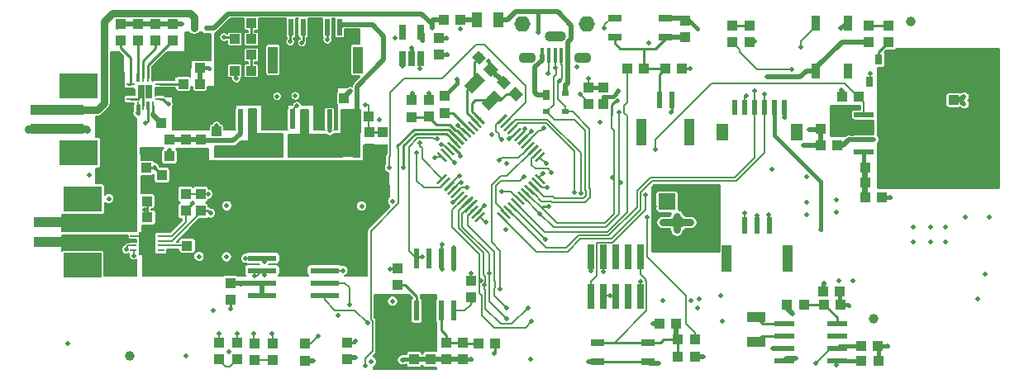
<source format=gbr>
G04 #@! TF.GenerationSoftware,KiCad,Pcbnew,(5.0.0)*
G04 #@! TF.CreationDate,2018-12-11T15:37:44-06:00*
G04 #@! TF.ProjectId,fk-core,666B2D636F72652E6B696361645F7063,0.1*
G04 #@! TF.SameCoordinates,PX791ddc0PY791ddc0*
G04 #@! TF.FileFunction,Copper,L1,Top,Signal*
G04 #@! TF.FilePolarity,Positive*
%FSLAX46Y46*%
G04 Gerber Fmt 4.6, Leading zero omitted, Abs format (unit mm)*
G04 Created by KiCad (PCBNEW (5.0.0)) date 12/11/18 15:37:44*
%MOMM*%
%LPD*%
G01*
G04 APERTURE LIST*
G04 #@! TA.AperFunction,SMDPad,CuDef*
%ADD10R,5.500000X1.000000*%
G04 #@! TD*
G04 #@! TA.AperFunction,SMDPad,CuDef*
%ADD11R,4.000000X2.600000*%
G04 #@! TD*
G04 #@! TA.AperFunction,ComponentPad*
%ADD12O,1.651000X1.600000*%
G04 #@! TD*
G04 #@! TA.AperFunction,SMDPad,CuDef*
%ADD13R,0.450000X1.500000*%
G04 #@! TD*
G04 #@! TA.AperFunction,ComponentPad*
%ADD14O,1.800000X1.100000*%
G04 #@! TD*
G04 #@! TA.AperFunction,ComponentPad*
%ADD15O,2.200000X1.100000*%
G04 #@! TD*
G04 #@! TA.AperFunction,SMDPad,CuDef*
%ADD16R,0.700000X0.250000*%
G04 #@! TD*
G04 #@! TA.AperFunction,SMDPad,CuDef*
%ADD17R,1.660000X2.380000*%
G04 #@! TD*
G04 #@! TA.AperFunction,SMDPad,CuDef*
%ADD18R,1.100000X1.000000*%
G04 #@! TD*
G04 #@! TA.AperFunction,SMDPad,CuDef*
%ADD19R,1.000000X1.100000*%
G04 #@! TD*
G04 #@! TA.AperFunction,SMDPad,CuDef*
%ADD20R,0.650000X1.560000*%
G04 #@! TD*
G04 #@! TA.AperFunction,SMDPad,CuDef*
%ADD21R,0.600000X1.700000*%
G04 #@! TD*
G04 #@! TA.AperFunction,SMDPad,CuDef*
%ADD22R,1.000000X2.800000*%
G04 #@! TD*
G04 #@! TA.AperFunction,ComponentPad*
%ADD23R,1.700000X1.700000*%
G04 #@! TD*
G04 #@! TA.AperFunction,SMDPad,CuDef*
%ADD24R,3.000000X0.600000*%
G04 #@! TD*
G04 #@! TA.AperFunction,SMDPad,CuDef*
%ADD25R,0.600000X2.000000*%
G04 #@! TD*
G04 #@! TA.AperFunction,SMDPad,CuDef*
%ADD26R,1.000000X1.500000*%
G04 #@! TD*
G04 #@! TA.AperFunction,SMDPad,CuDef*
%ADD27R,1.450000X0.700000*%
G04 #@! TD*
G04 #@! TA.AperFunction,SMDPad,CuDef*
%ADD28R,0.900000X1.500000*%
G04 #@! TD*
G04 #@! TA.AperFunction,SMDPad,CuDef*
%ADD29C,1.000000*%
G04 #@! TD*
G04 #@! TA.AperFunction,Conductor*
%ADD30C,0.100000*%
G04 #@! TD*
G04 #@! TA.AperFunction,SMDPad,CuDef*
%ADD31R,0.400000X0.500000*%
G04 #@! TD*
G04 #@! TA.AperFunction,SMDPad,CuDef*
%ADD32R,1.600000X1.100000*%
G04 #@! TD*
G04 #@! TA.AperFunction,SMDPad,CuDef*
%ADD33R,0.400000X0.250000*%
G04 #@! TD*
G04 #@! TA.AperFunction,SMDPad,CuDef*
%ADD34R,0.700000X1.000000*%
G04 #@! TD*
G04 #@! TA.AperFunction,SMDPad,CuDef*
%ADD35R,0.700000X0.600000*%
G04 #@! TD*
G04 #@! TA.AperFunction,BGAPad,CuDef*
%ADD36C,1.000000*%
G04 #@! TD*
G04 #@! TA.AperFunction,SMDPad,CuDef*
%ADD37R,0.650000X1.050000*%
G04 #@! TD*
G04 #@! TA.AperFunction,SMDPad,CuDef*
%ADD38C,0.250000*%
G04 #@! TD*
G04 #@! TA.AperFunction,SMDPad,CuDef*
%ADD39R,0.750000X0.750000*%
G04 #@! TD*
G04 #@! TA.AperFunction,SMDPad,CuDef*
%ADD40R,0.850000X0.280000*%
G04 #@! TD*
G04 #@! TA.AperFunction,SMDPad,CuDef*
%ADD41R,0.280000X0.850000*%
G04 #@! TD*
G04 #@! TA.AperFunction,SMDPad,CuDef*
%ADD42R,0.300000X0.850000*%
G04 #@! TD*
G04 #@! TA.AperFunction,SMDPad,CuDef*
%ADD43R,2.000000X0.600000*%
G04 #@! TD*
G04 #@! TA.AperFunction,SMDPad,CuDef*
%ADD44C,1.100000*%
G04 #@! TD*
G04 #@! TA.AperFunction,SMDPad,CuDef*
%ADD45R,1.900000X1.100000*%
G04 #@! TD*
G04 #@! TA.AperFunction,SMDPad,CuDef*
%ADD46R,0.600000X1.550000*%
G04 #@! TD*
G04 #@! TA.AperFunction,SMDPad,CuDef*
%ADD47R,1.200000X1.800000*%
G04 #@! TD*
G04 #@! TA.AperFunction,SMDPad,CuDef*
%ADD48R,0.750000X2.500000*%
G04 #@! TD*
G04 #@! TA.AperFunction,SMDPad,CuDef*
%ADD49R,2.200000X1.050000*%
G04 #@! TD*
G04 #@! TA.AperFunction,SMDPad,CuDef*
%ADD50R,1.050000X1.000000*%
G04 #@! TD*
G04 #@! TA.AperFunction,ViaPad*
%ADD51C,0.500000*%
G04 #@! TD*
G04 #@! TA.AperFunction,Conductor*
%ADD52C,0.254000*%
G04 #@! TD*
G04 #@! TA.AperFunction,Conductor*
%ADD53C,0.508000*%
G04 #@! TD*
G04 #@! TA.AperFunction,Conductor*
%ADD54C,0.381000*%
G04 #@! TD*
G04 #@! TA.AperFunction,Conductor*
%ADD55C,0.203200*%
G04 #@! TD*
G04 #@! TA.AperFunction,Conductor*
%ADD56C,0.762000*%
G04 #@! TD*
G04 #@! TA.AperFunction,Conductor*
%ADD57C,0.200000*%
G04 #@! TD*
G04 #@! TA.AperFunction,Conductor*
%ADD58C,0.152400*%
G04 #@! TD*
G04 APERTURE END LIST*
D10*
G04 #@! TO.P,J3,1*
G04 #@! TO.N,VIN*
X-46863000Y7477000D03*
G04 #@! TO.P,J3,2*
G04 #@! TO.N,GND*
X-46863000Y5477000D03*
D11*
G04 #@! TO.P,J3,3*
G04 #@! TO.N,Net-(J3-Pad3)*
X-44613000Y9877000D03*
G04 #@! TO.P,J3,4*
G04 #@! TO.N,Net-(J3-Pad4)*
X-44613000Y3077000D03*
G04 #@! TD*
D10*
G04 #@! TO.P,J10,1*
G04 #@! TO.N,VBAT*
X-46482000Y-4096000D03*
G04 #@! TO.P,J10,2*
G04 #@! TO.N,/VBATLO*
X-46482000Y-6096000D03*
D11*
G04 #@! TO.P,J10,3*
G04 #@! TO.N,Net-(J10-Pad3)*
X-44232000Y-1696000D03*
G04 #@! TO.P,J10,4*
G04 #@! TO.N,Net-(J10-Pad4)*
X-44232000Y-8496000D03*
G04 #@! TD*
D12*
G04 #@! TO.P,J9,*
G04 #@! TO.N,*
X861000Y16259000D03*
X7461000Y16259000D03*
G04 #@! TD*
D13*
G04 #@! TO.P,J16,1*
G04 #@! TO.N,VUSB*
X5491000Y13077000D03*
D14*
G04 #@! TO.P,J16,6*
G04 #@! TO.N,Net-(J16-Pad6)*
X6991000Y12827000D03*
G04 #@! TO.P,J16,7*
G04 #@! TO.N,Net-(C14-Pad1)*
X1391000Y12827000D03*
D13*
G04 #@! TO.P,J16,3*
G04 #@! TO.N,/USB+*
X4191000Y13077000D03*
G04 #@! TO.P,J16,2*
G04 #@! TO.N,/USB-*
X4841000Y13077000D03*
G04 #@! TO.P,J16,4*
G04 #@! TO.N,Net-(J16-Pad4)*
X3541000Y13077000D03*
G04 #@! TO.P,J16,5*
G04 #@! TO.N,GND*
X2891000Y13077000D03*
D15*
G04 #@! TO.P,J16,8*
G04 #@! TO.N,Net-(J16-Pad8)*
X4191000Y14977000D03*
G04 #@! TD*
D16*
G04 #@! TO.P,U15,1*
G04 #@! TO.N,Net-(U15-Pad1)*
X-36192000Y-6973000D03*
G04 #@! TO.P,U15,2*
G04 #@! TO.N,Net-(R43-Pad1)*
X-36192000Y-6473000D03*
G04 #@! TO.P,U15,3*
G04 #@! TO.N,/SDA1*
X-36192000Y-5973000D03*
G04 #@! TO.P,U15,4*
G04 #@! TO.N,/SCL1*
X-36192000Y-5473000D03*
G04 #@! TO.P,U15,5*
G04 #@! TO.N,GND*
X-38992000Y-5473000D03*
G04 #@! TO.P,U15,6*
G04 #@! TO.N,/VBATLO*
X-38992000Y-5973000D03*
G04 #@! TO.P,U15,7*
G04 #@! TO.N,VBAT*
X-38992000Y-6473000D03*
G04 #@! TO.P,U15,8*
G04 #@! TO.N,Net-(C40-Pad1)*
X-38992000Y-6973000D03*
D17*
G04 #@! TO.P,U15,9*
G04 #@! TO.N,GND*
X-37592000Y-6223000D03*
G04 #@! TD*
D18*
G04 #@! TO.P,C39,2*
G04 #@! TO.N,VBAT*
X-39419000Y-381000D03*
G04 #@! TO.P,C39,1*
G04 #@! TO.N,GND*
X-37719000Y-381000D03*
G04 #@! TD*
G04 #@! TO.P,C40,1*
G04 #@! TO.N,Net-(C40-Pad1)*
X-37553000Y-3556000D03*
G04 #@! TO.P,C40,2*
G04 #@! TO.N,GND*
X-35853000Y-3556000D03*
G04 #@! TD*
D19*
G04 #@! TO.P,R46,1*
G04 #@! TO.N,3V3*
X-33655000Y-1182000D03*
G04 #@! TO.P,R46,2*
G04 #@! TO.N,/SCL1*
X-33655000Y-2882000D03*
G04 #@! TD*
G04 #@! TO.P,R45,2*
G04 #@! TO.N,/SDA1*
X-32131000Y-2882000D03*
G04 #@! TO.P,R45,1*
G04 #@! TO.N,3V3*
X-32131000Y-1182000D03*
G04 #@! TD*
D18*
G04 #@! TO.P,R44,1*
G04 #@! TO.N,/VBATLO*
X-39331000Y-8890000D03*
G04 #@! TO.P,R44,2*
G04 #@! TO.N,GND*
X-37631000Y-8890000D03*
G04 #@! TD*
G04 #@! TO.P,R43,2*
G04 #@! TO.N,GND*
X-31789000Y-6477000D03*
G04 #@! TO.P,R43,1*
G04 #@! TO.N,Net-(R43-Pad1)*
X-33489000Y-6477000D03*
G04 #@! TD*
G04 #@! TO.P,R42,1*
G04 #@! TO.N,VBAT*
X-39331000Y-1905000D03*
G04 #@! TO.P,R42,2*
G04 #@! TO.N,Net-(C40-Pad1)*
X-37631000Y-1905000D03*
G04 #@! TD*
D20*
G04 #@! TO.P,U4,1*
G04 #@! TO.N,/SCL1*
X-11440442Y12715608D03*
G04 #@! TO.P,U4,2*
G04 #@! TO.N,GND*
X-10490442Y12715608D03*
G04 #@! TO.P,U4,3*
G04 #@! TO.N,/SDA1*
X-9540442Y12715608D03*
G04 #@! TO.P,U4,4*
G04 #@! TO.N,3V3*
X-9540442Y15415608D03*
G04 #@! TO.P,U4,5*
G04 #@! TO.N,Net-(U4-Pad5)*
X-11440442Y15415608D03*
G04 #@! TD*
D21*
G04 #@! TO.P,J6,1*
G04 #@! TO.N,/MODULE_3V3*
X-17864200Y15923000D03*
G04 #@! TO.P,J6,2*
G04 #@! TO.N,GND*
X-19114200Y15923000D03*
G04 #@! TO.P,J6,3*
G04 #@! TO.N,VBUS*
X-20364200Y15923000D03*
G04 #@! TO.P,J6,4*
G04 #@! TO.N,/SCL1*
X-21614200Y15923000D03*
G04 #@! TO.P,J6,5*
G04 #@! TO.N,/SDA1*
X-22864200Y15923000D03*
D22*
G04 #@! TO.P,J6,*
G04 #@! TO.N,*
X-16014200Y12573000D03*
X-24714200Y12573000D03*
G04 #@! TD*
D21*
G04 #@! TO.P,J8,1*
G04 #@! TO.N,GND*
X16131700Y8477800D03*
G04 #@! TO.P,J8,2*
G04 #@! TO.N,Net-(C37-Pad1)*
X14881700Y8477800D03*
D22*
G04 #@! TO.P,J8,*
G04 #@! TO.N,*
X17981700Y5127800D03*
X13031700Y5127800D03*
G04 #@! TD*
D23*
G04 #@! TO.P,J4,1*
G04 #@! TO.N,Net-(J15-Pad1)*
X15621000Y-1905000D03*
G04 #@! TD*
D24*
G04 #@! TO.P,U5,8*
G04 #@! TO.N,/PERIPH_3V3*
X-25806000Y-11557000D03*
G04 #@! TO.P,U5,7*
X-25806000Y-10287000D03*
G04 #@! TO.P,U5,6*
G04 #@! TO.N,/SCK*
X-25806000Y-9017000D03*
G04 #@! TO.P,U5,5*
G04 #@! TO.N,/MOSI*
X-25806000Y-7747000D03*
G04 #@! TO.P,U5,4*
G04 #@! TO.N,GND*
X-19406000Y-7747000D03*
G04 #@! TO.P,U5,3*
G04 #@! TO.N,/PERIPH_3V3*
X-19406000Y-9017000D03*
G04 #@! TO.P,U5,2*
G04 #@! TO.N,/MISO*
X-19406000Y-10287000D03*
G04 #@! TO.P,U5,1*
G04 #@! TO.N,/D26_FLASH_CS*
X-19406000Y-11557000D03*
G04 #@! TD*
D25*
G04 #@! TO.P,U9,8*
G04 #@! TO.N,GND*
X-18923000Y1110000D03*
G04 #@! TO.P,U9,7*
X-20193000Y1110000D03*
G04 #@! TO.P,U9,6*
X-21463000Y1110000D03*
G04 #@! TO.P,U9,5*
X-22733000Y1110000D03*
G04 #@! TO.P,U9,4*
G04 #@! TO.N,Net-(C29-Pad1)*
X-22733000Y6510000D03*
G04 #@! TO.P,U9,3*
G04 #@! TO.N,/MODULE_3V3*
X-21463000Y6510000D03*
G04 #@! TO.P,U9,2*
G04 #@! TO.N,VBUS*
X-20193000Y6510000D03*
G04 #@! TO.P,U9,1*
G04 #@! TO.N,/D9_MODULE_EN*
X-18923000Y6510000D03*
G04 #@! TD*
D26*
G04 #@! TO.P,F1,1*
G04 #@! TO.N,Net-(F1-Pad1)*
X-3780000Y16700000D03*
G04 #@! TO.P,F1,2*
G04 #@! TO.N,VUSB*
X-1580000Y16700000D03*
G04 #@! TD*
D19*
G04 #@! TO.P,C16,1*
G04 #@! TO.N,Net-(C16-Pad1)*
X-6926802Y-16440022D03*
G04 #@! TO.P,C16,2*
G04 #@! TO.N,GND*
X-6926802Y-18140022D03*
G04 #@! TD*
D21*
G04 #@! TO.P,J5,1*
G04 #@! TO.N,GND*
X26142000Y-4400000D03*
G04 #@! TO.P,J5,2*
G04 #@! TO.N,/D31*
X24892000Y-4400000D03*
G04 #@! TO.P,J5,3*
G04 #@! TO.N,/D30*
X23642000Y-4400000D03*
D22*
G04 #@! TO.P,J5,*
G04 #@! TO.N,*
X27992000Y-7750000D03*
X21792000Y-7750000D03*
G04 #@! TD*
D27*
G04 #@! TO.P,SW2,1*
G04 #@! TO.N,GND*
X15495900Y16875000D03*
X10335900Y16875000D03*
G04 #@! TO.P,SW2,2*
G04 #@! TO.N,Net-(C37-Pad1)*
X10335900Y14875000D03*
X15495900Y14875000D03*
G04 #@! TD*
G04 #@! TO.P,SW1,1*
G04 #@! TO.N,GND*
X8545200Y-18399000D03*
X13705200Y-18399000D03*
G04 #@! TO.P,SW1,2*
G04 #@! TO.N,/RST*
X13705200Y-16399000D03*
X8545200Y-16399000D03*
G04 #@! TD*
D28*
G04 #@! TO.P,U13,3*
G04 #@! TO.N,3V3*
X30912800Y11431100D03*
G04 #@! TO.P,U13,4*
G04 #@! TO.N,Net-(U13-Pad4)*
X34212800Y11431100D03*
G04 #@! TO.P,U13,1*
G04 #@! TO.N,GND*
X34212800Y16331100D03*
G04 #@! TO.P,U13,2*
G04 #@! TO.N,/A3*
X30912800Y16331100D03*
G04 #@! TD*
D19*
G04 #@! TO.P,C33,1*
G04 #@! TO.N,/PERIPH_3V3*
X-10228802Y-16440022D03*
G04 #@! TO.P,C33,2*
G04 #@! TO.N,GND*
X-10228802Y-18140022D03*
G04 #@! TD*
G04 #@! TO.P,C34,1*
G04 #@! TO.N,/PERIPH_3V3*
X-8577802Y-16440022D03*
G04 #@! TO.P,C34,2*
G04 #@! TO.N,GND*
X-8577802Y-18140022D03*
G04 #@! TD*
G04 #@! TO.P,R7,1*
G04 #@! TO.N,Net-(R7-Pad1)*
X-11938000Y-10502000D03*
G04 #@! TO.P,R7,2*
G04 #@! TO.N,3V3*
X-11938000Y-8802000D03*
G04 #@! TD*
G04 #@! TO.P,C1,1*
G04 #@! TO.N,Net-(C1-Pad1)*
X-7086600Y7154976D03*
G04 #@! TO.P,C1,2*
G04 #@! TO.N,GND*
X-7086600Y8854976D03*
G04 #@! TD*
D29*
G04 #@! TO.P,C3,1*
G04 #@! TO.N,GND*
X-2384279Y11602963D03*
D30*
G04 #@! TD*
G04 #@! TO.N,GND*
G04 #@! TO.C,C3*
G36*
X-1641817Y11567608D02*
X-2348924Y10860501D01*
X-3126741Y11638318D01*
X-2419634Y12345425D01*
X-1641817Y11567608D01*
X-1641817Y11567608D01*
G37*
D29*
G04 #@! TO.P,C3,2*
G04 #@! TO.N,Net-(C3-Pad2)*
X-3586361Y12805045D03*
D30*
G04 #@! TD*
G04 #@! TO.N,Net-(C3-Pad2)*
G04 #@! TO.C,C3*
G36*
X-2843899Y12769690D02*
X-3551006Y12062583D01*
X-4328823Y12840400D01*
X-3621716Y13547507D01*
X-2843899Y12769690D01*
X-2843899Y12769690D01*
G37*
D29*
G04 #@! TO.P,C4,1*
G04 #@! TO.N,GND*
X-1054920Y10273604D03*
D30*
G04 #@! TD*
G04 #@! TO.N,GND*
G04 #@! TO.C,C4*
G36*
X-1797382Y10308959D02*
X-1090275Y11016066D01*
X-312458Y10238249D01*
X-1019565Y9531142D01*
X-1797382Y10308959D01*
X-1797382Y10308959D01*
G37*
D29*
G04 #@! TO.P,C4,2*
G04 #@! TO.N,Net-(C4-Pad2)*
X147162Y9071522D03*
D30*
G04 #@! TD*
G04 #@! TO.N,Net-(C4-Pad2)*
G04 #@! TO.C,C4*
G36*
X-595300Y9106877D02*
X111807Y9813984D01*
X889624Y9036167D01*
X182517Y8329060D01*
X-595300Y9106877D01*
X-595300Y9106877D01*
G37*
D19*
G04 #@! TO.P,C7,1*
G04 #@! TO.N,Net-(C7-Pad1)*
X-8714208Y6748576D03*
G04 #@! TO.P,C7,2*
G04 #@! TO.N,GND*
X-8714208Y8448576D03*
G04 #@! TD*
G04 #@! TO.P,C11,1*
G04 #@! TO.N,3V3*
X-7697842Y14799994D03*
G04 #@! TO.P,C11,2*
G04 #@! TO.N,GND*
X-7697842Y13099994D03*
G04 #@! TD*
D18*
G04 #@! TO.P,C12,1*
G04 #@! TO.N,GND*
X-32197353Y11760341D03*
G04 #@! TO.P,C12,2*
G04 #@! TO.N,VEXT*
X-33897353Y11760341D03*
G04 #@! TD*
D19*
G04 #@! TO.P,C18,1*
G04 #@! TO.N,/PERIPH_3V3*
X-29083000Y-10326000D03*
G04 #@! TO.P,C18,2*
G04 #@! TO.N,GND*
X-29083000Y-12026000D03*
G04 #@! TD*
D18*
G04 #@! TO.P,C19,1*
G04 #@! TO.N,VBAT*
X-39458000Y3048000D03*
G04 #@! TO.P,C19,2*
G04 #@! TO.N,GND*
X-37758000Y3048000D03*
G04 #@! TD*
G04 #@! TO.P,C20,1*
G04 #@! TO.N,VBUS*
X-34456000Y6096000D03*
G04 #@! TO.P,C20,2*
G04 #@! TO.N,GND*
X-36156000Y6096000D03*
G04 #@! TD*
G04 #@! TO.P,C21,1*
G04 #@! TO.N,VBUS*
X-19138000Y8636000D03*
G04 #@! TO.P,C21,2*
G04 #@! TO.N,GND*
X-17438000Y8636000D03*
G04 #@! TD*
G04 #@! TO.P,C22,1*
G04 #@! TO.N,Net-(C22-Pad1)*
X29679000Y-12522200D03*
G04 #@! TO.P,C22,2*
G04 #@! TO.N,GND*
X27979000Y-12522200D03*
G04 #@! TD*
G04 #@! TO.P,C24,1*
G04 #@! TO.N,3V3*
X33362000Y-11176000D03*
G04 #@! TO.P,C24,2*
G04 #@! TO.N,GND*
X31662000Y-11176000D03*
G04 #@! TD*
D19*
G04 #@! TO.P,D1,2*
G04 #@! TO.N,3V3*
X36347400Y14418600D03*
G04 #@! TO.P,D1,1*
G04 #@! TO.N,Net-(D1-Pad1)*
X36347400Y16118600D03*
G04 #@! TD*
G04 #@! TO.P,D2,2*
G04 #@! TO.N,/PERIPH_3V3*
X-28397200Y-16450600D03*
G04 #@! TO.P,D2,1*
G04 #@! TO.N,Net-(D2-Pad1)*
X-28397200Y-18150600D03*
G04 #@! TD*
G04 #@! TO.P,D3,2*
G04 #@! TO.N,/PERIPH_3V3*
X-24731530Y-16470430D03*
G04 #@! TO.P,D3,1*
G04 #@! TO.N,Net-(D3-Pad1)*
X-24731530Y-18170430D03*
G04 #@! TD*
D31*
G04 #@! TO.P,D7,1*
G04 #@! TO.N,5V0*
X-31481000Y15807400D03*
G04 #@! TO.P,D7,2*
G04 #@! TO.N,VIN*
X-32781000Y15807400D03*
D32*
G04 #@! TO.P,D7,3*
G04 #@! TO.N,VEXT*
X-32131000Y14757400D03*
D33*
X-32131000Y14082400D03*
G04 #@! TD*
D34*
G04 #@! TO.P,D8,1*
G04 #@! TO.N,GND*
X3260000Y8950000D03*
D35*
G04 #@! TO.P,D8,2*
G04 #@! TO.N,/USB+*
X3260000Y7250000D03*
G04 #@! TO.P,D8,3*
G04 #@! TO.N,/USB-*
X5260000Y7250000D03*
G04 #@! TO.P,D8,4*
G04 #@! TO.N,VUSB*
X5260000Y9150000D03*
G04 #@! TD*
D18*
G04 #@! TO.P,D9,2*
G04 #@! TO.N,VBUS*
X-28612200Y16335400D03*
G04 #@! TO.P,D9,1*
G04 #@! TO.N,Net-(D9-Pad1)*
X-26912200Y16335400D03*
G04 #@! TD*
G04 #@! TO.P,D10,2*
G04 #@! TO.N,VBUS*
X-28612200Y13084200D03*
G04 #@! TO.P,D10,1*
G04 #@! TO.N,Net-(D10-Pad1)*
X-26912200Y13084200D03*
G04 #@! TD*
D19*
G04 #@! TO.P,D11,2*
G04 #@! TO.N,/GPS_FIX*
X22372800Y14390000D03*
G04 #@! TO.P,D11,1*
G04 #@! TO.N,Net-(D11-Pad1)*
X22372800Y16090000D03*
G04 #@! TD*
G04 #@! TO.P,L1,1*
G04 #@! TO.N,Net-(C7-Pad1)*
X-10457008Y6733376D03*
G04 #@! TO.P,L1,2*
G04 #@! TO.N,3V3*
X-10457008Y8433376D03*
G04 #@! TD*
D18*
G04 #@! TO.P,L2,1*
G04 #@! TO.N,5V0*
X-7210000Y16680000D03*
G04 #@! TO.P,L2,2*
G04 #@! TO.N,Net-(F1-Pad1)*
X-5510000Y16680000D03*
G04 #@! TD*
D36*
G04 #@! TO.P,M2,~*
G04 #@! TO.N,Net-(M2-Pad~)*
X36830000Y-13970000D03*
G04 #@! TD*
G04 #@! TO.P,M5,~*
G04 #@! TO.N,Net-(M5-Pad~)*
X40640000Y16510000D03*
G04 #@! TD*
G04 #@! TO.P,M8,~*
G04 #@! TO.N,Net-(M8-Pad~)*
X-39370000Y-17780000D03*
G04 #@! TD*
D37*
G04 #@! TO.P,Q1,1*
G04 #@! TO.N,/D13*
X36413400Y10327000D03*
G04 #@! TO.P,Q1,2*
G04 #@! TO.N,GND*
X38313400Y10327000D03*
G04 #@! TO.P,Q1,3*
G04 #@! TO.N,Net-(Q1-Pad3)*
X37363400Y12627000D03*
G04 #@! TD*
D19*
G04 #@! TO.P,R2,1*
G04 #@! TO.N,/D2_WIFI_EN*
X-17094200Y-16450600D03*
G04 #@! TO.P,R2,2*
G04 #@! TO.N,GND*
X-17094200Y-18150600D03*
G04 #@! TD*
G04 #@! TO.P,R3,1*
G04 #@! TO.N,Net-(D1-Pad1)*
X38379400Y16118600D03*
G04 #@! TO.P,R3,2*
G04 #@! TO.N,Net-(Q1-Pad3)*
X38379400Y14418600D03*
G04 #@! TD*
G04 #@! TO.P,R4,1*
G04 #@! TO.N,Net-(R4-Pad1)*
X-30226000Y-16450600D03*
G04 #@! TO.P,R4,2*
G04 #@! TO.N,Net-(D2-Pad1)*
X-30226000Y-18150600D03*
G04 #@! TD*
G04 #@! TO.P,R5,1*
G04 #@! TO.N,Net-(R5-Pad1)*
X-26568400Y-16501400D03*
G04 #@! TO.P,R5,2*
G04 #@! TO.N,Net-(D3-Pad1)*
X-26568400Y-18201400D03*
G04 #@! TD*
G04 #@! TO.P,R6,1*
G04 #@! TO.N,Net-(R6-Pad1)*
X-4445000Y-11772000D03*
G04 #@! TO.P,R6,2*
G04 #@! TO.N,3V3*
X-4445000Y-10072000D03*
G04 #@! TD*
D18*
G04 #@! TO.P,R8,1*
G04 #@! TO.N,3V3*
X18503000Y-17856200D03*
G04 #@! TO.P,R8,2*
G04 #@! TO.N,/RST*
X16803000Y-17856200D03*
G04 #@! TD*
G04 #@! TO.P,R9,1*
G04 #@! TO.N,/RESET*
X18503000Y-16078200D03*
G04 #@! TO.P,R9,2*
G04 #@! TO.N,/RST*
X16803000Y-16078200D03*
G04 #@! TD*
G04 #@! TO.P,R10,1*
G04 #@! TO.N,/D6_USER_SW*
X11621400Y11684000D03*
G04 #@! TO.P,R10,2*
G04 #@! TO.N,Net-(C37-Pad1)*
X13321400Y11684000D03*
G04 #@! TD*
G04 #@! TO.P,R17,1*
G04 #@! TO.N,3V3*
X17182200Y11684000D03*
G04 #@! TO.P,R17,2*
G04 #@! TO.N,Net-(C37-Pad1)*
X15482200Y11684000D03*
G04 #@! TD*
G04 #@! TO.P,R21,1*
G04 #@! TO.N,GND*
X-32197353Y10083941D03*
G04 #@! TO.P,R21,2*
G04 #@! TO.N,Net-(R21-Pad2)*
X-33897353Y10083941D03*
G04 #@! TD*
D19*
G04 #@! TO.P,R22,1*
G04 #@! TO.N,GND*
X-34977753Y16267941D03*
G04 #@! TO.P,R22,2*
G04 #@! TO.N,Net-(R22-Pad2)*
X-34977753Y14567941D03*
G04 #@! TD*
G04 #@! TO.P,R23,1*
G04 #@! TO.N,Net-(J16-Pad4)*
X9144000Y9740000D03*
G04 #@! TO.P,R23,2*
G04 #@! TO.N,3V3*
X9144000Y8040000D03*
G04 #@! TD*
G04 #@! TO.P,R24,1*
G04 #@! TO.N,GND*
X-36755753Y16267941D03*
G04 #@! TO.P,R24,2*
G04 #@! TO.N,Net-(R24-Pad2)*
X-36755753Y14567941D03*
G04 #@! TD*
G04 #@! TO.P,R25,1*
G04 #@! TO.N,GND*
X-38482953Y16267941D03*
G04 #@! TO.P,R25,2*
G04 #@! TO.N,Net-(R25-Pad2)*
X-38482953Y14567941D03*
G04 #@! TD*
G04 #@! TO.P,R30,1*
G04 #@! TO.N,Net-(J16-Pad4)*
X7620000Y9740000D03*
G04 #@! TO.P,R30,2*
G04 #@! TO.N,/USB_ID*
X7620000Y8040000D03*
G04 #@! TD*
D18*
G04 #@! TO.P,R32,1*
G04 #@! TO.N,/PG*
X-28612200Y14709800D03*
G04 #@! TO.P,R32,2*
G04 #@! TO.N,Net-(D9-Pad1)*
X-26912200Y14709800D03*
G04 #@! TD*
G04 #@! TO.P,R33,1*
G04 #@! TO.N,/CHG*
X-28612200Y11458600D03*
G04 #@! TO.P,R33,2*
G04 #@! TO.N,Net-(D10-Pad1)*
X-26912200Y11458600D03*
G04 #@! TD*
D19*
G04 #@! TO.P,R34,1*
G04 #@! TO.N,Net-(R34-Pad1)*
X-40260953Y14567941D03*
G04 #@! TO.P,R34,2*
G04 #@! TO.N,GND*
X-40260953Y16267941D03*
G04 #@! TD*
D18*
G04 #@! TO.P,R37,1*
G04 #@! TO.N,3V3*
X33438200Y-12522200D03*
G04 #@! TO.P,R37,2*
G04 #@! TO.N,Net-(C22-Pad1)*
X31738200Y-12522200D03*
G04 #@! TD*
D19*
G04 #@! TO.P,R39,1*
G04 #@! TO.N,GND*
X24100000Y14390000D03*
G04 #@! TO.P,R39,2*
G04 #@! TO.N,Net-(D11-Pad1)*
X24100000Y16090000D03*
G04 #@! TD*
D38*
G04 #@! TO.P,U2,1*
G04 #@! TO.N,Net-(C4-Pad2)*
X-3493571Y6519058D03*
D30*
G04 #@! TD*
G04 #@! TO.N,Net-(C4-Pad2)*
G04 #@! TO.C,U2*
G36*
X-4041579Y6890289D02*
X-3864802Y7067066D01*
X-2945563Y6147827D01*
X-3122340Y5971050D01*
X-4041579Y6890289D01*
X-4041579Y6890289D01*
G37*
D38*
G04 #@! TO.P,U2,2*
G04 #@! TO.N,Net-(C3-Pad2)*
X-3847124Y6165505D03*
D30*
G04 #@! TD*
G04 #@! TO.N,Net-(C3-Pad2)*
G04 #@! TO.C,U2*
G36*
X-4395132Y6536736D02*
X-4218355Y6713513D01*
X-3299116Y5794274D01*
X-3475893Y5617497D01*
X-4395132Y6536736D01*
X-4395132Y6536736D01*
G37*
D38*
G04 #@! TO.P,U2,3*
G04 #@! TO.N,Net-(U2-Pad3)*
X-4200678Y5811951D03*
D30*
G04 #@! TD*
G04 #@! TO.N,Net-(U2-Pad3)*
G04 #@! TO.C,U2*
G36*
X-4748686Y6183182D02*
X-4571909Y6359959D01*
X-3652670Y5440720D01*
X-3829447Y5263943D01*
X-4748686Y6183182D01*
X-4748686Y6183182D01*
G37*
D38*
G04 #@! TO.P,U2,4*
G04 #@! TO.N,Net-(C1-Pad1)*
X-4554231Y5458398D03*
D30*
G04 #@! TD*
G04 #@! TO.N,Net-(C1-Pad1)*
G04 #@! TO.C,U2*
G36*
X-5102239Y5829629D02*
X-4925462Y6006406D01*
X-4006223Y5087167D01*
X-4183000Y4910390D01*
X-5102239Y5829629D01*
X-5102239Y5829629D01*
G37*
D38*
G04 #@! TO.P,U2,5*
G04 #@! TO.N,GND*
X-4907784Y5104845D03*
D30*
G04 #@! TD*
G04 #@! TO.N,GND*
G04 #@! TO.C,U2*
G36*
X-5455792Y5476076D02*
X-5279015Y5652853D01*
X-4359776Y4733614D01*
X-4536553Y4556837D01*
X-5455792Y5476076D01*
X-5455792Y5476076D01*
G37*
D38*
G04 #@! TO.P,U2,6*
G04 #@! TO.N,Net-(C7-Pad1)*
X-5261338Y4751291D03*
D30*
G04 #@! TD*
G04 #@! TO.N,Net-(C7-Pad1)*
G04 #@! TO.C,U2*
G36*
X-5809346Y5122522D02*
X-5632569Y5299299D01*
X-4713330Y4380060D01*
X-4890107Y4203283D01*
X-5809346Y5122522D01*
X-5809346Y5122522D01*
G37*
D38*
G04 #@! TO.P,U2,7*
G04 #@! TO.N,/A1_WIFI_RST*
X-5614891Y4397738D03*
D30*
G04 #@! TD*
G04 #@! TO.N,/A1_WIFI_RST*
G04 #@! TO.C,U2*
G36*
X-6162899Y4768969D02*
X-5986122Y4945746D01*
X-5066883Y4026507D01*
X-5243660Y3849730D01*
X-6162899Y4768969D01*
X-6162899Y4768969D01*
G37*
D38*
G04 #@! TO.P,U2,8*
G04 #@! TO.N,/A2_WIFI_IRQ*
X-5968445Y4044184D03*
D30*
G04 #@! TD*
G04 #@! TO.N,/A2_WIFI_IRQ*
G04 #@! TO.C,U2*
G36*
X-6516453Y4415415D02*
X-6339676Y4592192D01*
X-5420437Y3672953D01*
X-5597214Y3496176D01*
X-6516453Y4415415D01*
X-6516453Y4415415D01*
G37*
D38*
G04 #@! TO.P,U2,9*
G04 #@! TO.N,/A3*
X-6321998Y3690631D03*
D30*
G04 #@! TD*
G04 #@! TO.N,/A3*
G04 #@! TO.C,U2*
G36*
X-6870006Y4061862D02*
X-6693229Y4238639D01*
X-5773990Y3319400D01*
X-5950767Y3142623D01*
X-6870006Y4061862D01*
X-6870006Y4061862D01*
G37*
D38*
G04 #@! TO.P,U2,10*
G04 #@! TO.N,/A4_GPS_EN*
X-6675551Y3337078D03*
D30*
G04 #@! TD*
G04 #@! TO.N,/A4_GPS_EN*
G04 #@! TO.C,U2*
G36*
X-7223559Y3708309D02*
X-7046782Y3885086D01*
X-6127543Y2965847D01*
X-6304320Y2789070D01*
X-7223559Y3708309D01*
X-7223559Y3708309D01*
G37*
D38*
G04 #@! TO.P,U2,11*
G04 #@! TO.N,/D8_WIFI_WAKE*
X-7029105Y2983524D03*
D30*
G04 #@! TD*
G04 #@! TO.N,/D8_WIFI_WAKE*
G04 #@! TO.C,U2*
G36*
X-7577113Y3354755D02*
X-7400336Y3531532D01*
X-6481097Y2612293D01*
X-6657874Y2435516D01*
X-7577113Y3354755D01*
X-7577113Y3354755D01*
G37*
D38*
G04 #@! TO.P,U2,12*
G04 #@! TO.N,/D9_MODULE_EN*
X-7382658Y2629971D03*
D30*
G04 #@! TD*
G04 #@! TO.N,/D9_MODULE_EN*
G04 #@! TO.C,U2*
G36*
X-7930666Y3001202D02*
X-7753889Y3177979D01*
X-6834650Y2258740D01*
X-7011427Y2081963D01*
X-7930666Y3001202D01*
X-7930666Y3001202D01*
G37*
D38*
G04 #@! TO.P,U2,13*
G04 #@! TO.N,/SDA2*
X-7382658Y367229D03*
D30*
G04 #@! TD*
G04 #@! TO.N,/SDA2*
G04 #@! TO.C,U2*
G36*
X-7753889Y-180779D02*
X-7930666Y-4002D01*
X-7011427Y915237D01*
X-6834650Y738460D01*
X-7753889Y-180779D01*
X-7753889Y-180779D01*
G37*
D38*
G04 #@! TO.P,U2,14*
G04 #@! TO.N,/SCL2*
X-7029105Y13676D03*
D30*
G04 #@! TD*
G04 #@! TO.N,/SCL2*
G04 #@! TO.C,U2*
G36*
X-7400336Y-534332D02*
X-7577113Y-357555D01*
X-6657874Y561684D01*
X-6481097Y384907D01*
X-7400336Y-534332D01*
X-7400336Y-534332D01*
G37*
D38*
G04 #@! TO.P,U2,15*
G04 #@! TO.N,/D1_RADIO_D1*
X-6675551Y-339878D03*
D30*
G04 #@! TD*
G04 #@! TO.N,/D1_RADIO_D1*
G04 #@! TO.C,U2*
G36*
X-7046782Y-887886D02*
X-7223559Y-711109D01*
X-6304320Y208130D01*
X-6127543Y31353D01*
X-7046782Y-887886D01*
X-7046782Y-887886D01*
G37*
D38*
G04 #@! TO.P,U2,16*
G04 #@! TO.N,/D0_RADIO_D2*
X-6321998Y-693431D03*
D30*
G04 #@! TD*
G04 #@! TO.N,/D0_RADIO_D2*
G04 #@! TO.C,U2*
G36*
X-6693229Y-1241439D02*
X-6870006Y-1064662D01*
X-5950767Y-145423D01*
X-5773990Y-322200D01*
X-6693229Y-1241439D01*
X-6693229Y-1241439D01*
G37*
D38*
G04 #@! TO.P,U2,17*
G04 #@! TO.N,3V3*
X-5968445Y-1046984D03*
D30*
G04 #@! TD*
G04 #@! TO.N,3V3*
G04 #@! TO.C,U2*
G36*
X-6339676Y-1594992D02*
X-6516453Y-1418215D01*
X-5597214Y-498976D01*
X-5420437Y-675753D01*
X-6339676Y-1594992D01*
X-6339676Y-1594992D01*
G37*
D38*
G04 #@! TO.P,U2,18*
G04 #@! TO.N,GND*
X-5614891Y-1400538D03*
D30*
G04 #@! TD*
G04 #@! TO.N,GND*
G04 #@! TO.C,U2*
G36*
X-5986122Y-1948546D02*
X-6162899Y-1771769D01*
X-5243660Y-852530D01*
X-5066883Y-1029307D01*
X-5986122Y-1948546D01*
X-5986122Y-1948546D01*
G37*
D38*
G04 #@! TO.P,U2,19*
G04 #@! TO.N,/MOSI*
X-5261338Y-1754091D03*
D30*
G04 #@! TD*
G04 #@! TO.N,/MOSI*
G04 #@! TO.C,U2*
G36*
X-5632569Y-2302099D02*
X-5809346Y-2125322D01*
X-4890107Y-1206083D01*
X-4713330Y-1382860D01*
X-5632569Y-2302099D01*
X-5632569Y-2302099D01*
G37*
D38*
G04 #@! TO.P,U2,20*
G04 #@! TO.N,/SCK*
X-4907784Y-2107645D03*
D30*
G04 #@! TD*
G04 #@! TO.N,/SCK*
G04 #@! TO.C,U2*
G36*
X-5279015Y-2655653D02*
X-5455792Y-2478876D01*
X-4536553Y-1559637D01*
X-4359776Y-1736414D01*
X-5279015Y-2655653D01*
X-5279015Y-2655653D01*
G37*
D38*
G04 #@! TO.P,U2,21*
G04 #@! TO.N,/MISO*
X-4554231Y-2461198D03*
D30*
G04 #@! TD*
G04 #@! TO.N,/MISO*
G04 #@! TO.C,U2*
G36*
X-4925462Y-3009206D02*
X-5102239Y-2832429D01*
X-4183000Y-1913190D01*
X-4006223Y-2089967D01*
X-4925462Y-3009206D01*
X-4925462Y-3009206D01*
G37*
D38*
G04 #@! TO.P,U2,22*
G04 #@! TO.N,/D2_WIFI_EN*
X-4200678Y-2814751D03*
D30*
G04 #@! TD*
G04 #@! TO.N,/D2_WIFI_EN*
G04 #@! TO.C,U2*
G36*
X-4571909Y-3362759D02*
X-4748686Y-3185982D01*
X-3829447Y-2266743D01*
X-3652670Y-2443520D01*
X-4571909Y-3362759D01*
X-4571909Y-3362759D01*
G37*
D38*
G04 #@! TO.P,U2,23*
G04 #@! TO.N,/D2_RADIO_D0*
X-3847124Y-3168305D03*
D30*
G04 #@! TD*
G04 #@! TO.N,/D2_RADIO_D0*
G04 #@! TO.C,U2*
G36*
X-4218355Y-3716313D02*
X-4395132Y-3539536D01*
X-3475893Y-2620297D01*
X-3299116Y-2797074D01*
X-4218355Y-3716313D01*
X-4218355Y-3716313D01*
G37*
D38*
G04 #@! TO.P,U2,24*
G04 #@! TO.N,/D5_RADIO_CS*
X-3493571Y-3521858D03*
D30*
G04 #@! TD*
G04 #@! TO.N,/D5_RADIO_CS*
G04 #@! TO.C,U2*
G36*
X-3864802Y-4069866D02*
X-4041579Y-3893089D01*
X-3122340Y-2973850D01*
X-2945563Y-3150627D01*
X-3864802Y-4069866D01*
X-3864802Y-4069866D01*
G37*
D38*
G04 #@! TO.P,U2,25*
G04 #@! TO.N,/GPS_TX*
X-1230829Y-3521858D03*
D30*
G04 #@! TD*
G04 #@! TO.N,/GPS_TX*
G04 #@! TO.C,U2*
G36*
X-1778837Y-3150627D02*
X-1602060Y-2973850D01*
X-682821Y-3893089D01*
X-859598Y-4069866D01*
X-1778837Y-3150627D01*
X-1778837Y-3150627D01*
G37*
D38*
G04 #@! TO.P,U2,26*
G04 #@! TO.N,/D13*
X-877276Y-3168305D03*
D30*
G04 #@! TD*
G04 #@! TO.N,/D13*
G04 #@! TO.C,U2*
G36*
X-1425284Y-2797074D02*
X-1248507Y-2620297D01*
X-329268Y-3539536D01*
X-506045Y-3716313D01*
X-1425284Y-2797074D01*
X-1425284Y-2797074D01*
G37*
D38*
G04 #@! TO.P,U2,27*
G04 #@! TO.N,/GPS_RX*
X-523722Y-2814751D03*
D30*
G04 #@! TD*
G04 #@! TO.N,/GPS_RX*
G04 #@! TO.C,U2*
G36*
X-1071730Y-2443520D02*
X-894953Y-2266743D01*
X24286Y-3185982D01*
X-152491Y-3362759D01*
X-1071730Y-2443520D01*
X-1071730Y-2443520D01*
G37*
D38*
G04 #@! TO.P,U2,28*
G04 #@! TO.N,/D12_SD_CS*
X-170169Y-2461198D03*
D30*
G04 #@! TD*
G04 #@! TO.N,/D12_SD_CS*
G04 #@! TO.C,U2*
G36*
X-718177Y-2089967D02*
X-541400Y-1913190D01*
X377839Y-2832429D01*
X201062Y-3009206D01*
X-718177Y-2089967D01*
X-718177Y-2089967D01*
G37*
D38*
G04 #@! TO.P,U2,29*
G04 #@! TO.N,/D6_USER_SW*
X183384Y-2107645D03*
D30*
G04 #@! TD*
G04 #@! TO.N,/D6_USER_SW*
G04 #@! TO.C,U2*
G36*
X-364624Y-1736414D02*
X-187847Y-1559637D01*
X731392Y-2478876D01*
X554615Y-2655653D01*
X-364624Y-1736414D01*
X-364624Y-1736414D01*
G37*
D38*
G04 #@! TO.P,U2,30*
G04 #@! TO.N,/D7_WIFI_CS*
X536938Y-1754091D03*
D30*
G04 #@! TD*
G04 #@! TO.N,/D7_WIFI_CS*
G04 #@! TO.C,U2*
G36*
X-11070Y-1382860D02*
X165707Y-1206083D01*
X1084946Y-2125322D01*
X908169Y-2302099D01*
X-11070Y-1382860D01*
X-11070Y-1382860D01*
G37*
D38*
G04 #@! TO.P,U2,31*
G04 #@! TO.N,/SDA1*
X890491Y-1400538D03*
D30*
G04 #@! TD*
G04 #@! TO.N,/SDA1*
G04 #@! TO.C,U2*
G36*
X342483Y-1029307D02*
X519260Y-852530D01*
X1438499Y-1771769D01*
X1261722Y-1948546D01*
X342483Y-1029307D01*
X342483Y-1029307D01*
G37*
D38*
G04 #@! TO.P,U2,32*
G04 #@! TO.N,/SCL1*
X1244045Y-1046984D03*
D30*
G04 #@! TD*
G04 #@! TO.N,/SCL1*
G04 #@! TO.C,U2*
G36*
X696037Y-675753D02*
X872814Y-498976D01*
X1792053Y-1418215D01*
X1615276Y-1594992D01*
X696037Y-675753D01*
X696037Y-675753D01*
G37*
D38*
G04 #@! TO.P,U2,33*
G04 #@! TO.N,/USB-*
X1597598Y-693431D03*
D30*
G04 #@! TD*
G04 #@! TO.N,/USB-*
G04 #@! TO.C,U2*
G36*
X1049590Y-322200D02*
X1226367Y-145423D01*
X2145606Y-1064662D01*
X1968829Y-1241439D01*
X1049590Y-322200D01*
X1049590Y-322200D01*
G37*
D38*
G04 #@! TO.P,U2,34*
G04 #@! TO.N,/USB+*
X1951151Y-339878D03*
D30*
G04 #@! TD*
G04 #@! TO.N,/USB+*
G04 #@! TO.C,U2*
G36*
X1403143Y31353D02*
X1579920Y208130D01*
X2499159Y-711109D01*
X2322382Y-887886D01*
X1403143Y31353D01*
X1403143Y31353D01*
G37*
D38*
G04 #@! TO.P,U2,35*
G04 #@! TO.N,GND*
X2304705Y13676D03*
D30*
G04 #@! TD*
G04 #@! TO.N,GND*
G04 #@! TO.C,U2*
G36*
X1756697Y384907D02*
X1933474Y561684D01*
X2852713Y-357555D01*
X2675936Y-534332D01*
X1756697Y384907D01*
X1756697Y384907D01*
G37*
D38*
G04 #@! TO.P,U2,36*
G04 #@! TO.N,3V3*
X2658258Y367229D03*
D30*
G04 #@! TD*
G04 #@! TO.N,3V3*
G04 #@! TO.C,U2*
G36*
X2110250Y738460D02*
X2287027Y915237D01*
X3206266Y-4002D01*
X3029489Y-180779D01*
X2110250Y738460D01*
X2110250Y738460D01*
G37*
D38*
G04 #@! TO.P,U2,37*
G04 #@! TO.N,/D30*
X2658258Y2629971D03*
D30*
G04 #@! TD*
G04 #@! TO.N,/D30*
G04 #@! TO.C,U2*
G36*
X2287027Y2081963D02*
X2110250Y2258740D01*
X3029489Y3177979D01*
X3206266Y3001202D01*
X2287027Y2081963D01*
X2287027Y2081963D01*
G37*
D38*
G04 #@! TO.P,U2,38*
G04 #@! TO.N,/D31*
X2304705Y2983524D03*
D30*
G04 #@! TD*
G04 #@! TO.N,/D31*
G04 #@! TO.C,U2*
G36*
X1933474Y2435516D02*
X1756697Y2612293D01*
X2675936Y3531532D01*
X2852713Y3354755D01*
X1933474Y2435516D01*
X1933474Y2435516D01*
G37*
D38*
G04 #@! TO.P,U2,39*
G04 #@! TO.N,/D26_FLASH_CS*
X1951151Y3337078D03*
D30*
G04 #@! TD*
G04 #@! TO.N,/D26_FLASH_CS*
G04 #@! TO.C,U2*
G36*
X1579920Y2789070D02*
X1403143Y2965847D01*
X2322382Y3885086D01*
X2499159Y3708309D01*
X1579920Y2789070D01*
X1579920Y2789070D01*
G37*
D38*
G04 #@! TO.P,U2,40*
G04 #@! TO.N,/RESET*
X1597598Y3690631D03*
D30*
G04 #@! TD*
G04 #@! TO.N,/RESET*
G04 #@! TO.C,U2*
G36*
X1226367Y3142623D02*
X1049590Y3319400D01*
X1968829Y4238639D01*
X2145606Y4061862D01*
X1226367Y3142623D01*
X1226367Y3142623D01*
G37*
D38*
G04 #@! TO.P,U2,41*
G04 #@! TO.N,/USB_ID*
X1244045Y4044184D03*
D30*
G04 #@! TD*
G04 #@! TO.N,/USB_ID*
G04 #@! TO.C,U2*
G36*
X872814Y3496176D02*
X696037Y3672953D01*
X1615276Y4592192D01*
X1792053Y4415415D01*
X872814Y3496176D01*
X872814Y3496176D01*
G37*
D38*
G04 #@! TO.P,U2,42*
G04 #@! TO.N,GND*
X890491Y4397738D03*
D30*
G04 #@! TD*
G04 #@! TO.N,GND*
G04 #@! TO.C,U2*
G36*
X519260Y3849730D02*
X342483Y4026507D01*
X1261722Y4945746D01*
X1438499Y4768969D01*
X519260Y3849730D01*
X519260Y3849730D01*
G37*
D38*
G04 #@! TO.P,U2,43*
G04 #@! TO.N,Net-(C6-Pad1)*
X536938Y4751291D03*
D30*
G04 #@! TD*
G04 #@! TO.N,Net-(C6-Pad1)*
G04 #@! TO.C,U2*
G36*
X165707Y4203283D02*
X-11070Y4380060D01*
X908169Y5299299D01*
X1084946Y5122522D01*
X165707Y4203283D01*
X165707Y4203283D01*
G37*
D38*
G04 #@! TO.P,U2,44*
G04 #@! TO.N,3V3*
X183384Y5104845D03*
D30*
G04 #@! TD*
G04 #@! TO.N,3V3*
G04 #@! TO.C,U2*
G36*
X-187847Y4556837D02*
X-364624Y4733614D01*
X554615Y5652853D01*
X731392Y5476076D01*
X-187847Y4556837D01*
X-187847Y4556837D01*
G37*
D38*
G04 #@! TO.P,U2,45*
G04 #@! TO.N,/SWCLK*
X-170169Y5458398D03*
D30*
G04 #@! TD*
G04 #@! TO.N,/SWCLK*
G04 #@! TO.C,U2*
G36*
X-541400Y4910390D02*
X-718177Y5087167D01*
X201062Y6006406D01*
X377839Y5829629D01*
X-541400Y4910390D01*
X-541400Y4910390D01*
G37*
D38*
G04 #@! TO.P,U2,46*
G04 #@! TO.N,/SWDIO*
X-523722Y5811951D03*
D30*
G04 #@! TD*
G04 #@! TO.N,/SWDIO*
G04 #@! TO.C,U2*
G36*
X-894953Y5263943D02*
X-1071730Y5440720D01*
X-152491Y6359959D01*
X24286Y6183182D01*
X-894953Y5263943D01*
X-894953Y5263943D01*
G37*
D38*
G04 #@! TO.P,U2,47*
G04 #@! TO.N,/A5*
X-877276Y6165505D03*
D30*
G04 #@! TD*
G04 #@! TO.N,/A5*
G04 #@! TO.C,U2*
G36*
X-1248507Y5617497D02*
X-1425284Y5794274D01*
X-506045Y6713513D01*
X-329268Y6536736D01*
X-1248507Y5617497D01*
X-1248507Y5617497D01*
G37*
D38*
G04 #@! TO.P,U2,48*
G04 #@! TO.N,/D25_PERIPH_EN*
X-1230829Y6519058D03*
D30*
G04 #@! TD*
G04 #@! TO.N,/D25_PERIPH_EN*
G04 #@! TO.C,U2*
G36*
X-1602060Y5971050D02*
X-1778837Y6147827D01*
X-859598Y7067066D01*
X-682821Y6890289D01*
X-1602060Y5971050D01*
X-1602060Y5971050D01*
G37*
D39*
G04 #@! TO.P,U6,17*
G04 #@! TO.N,GND*
X-37409083Y8945133D03*
X-37409083Y9695133D03*
X-38159083Y9695133D03*
X-38159083Y8945133D03*
D40*
G04 #@! TO.P,U6,1*
G04 #@! TO.N,Net-(R34-Pad1)*
X-39259083Y10070133D03*
G04 #@! TO.P,U6,2*
G04 #@! TO.N,VBAT*
X-39259083Y9570133D03*
G04 #@! TO.P,U6,3*
X-39259083Y9070133D03*
G04 #@! TO.P,U6,4*
G04 #@! TO.N,GND*
X-39259083Y8570133D03*
D41*
G04 #@! TO.P,U6,5*
G04 #@! TO.N,VBUS*
X-38534083Y7845133D03*
G04 #@! TO.P,U6,6*
G04 #@! TO.N,GND*
X-38034083Y7845133D03*
D42*
G04 #@! TO.P,U6,7*
G04 #@! TO.N,/PG*
X-37534083Y7845133D03*
D41*
G04 #@! TO.P,U6,8*
G04 #@! TO.N,GND*
X-37034083Y7845133D03*
D40*
G04 #@! TO.P,U6,9*
G04 #@! TO.N,/CHG*
X-36309083Y8570133D03*
G04 #@! TO.P,U6,10*
G04 #@! TO.N,VBUS*
X-36309083Y9070133D03*
G04 #@! TO.P,U6,11*
X-36309083Y9570133D03*
G04 #@! TO.P,U6,12*
G04 #@! TO.N,Net-(R21-Pad2)*
X-36309083Y10070133D03*
D41*
G04 #@! TO.P,U6,13*
G04 #@! TO.N,VEXT*
X-37034083Y10795133D03*
G04 #@! TO.P,U6,14*
G04 #@! TO.N,Net-(R22-Pad2)*
X-37534083Y10795133D03*
G04 #@! TO.P,U6,15*
G04 #@! TO.N,Net-(R24-Pad2)*
X-38034083Y10795133D03*
D42*
G04 #@! TO.P,U6,16*
G04 #@! TO.N,Net-(R25-Pad2)*
X-38534083Y10795133D03*
G04 #@! TD*
D43*
G04 #@! TO.P,U7,8*
G04 #@! TO.N,Net-(C22-Pad1)*
X33103800Y-14478000D03*
G04 #@! TO.P,U7,7*
G04 #@! TO.N,Net-(U7-Pad7)*
X33103800Y-15748000D03*
G04 #@! TO.P,U7,6*
G04 #@! TO.N,/SCL1*
X33103800Y-17018000D03*
G04 #@! TO.P,U7,5*
G04 #@! TO.N,/SDA1*
X33103800Y-18288000D03*
G04 #@! TO.P,U7,4*
G04 #@! TO.N,GND*
X27703800Y-18288000D03*
G04 #@! TO.P,U7,3*
G04 #@! TO.N,/BAT_BACKUP*
X27703800Y-17018000D03*
G04 #@! TO.P,U7,2*
G04 #@! TO.N,Net-(U7-Pad2)*
X27703800Y-15748000D03*
G04 #@! TO.P,U7,1*
G04 #@! TO.N,Net-(U7-Pad1)*
X27703800Y-14478000D03*
G04 #@! TD*
D25*
G04 #@! TO.P,U12,8*
G04 #@! TO.N,Net-(R6-Pad1)*
X-6159500Y-13147000D03*
G04 #@! TO.P,U12,7*
G04 #@! TO.N,Net-(C16-Pad1)*
X-7429500Y-13147000D03*
G04 #@! TO.P,U12,6*
G04 #@! TO.N,/PERIPH_3V3*
X-8699500Y-13147000D03*
G04 #@! TO.P,U12,5*
G04 #@! TO.N,Net-(R7-Pad1)*
X-9969500Y-13147000D03*
G04 #@! TO.P,U12,4*
G04 #@! TO.N,/D25_PERIPH_EN*
X-9969500Y-7747000D03*
G04 #@! TO.P,U12,3*
G04 #@! TO.N,Net-(U12-Pad3)*
X-8699500Y-7747000D03*
G04 #@! TO.P,U12,2*
G04 #@! TO.N,3V3*
X-7429500Y-7747000D03*
G04 #@! TO.P,U12,1*
G04 #@! TO.N,GND*
X-6159500Y-7747000D03*
G04 #@! TD*
D44*
G04 #@! TO.P,Y1,1*
G04 #@! TO.N,Net-(C3-Pad2)*
X-4058883Y10205683D03*
D30*
G04 #@! TD*
G04 #@! TO.N,Net-(C3-Pad2)*
G04 #@! TO.C,Y1*
G36*
X-5119543Y9922840D02*
X-3776040Y11266343D01*
X-2998223Y10488526D01*
X-4341726Y9145023D01*
X-5119543Y9922840D01*
X-5119543Y9922840D01*
G37*
D44*
G04 #@! TO.P,Y1,2*
G04 #@! TO.N,Net-(C4-Pad2)*
X-2291117Y8437917D03*
D30*
G04 #@! TD*
G04 #@! TO.N,Net-(C4-Pad2)*
G04 #@! TO.C,Y1*
G36*
X-3351777Y8155074D02*
X-2008274Y9498577D01*
X-1230457Y8720760D01*
X-2573960Y7377257D01*
X-3351777Y8155074D01*
X-3351777Y8155074D01*
G37*
D45*
G04 #@! TO.P,Y2,1*
G04 #@! TO.N,Net-(U7-Pad2)*
X24815800Y-16312200D03*
G04 #@! TO.P,Y2,2*
G04 #@! TO.N,Net-(U7-Pad1)*
X24815800Y-13812200D03*
G04 #@! TD*
D19*
G04 #@! TO.P,C17,1*
G04 #@! TO.N,Net-(C16-Pad1)*
X-5275802Y-16440022D03*
G04 #@! TO.P,C17,2*
G04 #@! TO.N,GND*
X-5275802Y-18140022D03*
G04 #@! TD*
D46*
G04 #@! TO.P,J13,1*
G04 #@! TO.N,GND*
X27646000Y7675000D03*
G04 #@! TO.P,J13,2*
G04 #@! TO.N,/GPS_PWR_FILT*
X26646000Y7675000D03*
G04 #@! TO.P,J13,3*
G04 #@! TO.N,/GPS_TX*
X25646000Y7675000D03*
G04 #@! TO.P,J13,4*
G04 #@! TO.N,/GPS_RX*
X24646000Y7675000D03*
G04 #@! TO.P,J13,5*
G04 #@! TO.N,/BAT_BACKUP*
X23646000Y7675000D03*
G04 #@! TO.P,J13,6*
G04 #@! TO.N,Net-(J13-Pad6)*
X22646000Y7675000D03*
D47*
G04 #@! TO.P,J13,MP*
G04 #@! TO.N,N/C*
X28946000Y5150000D03*
X21346000Y5150000D03*
G04 #@! TD*
D19*
G04 #@! TO.P,C23,1*
G04 #@! TO.N,Net-(C23-Pad1)*
X-33655000Y4406000D03*
G04 #@! TO.P,C23,2*
G04 #@! TO.N,GND*
X-33655000Y2706000D03*
G04 #@! TD*
G04 #@! TO.P,C25,2*
G04 #@! TO.N,GND*
X-29718000Y1436000D03*
G04 #@! TO.P,C25,1*
G04 #@! TO.N,3V3*
X-29718000Y3136000D03*
G04 #@! TD*
G04 #@! TO.P,R11,2*
G04 #@! TO.N,Net-(C23-Pad1)*
X-35306000Y4406000D03*
G04 #@! TO.P,R11,1*
G04 #@! TO.N,3V3*
X-35306000Y2706000D03*
G04 #@! TD*
G04 #@! TO.P,R12,1*
G04 #@! TO.N,Net-(C23-Pad1)*
X-32131000Y4406000D03*
G04 #@! TO.P,R12,2*
G04 #@! TO.N,GND*
X-32131000Y2706000D03*
G04 #@! TD*
D25*
G04 #@! TO.P,U8,8*
G04 #@! TO.N,GND*
X-24257000Y1110000D03*
G04 #@! TO.P,U8,7*
X-25527000Y1110000D03*
G04 #@! TO.P,U8,6*
X-26797000Y1110000D03*
G04 #@! TO.P,U8,5*
X-28067000Y1110000D03*
G04 #@! TO.P,U8,4*
G04 #@! TO.N,Net-(C23-Pad1)*
X-28067000Y6510000D03*
G04 #@! TO.P,U8,3*
G04 #@! TO.N,3V3*
X-26797000Y6510000D03*
G04 #@! TO.P,U8,2*
G04 #@! TO.N,VBUS*
X-25527000Y6510000D03*
G04 #@! TO.P,U8,1*
X-24257000Y6510000D03*
G04 #@! TD*
D19*
G04 #@! TO.P,C26,1*
G04 #@! TO.N,VBUS*
X-30480000Y6946000D03*
G04 #@! TO.P,C26,2*
G04 #@! TO.N,GND*
X-30480000Y5246000D03*
G04 #@! TD*
G04 #@! TO.P,C29,2*
G04 #@! TO.N,GND*
X-14859000Y3468000D03*
G04 #@! TO.P,C29,1*
G04 #@! TO.N,Net-(C29-Pad1)*
X-14859000Y5168000D03*
G04 #@! TD*
G04 #@! TO.P,C30,1*
G04 #@! TO.N,/MODULE_3V3*
X-17018000Y3517000D03*
G04 #@! TO.P,C30,2*
G04 #@! TO.N,GND*
X-17018000Y1817000D03*
G04 #@! TD*
D18*
G04 #@! TO.P,R13,2*
G04 #@! TO.N,Net-(C29-Pad1)*
X-14860800Y6807200D03*
G04 #@! TO.P,R13,1*
G04 #@! TO.N,/MODULE_3V3*
X-16560800Y6807200D03*
G04 #@! TD*
D19*
G04 #@! TO.P,R14,1*
G04 #@! TO.N,Net-(C29-Pad1)*
X-13462000Y5129000D03*
G04 #@! TO.P,R14,2*
G04 #@! TO.N,GND*
X-13462000Y3429000D03*
G04 #@! TD*
D48*
G04 #@! TO.P,J7,10*
G04 #@! TO.N,/RST*
X12954000Y-7652000D03*
G04 #@! TO.P,J7,9*
G04 #@! TO.N,GND*
X12954000Y-11652000D03*
G04 #@! TO.P,J7,8*
G04 #@! TO.N,Net-(J7-Pad8)*
X11684000Y-7652000D03*
G04 #@! TO.P,J7,7*
G04 #@! TO.N,Net-(J7-Pad7)*
X11684000Y-11652000D03*
G04 #@! TO.P,J7,6*
G04 #@! TO.N,Net-(J7-Pad6)*
X10414000Y-7652000D03*
G04 #@! TO.P,J7,5*
G04 #@! TO.N,GND*
X10414000Y-11652000D03*
G04 #@! TO.P,J7,4*
G04 #@! TO.N,/SWCLK*
X9144000Y-7652000D03*
G04 #@! TO.P,J7,3*
G04 #@! TO.N,GND*
X9144000Y-11652000D03*
G04 #@! TO.P,J7,2*
G04 #@! TO.N,/SWDIO*
X7874000Y-7652000D03*
G04 #@! TO.P,J7,1*
G04 #@! TO.N,3V3*
X7874000Y-11652000D03*
G04 #@! TD*
D18*
G04 #@! TO.P,R16,1*
G04 #@! TO.N,GND*
X33617724Y8769695D03*
G04 #@! TO.P,R16,2*
G04 #@! TO.N,/A4_GPS_EN*
X35317724Y8769695D03*
G04 #@! TD*
G04 #@! TO.P,R18,1*
G04 #@! TO.N,Net-(C16-Pad1)*
X-3644000Y-16510000D03*
G04 #@! TO.P,R18,2*
G04 #@! TO.N,GND*
X-1944000Y-16510000D03*
G04 #@! TD*
D19*
G04 #@! TO.P,R19,2*
G04 #@! TO.N,GND*
X-21463000Y-18249000D03*
G04 #@! TO.P,R19,1*
G04 #@! TO.N,/PERIPH_3V3*
X-21463000Y-16549000D03*
G04 #@! TD*
D18*
G04 #@! TO.P,C27,1*
G04 #@! TO.N,/GPS_3V3*
X33108000Y3810000D03*
G04 #@! TO.P,C27,2*
G04 #@! TO.N,GND*
X31408000Y3810000D03*
G04 #@! TD*
G04 #@! TO.P,C28,1*
G04 #@! TO.N,VBUS*
X33119800Y5476240D03*
G04 #@! TO.P,C28,2*
G04 #@! TO.N,GND*
X31419800Y5476240D03*
G04 #@! TD*
G04 #@! TO.P,C36,2*
G04 #@! TO.N,GND*
X37680000Y1524000D03*
G04 #@! TO.P,C36,1*
G04 #@! TO.N,Net-(C36-Pad1)*
X35980000Y1524000D03*
G04 #@! TD*
D49*
G04 #@! TO.P,J11,4*
G04 #@! TO.N,GND*
X46531800Y9958600D03*
D50*
G04 #@! TO.P,J11,3*
X48056800Y8483600D03*
D49*
G04 #@! TO.P,J11,2*
X46531800Y7008600D03*
D50*
G04 #@! TO.P,J11,1*
G04 #@! TO.N,Net-(J11-Pad1)*
X45006800Y8483600D03*
G04 #@! TD*
G04 #@! TO.P,J15,1*
G04 #@! TO.N,Net-(J15-Pad1)*
X16763000Y-4064000D03*
D49*
G04 #@! TO.P,J15,2*
G04 #@! TO.N,GND*
X18288000Y-5539000D03*
D50*
G04 #@! TO.P,J15,3*
X19813000Y-4064000D03*
D49*
G04 #@! TO.P,J15,4*
X18288000Y-2589000D03*
G04 #@! TD*
D18*
G04 #@! TO.P,R29,2*
G04 #@! TO.N,Net-(C36-Pad1)*
X35980000Y-1524000D03*
G04 #@! TO.P,R29,1*
G04 #@! TO.N,/GPS_3V3*
X37680000Y-1524000D03*
G04 #@! TD*
G04 #@! TO.P,R38,1*
G04 #@! TO.N,Net-(C36-Pad1)*
X35980000Y0D03*
G04 #@! TO.P,R38,2*
G04 #@! TO.N,GND*
X37680000Y0D03*
G04 #@! TD*
D43*
G04 #@! TO.P,U11,8*
G04 #@! TO.N,GND*
X41181000Y6959600D03*
G04 #@! TO.P,U11,7*
X41181000Y5689600D03*
G04 #@! TO.P,U11,6*
X41181000Y4419600D03*
G04 #@! TO.P,U11,5*
X41181000Y3149600D03*
G04 #@! TO.P,U11,4*
G04 #@! TO.N,Net-(C36-Pad1)*
X35781000Y3149600D03*
G04 #@! TO.P,U11,3*
G04 #@! TO.N,/GPS_3V3*
X35781000Y4419600D03*
G04 #@! TO.P,U11,2*
G04 #@! TO.N,VBUS*
X35781000Y5689600D03*
G04 #@! TO.P,U11,1*
G04 #@! TO.N,/A4_GPS_EN*
X35781000Y6959600D03*
G04 #@! TD*
D18*
G04 #@! TO.P,R20,1*
G04 #@! TO.N,VBAT*
X-39388330Y1524000D03*
G04 #@! TO.P,R20,2*
G04 #@! TO.N,/A5*
X-37688330Y1524000D03*
G04 #@! TD*
D19*
G04 #@! TO.P,R28,2*
G04 #@! TO.N,GND*
X-36068000Y-938000D03*
G04 #@! TO.P,R28,1*
G04 #@! TO.N,/A5*
X-36068000Y762000D03*
G04 #@! TD*
D18*
G04 #@! TO.P,R40,2*
G04 #@! TO.N,/SDA1*
X35599000Y-18288000D03*
G04 #@! TO.P,R40,1*
G04 #@! TO.N,3V3*
X37299000Y-18288000D03*
G04 #@! TD*
G04 #@! TO.P,R41,1*
G04 #@! TO.N,3V3*
X37260000Y-16764000D03*
G04 #@! TO.P,R41,2*
G04 #@! TO.N,/SCL1*
X35560000Y-16764000D03*
G04 #@! TD*
D19*
G04 #@! TO.P,C37,1*
G04 #@! TO.N,Net-(C37-Pad1)*
X17526000Y14898000D03*
G04 #@! TO.P,C37,2*
G04 #@! TO.N,GND*
X17526000Y16598000D03*
G04 #@! TD*
D18*
G04 #@! TO.P,C38,2*
G04 #@! TO.N,GND*
X14898000Y-14478000D03*
G04 #@! TO.P,C38,1*
G04 #@! TO.N,/RST*
X16598000Y-14478000D03*
G04 #@! TD*
D51*
G04 #@! TO.N,*
X-12446000Y-12170590D03*
G04 #@! TO.N,GND*
X16002000Y-6731000D03*
X-38090000Y9730000D03*
X-37410000Y9670000D03*
X-19126200Y14655800D03*
X-34000000Y16240000D03*
X16120000Y7240000D03*
X-38159083Y8945133D03*
X-37409083Y8945133D03*
X-6890000Y13090000D03*
X-5740000Y5870000D03*
X13770000Y14340000D03*
X28530000Y-13420000D03*
X7580000Y-18370000D03*
X-6190000Y-8900000D03*
X-5500000Y15777598D03*
X1741557Y5252009D03*
X-45720000Y-16510000D03*
X-30861000Y-13081000D03*
X-29235447Y-17382599D03*
X-41529002Y-1651000D03*
X-29083000Y-12954000D03*
X-17653000Y-7747000D03*
X-33020000Y0D03*
X-31750000Y0D03*
X-30480000Y0D03*
X-29210000Y0D03*
X-27940000Y0D03*
X-26670000Y0D03*
X-25400000Y0D03*
X-24130000Y0D03*
X-22860000Y0D03*
X-21590000Y0D03*
X-20320000Y0D03*
X-19050000Y0D03*
X-17780000Y0D03*
X-16510000Y0D03*
X-15240000Y0D03*
X-13970000Y0D03*
X-33655000Y-17780000D03*
X-20603328Y-18284010D03*
X-16260000Y-17942552D03*
X-2260000Y4949010D03*
X-24282400Y8839200D03*
X-22402800Y8890000D03*
X-4368800Y-18135600D03*
X-11426002Y-18186400D03*
X-18034000Y-13610410D03*
X-36982400Y7061200D03*
X-14610577Y-18370340D03*
X-16764000Y9398000D03*
X-30480000Y5842000D03*
X-31242000Y11684000D03*
X33020000Y-1778000D03*
X39370000Y12700000D03*
X41910000Y12700000D03*
X44450000Y12700000D03*
X46990000Y12700000D03*
X46990000Y11430000D03*
X44450000Y11430000D03*
X41910000Y11430000D03*
X39370000Y11430000D03*
X44450000Y10160000D03*
X46990000Y10160000D03*
X9268984Y15853590D03*
X33460000Y15853590D03*
X45720000Y2540000D03*
X43180000Y2540000D03*
X38100000Y2540000D03*
X38100000Y5080000D03*
X43180000Y5080000D03*
X45720000Y5080000D03*
X33020000Y-3048000D03*
X29972000Y-2032000D03*
X29972000Y-3302000D03*
X24638000Y14478000D03*
X-6260013Y-2039987D03*
X16002000Y-635000D03*
X17399000Y-635000D03*
X18923000Y-635000D03*
X20447000Y-635000D03*
X20447000Y-2540000D03*
X20447000Y-3937000D03*
X20447000Y-5334000D03*
X20447000Y-6604000D03*
X19050000Y-6731000D03*
X17780000Y-6731000D03*
X14351000Y-4064000D03*
X14351000Y-2413000D03*
X14351000Y-5334000D03*
X14351000Y-6731000D03*
X9779000Y-11557000D03*
X12954000Y-10160000D03*
X1716000Y-18096000D03*
X29594990Y3810000D03*
X-5870000Y10587821D03*
X8763000Y6223000D03*
X26035000Y-3302000D03*
X14858516Y-18539295D03*
X-750276Y1911695D03*
X3392398Y-530684D03*
X-877276Y-4819305D03*
X-2591678Y12452695D03*
X27646000Y6662419D03*
X21336000Y-14224000D03*
X21170000Y-11596000D03*
X-2032000Y-17526000D03*
X28830000Y-18063379D03*
X31750000Y-10287000D03*
X33274000Y-10033000D03*
X34671000Y-10033000D03*
X33528000Y9525000D03*
X-8763000Y9144000D03*
X-10490442Y13792442D03*
X14478000Y-698500D03*
X-6159500Y-6667500D03*
X46228000Y-3556000D03*
X48641000Y-3556000D03*
X48577500Y6921500D03*
X46164500Y6477000D03*
X14224000Y-14478000D03*
X41940766Y10308410D03*
X39400766Y10308410D03*
X18796000Y15748000D03*
X-36068000Y-9017000D03*
X-34798000Y-9017000D03*
X-33528000Y-9017000D03*
X-32385000Y-9017000D03*
X-43815000Y5461000D03*
X-49784000Y5461000D03*
X2158000Y10922000D03*
X6468220Y11890403D03*
X30226000Y5461000D03*
G04 #@! TO.N,3V3*
X-6950006Y14799994D03*
X-480000Y4450000D03*
X19350000Y-17900000D03*
X-12700000Y-8890000D03*
X-24130000Y3175000D03*
X-25400000Y4445000D03*
X-25400000Y3175000D03*
X-26670000Y4445000D03*
X-26670000Y3175000D03*
X-27940000Y3175000D03*
X-24130000Y4445000D03*
X-13766800Y6400800D03*
X-35306000Y3302000D03*
X18034000Y11684000D03*
X10685377Y9374632D03*
X13469734Y-1250309D03*
X2932724Y895695D03*
X-4821074Y-483014D03*
X-7366000Y-8890000D03*
X-4445000Y-9271000D03*
X-7366000Y-6350000D03*
X38227000Y-16764000D03*
X34290000Y-12573000D03*
X47498000Y-11938000D03*
X-10414000Y9144000D03*
X-12192000Y14859000D03*
X-31369000Y-1182000D03*
X-12446008Y-1905000D03*
X-9398000Y14605000D03*
X25919724Y10801695D03*
X26416000Y1397000D03*
G04 #@! TO.N,/SWDIO*
X6833200Y-1060001D03*
X7874000Y-9020990D03*
G04 #@! TO.N,/SWCLK*
X6160000Y-1054010D03*
X9144000Y-9144000D03*
G04 #@! TO.N,/RESET*
X13600724Y-3549305D03*
X-1512276Y2292695D03*
G04 #@! TO.N,/A3*
X29348724Y13849695D03*
X-5473700Y2696379D03*
G04 #@! TO.N,/MOSI*
X-25607190Y-8128000D03*
X-27482800Y-7772400D03*
X1778000Y-14224000D03*
X-3429000Y-10033002D03*
G04 #@! TO.N,/SCK*
X-25607190Y-9448800D03*
X-26619200Y-9550400D03*
X1397000Y-12827000D03*
X-3011695Y-10534495D03*
G04 #@! TO.N,/MISO*
X-16865600Y-12496800D03*
X-766402Y-13970000D03*
X-2567945Y-9308355D03*
G04 #@! TO.N,/USB-*
X4636200Y10414000D03*
G04 #@! TO.N,/USB+*
X4242603Y11791360D03*
G04 #@! TO.N,/D30*
X3313724Y1911695D03*
X23633724Y-3168305D03*
G04 #@! TO.N,/D31*
X3821724Y1022695D03*
X24903724Y-3422305D03*
G04 #@! TO.N,/USB_ID*
X3048000Y5588000D03*
X6731000Y9070802D03*
G04 #@! TO.N,/A5*
X-36830000Y1524000D03*
X-12765612Y1524000D03*
G04 #@! TO.N,5V0*
X-8382000Y15875000D03*
G04 #@! TO.N,VUSB*
X2413000Y15406598D03*
G04 #@! TO.N,/D13*
X36460724Y11182695D03*
X980725Y555279D03*
G04 #@! TO.N,/SDA2*
X-9627390Y4102888D03*
G04 #@! TO.N,/BAT_BACKUP*
X26517600Y-17018000D03*
X23749000Y8890000D03*
G04 #@! TO.N,Net-(C6-Pad1)*
X1134109Y5489991D03*
G04 #@! TO.N,VBAT*
X-39751000Y-6858000D03*
X-39243000Y-4699000D03*
G04 #@! TO.N,VBUS*
X-29230000Y8120000D03*
X-28370000Y8140000D03*
X-27670000Y8110000D03*
X-29300000Y7430000D03*
X-29260000Y6740000D03*
X-38530000Y7120000D03*
X-34670000Y7040000D03*
X-25400000Y16510000D03*
X-24638000Y16510000D03*
X-23876000Y16510000D03*
X-23876000Y15875000D03*
X-24638000Y15875000D03*
X34290000Y6731000D03*
X32829500Y6731000D03*
X32829500Y7493000D03*
X33528000Y7492998D03*
X33528000Y6731002D03*
G04 #@! TO.N,/GPS_FIX*
X28459724Y11563695D03*
G04 #@! TO.N,Net-(J11-Pad1)*
X46075600Y8839200D03*
X46075600Y8077200D03*
G04 #@! TO.N,Net-(R4-Pad1)*
X-30226000Y-15494000D03*
G04 #@! TO.N,Net-(R5-Pad1)*
X-26670000Y-15494000D03*
G04 #@! TO.N,/SCL2*
X-9969500Y3048000D03*
G04 #@! TO.N,/PG*
X-29722000Y14909800D03*
X-37733532Y6096336D03*
G04 #@! TO.N,/CHG*
X-35379998Y8030000D03*
X-28448000Y10668000D03*
G04 #@! TO.N,/GPS_TX*
X25665724Y9070802D03*
G04 #@! TO.N,/GPS_RX*
X24649724Y9404695D03*
G04 #@! TO.N,/PERIPH_3V3*
X-13462000Y-16256000D03*
X-12446000Y-16256000D03*
X-13462000Y-17780000D03*
X-12446000Y-17780000D03*
X-13970000Y-12170590D03*
X-10922000Y-12170590D03*
X-29464000Y-7620000D03*
X-17526000Y-9017000D03*
X-20031945Y-15751990D03*
X-28037621Y-10433885D03*
X-24790400Y-15494000D03*
X-28346400Y-15494000D03*
X-11057822Y-18921697D03*
X-12422724Y-13673191D03*
X-10921211Y-13673191D03*
X-13965918Y-13673191D03*
X15240000Y-12065000D03*
X18104000Y-12096000D03*
X18835000Y-12827000D03*
X18923000Y-11938000D03*
X-15621000Y-2413000D03*
X-32280452Y-7577010D03*
X-29429046Y-2389680D03*
X-43561000Y762000D03*
G04 #@! TO.N,/GPS_3V3*
X34290000Y4445000D03*
X36830000Y4445000D03*
X42672000Y-6096000D03*
X44196000Y-6096000D03*
X40894000Y-6096000D03*
X40894000Y-4572000D03*
X42672000Y-4572000D03*
X44196000Y-4572000D03*
X38481000Y-1524000D03*
X29972000Y635000D03*
X48260000Y-9398000D03*
G04 #@! TO.N,Net-(C29-Pad1)*
X-15240000Y7924800D03*
X-22250400Y7874000D03*
G04 #@! TO.N,/MODULE_3V3*
X-16459200Y5130800D03*
G04 #@! TO.N,/D12_SD_CS*
X3175000Y-5842000D03*
G04 #@! TO.N,/A1_WIFI_RST*
X-15240000Y-18796000D03*
G04 #@! TO.N,/D2_WIFI_EN*
X-16256000Y-16256000D03*
X-776402Y-12883595D03*
G04 #@! TO.N,/D7_WIFI_CS*
X-1241858Y-902657D03*
G04 #@! TO.N,/A2_WIFI_IRQ*
X-11310989Y1545399D03*
G04 #@! TO.N,/D8_WIFI_WAKE*
X-6096000Y2032000D03*
G04 #@! TO.N,/A4_GPS_EN*
X14478000Y3429000D03*
X-7493000Y3937000D03*
G04 #@! TO.N,/D9_MODULE_EN*
X-18897600Y5334000D03*
X-8128000Y2539994D03*
G04 #@! TO.N,/D1_RADIO_D1*
X-5607509Y639628D03*
G04 #@! TO.N,/D0_RADIO_D2*
X-5449276Y6695D03*
G04 #@! TO.N,/D2_RADIO_D0*
X-3036276Y-2391590D03*
G04 #@! TO.N,/D5_RADIO_CS*
X-2902503Y-4085410D03*
G04 #@! TO.N,/D26_FLASH_CS*
X-15024288Y-14427200D03*
X-1429681Y-10938744D03*
G04 #@! TO.N,/D25_PERIPH_EN*
X-1270000Y4445000D03*
X-9401902Y-7620000D03*
X-7877990Y4482408D03*
G04 #@! TO.N,/GPS_PWR_FILT*
X31369000Y-4826000D03*
G04 #@! TO.N,Net-(J15-Pad1)*
X15240000Y-4064000D03*
X18034000Y-4064000D03*
X16637000Y-3429000D03*
X16637000Y-4826000D03*
G04 #@! TO.N,/SDA1*
X-22935522Y14440368D03*
X10740549Y7170000D03*
X10922000Y0D03*
X33020000Y-18669000D03*
X-9652000Y11684000D03*
X-31115000Y-3144000D03*
X2664953Y-3175000D03*
G04 #@! TO.N,/SCL1*
X-21723650Y14344350D03*
X10541000Y8381998D03*
X10033000Y508000D03*
X30863272Y-18545990D03*
X-11403764Y11930011D03*
X-32966801Y-2110269D03*
X3556000Y-2413000D03*
G04 #@! TO.N,Net-(C40-Pad1)*
X-37846000Y-2794000D03*
X-38989000Y-7493000D03*
G04 #@! TO.N,Net-(J16-Pad4)*
X7620000Y10668000D03*
X3429000Y11176000D03*
G04 #@! TD*
D52*
G04 #@! TO.N,GND*
X13705200Y-18399000D02*
X8545200Y-18399000D01*
X-40704694Y15824200D02*
X-40260953Y16267941D01*
X-19114200Y15923000D02*
X-19114200Y14667800D01*
X-19114200Y14667800D02*
X-19126200Y14655800D01*
X-38034083Y7845133D02*
X-38034083Y8820133D01*
X-38034083Y8820133D02*
X-38159083Y8945133D01*
D53*
X-40260953Y16267941D02*
X-34977753Y16267941D01*
X-34977753Y16267941D02*
X-34027941Y16267941D01*
X-34027941Y16267941D02*
X-34000000Y16240000D01*
D52*
X16131700Y8477800D02*
X16131700Y7251700D01*
X16131700Y7251700D02*
X16120000Y7240000D01*
X-38534083Y8570133D02*
X-38159083Y8945133D01*
X-39259083Y8570133D02*
X-38534083Y8570133D01*
D54*
X-7697842Y13099994D02*
X-6899994Y13099994D01*
X-6899994Y13099994D02*
X-6890000Y13090000D01*
D55*
X-4974845Y5104845D02*
X-5740000Y5870000D01*
X-4907784Y5104845D02*
X-4974845Y5104845D01*
D53*
X-2384279Y11602963D02*
X-2384279Y11584279D01*
X-2384279Y11584279D02*
X-1740000Y10940000D01*
X-1721316Y10940000D02*
X-1054920Y10273604D01*
X-1740000Y10940000D02*
X-1721316Y10940000D01*
D54*
X38313400Y10327000D02*
X38313400Y10983400D01*
X38313400Y10983400D02*
X38320000Y10990000D01*
D53*
X27979000Y-12522200D02*
X27979000Y-12869000D01*
X27979000Y-12869000D02*
X28530000Y-13420000D01*
X8545200Y-18399000D02*
X7609000Y-18399000D01*
X7609000Y-18399000D02*
X7580000Y-18370000D01*
X-6159500Y-7747000D02*
X-6159500Y-8869500D01*
X-6159500Y-8869500D02*
X-6190000Y-8900000D01*
D55*
X890491Y4397738D02*
X1741557Y5248804D01*
X1741557Y5248804D02*
X1741557Y5252009D01*
D53*
X-10228802Y-18140022D02*
X-8577802Y-18140022D01*
X-8577802Y-18140022D02*
X-6926802Y-18140022D01*
X-6926802Y-18140022D02*
X-5275802Y-18140022D01*
D52*
X-29083000Y-12026000D02*
X-29083000Y-12954000D01*
D55*
X-19406000Y-7747000D02*
X-17653000Y-7747000D01*
D53*
X-21463000Y-18249000D02*
X-21427990Y-18284010D01*
X-20956881Y-18284010D02*
X-20603328Y-18284010D01*
X-21427990Y-18284010D02*
X-20956881Y-18284010D01*
X-16886152Y-17942552D02*
X-16613553Y-17942552D01*
X-16613553Y-17942552D02*
X-16260000Y-17942552D01*
X-17094200Y-18150600D02*
X-16886152Y-17942552D01*
D54*
X-4373222Y-18140022D02*
X-4368800Y-18135600D01*
X-5275802Y-18140022D02*
X-4373222Y-18140022D01*
X-10228802Y-18140022D02*
X-11379624Y-18140022D01*
X-11379624Y-18140022D02*
X-11426002Y-18186400D01*
D52*
X-37034083Y7845133D02*
X-37034083Y7112883D01*
X-37034083Y7112883D02*
X-36982400Y7061200D01*
D53*
X-32197353Y11760341D02*
X-32197353Y10083941D01*
X-36982400Y6922400D02*
X-36156000Y6096000D01*
X-36982400Y7061200D02*
X-36982400Y6922400D01*
X-17438000Y8636000D02*
X-17438000Y8724000D01*
X-17438000Y8724000D02*
X-16764000Y9398000D01*
D54*
X-30480000Y5246000D02*
X-30480000Y5842000D01*
X-32197353Y11760341D02*
X-31318341Y11760341D01*
X-31318341Y11760341D02*
X-31242000Y11684000D01*
D55*
X10335900Y16875000D02*
X9960900Y16875000D01*
X9960900Y16875000D02*
X9268984Y16183084D01*
D54*
X33709999Y16103589D02*
X33460000Y15853590D01*
X33937510Y16331100D02*
X33709999Y16103589D01*
X34212800Y16331100D02*
X33937510Y16331100D01*
D55*
X9268984Y16183084D02*
X9268984Y15853590D01*
D53*
X31408000Y5464440D02*
X31419800Y5476240D01*
X31408000Y3810000D02*
X31408000Y5464440D01*
D55*
X24100000Y14390000D02*
X24550000Y14390000D01*
X24550000Y14390000D02*
X24638000Y14478000D01*
X-5614891Y-1400538D02*
X-6254340Y-2039987D01*
X-6254340Y-2039987D02*
X-6260013Y-2039987D01*
X10414000Y-11652000D02*
X9874000Y-11652000D01*
X9874000Y-11652000D02*
X9779000Y-11557000D01*
X9239000Y-11557000D02*
X9144000Y-11652000D01*
X9779000Y-11557000D02*
X9239000Y-11557000D01*
X12954000Y-11652000D02*
X12954000Y-10160000D01*
D53*
X31408000Y3810000D02*
X29594990Y3810000D01*
D54*
X-7086600Y8854976D02*
X-7086600Y8904976D01*
X-5870000Y10121576D02*
X-5870000Y10234268D01*
X-7086600Y8904976D02*
X-5870000Y10121576D01*
X-5870000Y10234268D02*
X-5870000Y10587821D01*
D55*
X26142000Y-4400000D02*
X26142000Y-3409000D01*
X26142000Y-3409000D02*
X26035000Y-3302000D01*
D53*
X13705200Y-18399000D02*
X13845495Y-18539295D01*
X13845495Y-18539295D02*
X14504963Y-18539295D01*
X14504963Y-18539295D02*
X14858516Y-18539295D01*
D55*
X2304705Y13676D02*
X2849065Y-530684D01*
X3038845Y-530684D02*
X3392398Y-530684D01*
X2849065Y-530684D02*
X3038845Y-530684D01*
X-2591678Y11810362D02*
X-2384279Y11602963D01*
X-2591678Y12452695D02*
X-2591678Y11810362D01*
D54*
X27646000Y7675000D02*
X27646000Y6662419D01*
D52*
X-1944000Y-16510000D02*
X-1944000Y-17438000D01*
X-1944000Y-17438000D02*
X-2032000Y-17526000D01*
D53*
X27703800Y-18288000D02*
X27928421Y-18063379D01*
X27928421Y-18063379D02*
X28476447Y-18063379D01*
X28476447Y-18063379D02*
X28830000Y-18063379D01*
D54*
X31662000Y-11176000D02*
X31662000Y-10375000D01*
X31662000Y-10375000D02*
X31750000Y-10287000D01*
X33617724Y8769695D02*
X33617724Y9435276D01*
X33617724Y9435276D02*
X33528000Y9525000D01*
X-8714208Y8448576D02*
X-8763000Y8497368D01*
X-8763000Y8790447D02*
X-8763000Y9144000D01*
X-8763000Y8497368D02*
X-8763000Y8790447D01*
D55*
X-10490442Y12715608D02*
X-10271392Y12715608D01*
D54*
X-10490442Y12715608D02*
X-10490442Y13792442D01*
X-6159500Y-6667500D02*
X-6159500Y-7747000D01*
D53*
X14898000Y-14478000D02*
X14224000Y-14478000D01*
X17249000Y16875000D02*
X17526000Y16598000D01*
X15495900Y16875000D02*
X16510000Y16875000D01*
X16510000Y16875000D02*
X17249000Y16875000D01*
D54*
X17526000Y16598000D02*
X17946000Y16598000D01*
X17946000Y16598000D02*
X18796000Y15748000D01*
D55*
X-38342000Y-5473000D02*
X-37592000Y-6223000D01*
X-38992000Y-5473000D02*
X-38342000Y-5473000D01*
D56*
X-46863000Y5477000D02*
X-43831000Y5477000D01*
X-43831000Y5477000D02*
X-43815000Y5461000D01*
X-46863000Y5477000D02*
X-49768000Y5477000D01*
X-49768000Y5477000D02*
X-49784000Y5461000D01*
D53*
X2891000Y13077000D02*
X2891000Y12552000D01*
X2891000Y12552000D02*
X2158000Y11819000D01*
X2402000Y8950000D02*
X3260000Y8950000D01*
X2158000Y9194000D02*
X2402000Y8950000D01*
X2158000Y11819000D02*
X2158000Y10922000D01*
X2158000Y10922000D02*
X2158000Y9194000D01*
X31404560Y5461000D02*
X31419800Y5476240D01*
X30226000Y5461000D02*
X31404560Y5461000D01*
D54*
G04 #@! TO.N,3V3*
X-7697842Y14799994D02*
X-6950006Y14799994D01*
D55*
X183384Y5104845D02*
X174845Y5104845D01*
X174845Y5104845D02*
X-480000Y4450000D01*
D53*
X18503000Y-17856200D02*
X19306200Y-17856200D01*
X19306200Y-17856200D02*
X19350000Y-17900000D01*
D52*
X-11938000Y-8802000D02*
X-12612000Y-8802000D01*
X-12612000Y-8802000D02*
X-12700000Y-8890000D01*
D53*
X-35306000Y2706000D02*
X-35306000Y3302000D01*
D52*
X17182200Y11684000D02*
X18034000Y11684000D01*
D54*
X9144000Y8040000D02*
X9144000Y8847099D01*
X9144000Y8847099D02*
X10157844Y8847099D01*
X10157844Y8847099D02*
X10685377Y9374632D01*
D55*
X2658258Y621229D02*
X2932724Y895695D01*
X2658258Y367229D02*
X2658258Y621229D01*
X8503001Y-6198799D02*
X8561662Y-6140138D01*
X7874000Y-10198800D02*
X8503001Y-9569799D01*
X7874000Y-11652000D02*
X7874000Y-10198800D01*
X13469734Y-2786204D02*
X13469734Y-1603862D01*
X13469734Y-1603862D02*
X13469734Y-1250309D01*
X10115800Y-6140138D02*
X13469734Y-2786204D01*
X8561662Y-6140138D02*
X10115800Y-6140138D01*
X8503001Y-9569799D02*
X8503001Y-6198799D01*
X-4854715Y-516655D02*
X-4821074Y-483014D01*
X-5968445Y-1046984D02*
X-5438116Y-516655D01*
X-5438116Y-516655D02*
X-4854715Y-516655D01*
X-7366000Y-7810500D02*
X-7429500Y-7747000D01*
X-7366000Y-8890000D02*
X-7366000Y-7810500D01*
X-4445000Y-10072000D02*
X-4445000Y-9271000D01*
D52*
X-7429500Y-7747000D02*
X-7429500Y-6413500D01*
X-7429500Y-6413500D02*
X-7366000Y-6350000D01*
D54*
X33362000Y-12446000D02*
X33438200Y-12522200D01*
X33362000Y-11176000D02*
X33362000Y-12446000D01*
X37299000Y-18288000D02*
X37299000Y-16764000D01*
X37299000Y-16764000D02*
X38227000Y-16764000D01*
X33438200Y-12522200D02*
X34239200Y-12522200D01*
X34239200Y-12522200D02*
X34290000Y-12573000D01*
X-10457008Y8433376D02*
X-10457008Y9100992D01*
X-10457008Y9100992D02*
X-10414000Y9144000D01*
D55*
X-32131000Y-1182000D02*
X-31369000Y-1182000D01*
X-33655000Y-1182000D02*
X-32131000Y-1182000D01*
D54*
X-9540442Y15415608D02*
X-9398000Y15273166D01*
X-9398000Y14958553D02*
X-9398000Y14605000D01*
X-9398000Y15273166D02*
X-9398000Y14958553D01*
D53*
X30912800Y11731100D02*
X30912800Y11431100D01*
X33600300Y14418600D02*
X30912800Y11731100D01*
X36347400Y14418600D02*
X33600300Y14418600D01*
X29325395Y10801695D02*
X26273277Y10801695D01*
X26273277Y10801695D02*
X25919724Y10801695D01*
X30912800Y11431100D02*
X29954800Y11431100D01*
X29954800Y11431100D02*
X29325395Y10801695D01*
D55*
G04 #@! TO.N,/SWDIO*
X6833200Y3051633D02*
X6833200Y-706448D01*
X3415810Y6469023D02*
X6833200Y3051633D01*
X133350Y6469023D02*
X3415810Y6469023D01*
X-523722Y5811951D02*
X133350Y6469023D01*
X6833200Y-706448D02*
X6833200Y-1060001D01*
X7874000Y-7652000D02*
X7874000Y-9020990D01*
G04 #@! TO.N,/SWCLK*
X6160000Y-700457D02*
X6160000Y-1054010D01*
X463435Y6092002D02*
X3289922Y6092002D01*
X6160000Y3221924D02*
X6160000Y-700457D01*
X3289922Y6092002D02*
X6160000Y3221924D01*
X-170169Y5458398D02*
X463435Y6092002D01*
X9144000Y-9144000D02*
X9144000Y-7652000D01*
D52*
G04 #@! TO.N,/RST*
X15290800Y-16078200D02*
X14970000Y-16399000D01*
X14970000Y-16399000D02*
X13705200Y-16399000D01*
X16803000Y-16078200D02*
X15290800Y-16078200D01*
X8545200Y-16399000D02*
X13705200Y-16399000D01*
X16803000Y-16078200D02*
X16803000Y-17856200D01*
D55*
X13458001Y-10073799D02*
X13583001Y-10198799D01*
X9473400Y-16399000D02*
X8545200Y-16399000D01*
X13583001Y-13105201D02*
X10289202Y-16399000D01*
X10289202Y-16399000D02*
X9473400Y-16399000D01*
X13583001Y-10198799D02*
X13583001Y-13105201D01*
X12954000Y-9414078D02*
X13458001Y-9918079D01*
X12954000Y-7652000D02*
X12954000Y-9414078D01*
X13458001Y-9918079D02*
X13458001Y-10073799D01*
D53*
X16598000Y-15873200D02*
X16803000Y-16078200D01*
X16598000Y-14478000D02*
X16598000Y-15873200D01*
D55*
G04 #@! TO.N,/RESET*
X1067269Y3160302D02*
X1597598Y3690631D01*
X449661Y2542694D02*
X1067269Y3160302D01*
X-1262277Y2542694D02*
X449661Y2542694D01*
X-1512276Y2292695D02*
X-1262277Y2542694D01*
X13600724Y-7613305D02*
X13600724Y-3902858D01*
X13600724Y-3902858D02*
X13600724Y-3549305D01*
X17599999Y-11612580D02*
X13600724Y-7613305D01*
X17599999Y-14471999D02*
X17599999Y-11612580D01*
X18503000Y-15375000D02*
X17599999Y-14471999D01*
X18503000Y-16078200D02*
X18503000Y-15375000D01*
G04 #@! TO.N,/A3*
X29348724Y14467024D02*
X29348724Y13849695D01*
X30912800Y16331100D02*
X30912800Y16031100D01*
X30912800Y16031100D02*
X29348724Y14467024D01*
D52*
X-6321998Y3690631D02*
X-5473700Y2842333D01*
X-5473700Y2842333D02*
X-5473700Y2696379D01*
D55*
G04 #@! TO.N,/MOSI*
X-25806000Y-7747000D02*
X-25857189Y-7798189D01*
X-25857189Y-7798189D02*
X-25857189Y-7878001D01*
X-25857189Y-7878001D02*
X-25607190Y-8128000D01*
X-25831400Y-7772400D02*
X-25806000Y-7747000D01*
X-27482800Y-7772400D02*
X-25831400Y-7772400D01*
X-3556000Y-10160002D02*
X-3429000Y-10033002D01*
X1143000Y-14859000D02*
X-2032000Y-14859000D01*
X1778000Y-14224000D02*
X1143000Y-14859000D01*
X-2032000Y-14859000D02*
X-3302000Y-13589000D01*
X-3302000Y-13589000D02*
X-3302000Y-11612798D01*
X-3302000Y-11612798D02*
X-3556000Y-11358798D01*
X-3556000Y-11358798D02*
X-3556000Y-10160002D01*
X-3556000Y-9906002D02*
X-3429000Y-10033002D01*
X-3556000Y-7343850D02*
X-3556000Y-9906002D01*
X-6327850Y-4572000D02*
X-3556000Y-7343850D01*
X-5261338Y-1754091D02*
X-6327850Y-2820603D01*
X-6327850Y-2820603D02*
X-6327850Y-4572000D01*
D52*
G04 #@! TO.N,/SCK*
X-4907784Y-2107645D02*
X-4324599Y-1524460D01*
D55*
X-25857189Y-9068189D02*
X-25857189Y-9198801D01*
X-25806000Y-9017000D02*
X-25857189Y-9068189D01*
X-25857189Y-9198801D02*
X-25607190Y-9448800D01*
X-26339400Y-9550400D02*
X-25806000Y-9017000D01*
X-26619200Y-9550400D02*
X-26339400Y-9550400D01*
X-3011695Y-10888048D02*
X-3011695Y-10534495D01*
X-3175000Y-7172351D02*
X-3175000Y-9414078D01*
X-5674442Y-4672909D02*
X-3175000Y-7172351D01*
X1397000Y-12827000D02*
X-254000Y-14478000D01*
X-2946389Y-10953354D02*
X-3011695Y-10888048D01*
X-254000Y-14478000D02*
X-1397000Y-14478000D01*
X-3175000Y-9414078D02*
X-2924993Y-9664085D01*
X-4907784Y-2107645D02*
X-5674442Y-2874303D01*
X-5674442Y-2874303D02*
X-5674442Y-4672909D01*
X-1397000Y-14478000D02*
X-2946389Y-12928611D01*
X-2946389Y-12928611D02*
X-2946389Y-10953354D01*
X-2924993Y-10447793D02*
X-3011695Y-10534495D01*
X-2924993Y-9664085D02*
X-2924993Y-10447793D01*
D52*
G04 #@! TO.N,/MISO*
X-4554231Y-2461198D02*
X-3918189Y-1825156D01*
X-5028096Y-2935063D02*
X-4554231Y-2461198D01*
D55*
X-16865600Y-10769600D02*
X-16865600Y-12496800D01*
X-19406000Y-10287000D02*
X-17348200Y-10287000D01*
X-17348200Y-10287000D02*
X-16865600Y-10769600D01*
X-2567945Y-9661908D02*
X-2567945Y-9308355D01*
X-2567945Y-7276498D02*
X-2567945Y-8954802D01*
X-766402Y-13970000D02*
X-2507693Y-12228709D01*
X-2507693Y-9722160D02*
X-2567945Y-9661908D01*
X-4554231Y-2461198D02*
X-5293432Y-3200399D01*
X-2507693Y-12228709D02*
X-2507693Y-9722160D01*
X-5293432Y-3200399D02*
X-5293432Y-4551011D01*
X-5293432Y-4551011D02*
X-2567945Y-7276498D01*
X-2567945Y-8954802D02*
X-2567945Y-9308355D01*
D57*
G04 #@! TO.N,/USB-*
X5260000Y7250000D02*
X5976411Y7250000D01*
X7735011Y5491400D02*
X7735011Y-581847D01*
X7735011Y-581847D02*
X7785612Y-632448D01*
X3797153Y-1910599D02*
X2814766Y-1910599D01*
X2814766Y-1910599D02*
X2127927Y-1223760D01*
X2127927Y-1223760D02*
X1597598Y-693431D01*
X5976411Y7250000D02*
X7735011Y5491400D01*
X3924153Y-2037599D02*
X3797153Y-1910599D01*
X7785612Y-632448D02*
X7785612Y-1512599D01*
X7260612Y-2037599D02*
X3924153Y-2037599D01*
X7785612Y-1512599D02*
X7260612Y-2037599D01*
X4485000Y8550001D02*
X5260000Y7775001D01*
X5260000Y7775001D02*
X5260000Y7250000D01*
X4485000Y10262800D02*
X4485000Y8550001D01*
X4636200Y10414000D02*
X4485000Y10262800D01*
X4886199Y10663999D02*
X4636200Y10414000D01*
X4886199Y12081801D02*
X4886199Y10663999D01*
X4841000Y13077000D02*
X4841000Y12127000D01*
X4841000Y12127000D02*
X4886199Y12081801D01*
G04 #@! TO.N,/USB+*
X4135000Y6425000D02*
X6165000Y6425000D01*
X7335601Y-818848D02*
X7335601Y-1326199D01*
X4110553Y-1587588D02*
X3983553Y-1460588D01*
X7285000Y5305000D02*
X7285000Y-768247D01*
X3310000Y7250000D02*
X4135000Y6425000D01*
X7285000Y-768247D02*
X7335601Y-818848D01*
X3071861Y-1460588D02*
X2481480Y-870207D01*
X6165000Y6425000D02*
X7285000Y5305000D01*
X2481480Y-870207D02*
X1951151Y-339878D01*
X7335601Y-1326199D02*
X7074212Y-1587588D01*
X7074212Y-1587588D02*
X4110553Y-1587588D01*
X3983553Y-1460588D02*
X3071861Y-1460588D01*
X3310000Y7250000D02*
X3260000Y7250000D01*
X4312402Y11078000D02*
X4035000Y10800598D01*
X4191000Y13077000D02*
X4191000Y11665556D01*
X4035000Y7975000D02*
X3310000Y7250000D01*
X4035000Y10800598D02*
X4035000Y7975000D01*
X4191000Y11665556D02*
X4312402Y11544154D01*
X4312402Y11544154D02*
X4312402Y11078000D01*
D55*
G04 #@! TO.N,/D30*
X2658258Y2629971D02*
X2658258Y2567161D01*
X2658258Y2567161D02*
X3313724Y1911695D01*
X23633724Y-4391724D02*
X23642000Y-4400000D01*
X23633724Y-3168305D02*
X23633724Y-4391724D01*
G04 #@! TO.N,/D31*
X1774376Y2453195D02*
X1774376Y1800043D01*
X2304705Y2983524D02*
X1774376Y2453195D01*
X1774376Y1800043D02*
X2170724Y1403695D01*
X2170724Y1403695D02*
X3440724Y1403695D01*
X3440724Y1403695D02*
X3821724Y1022695D01*
X24903724Y-4388276D02*
X24892000Y-4400000D01*
X24903724Y-3422305D02*
X24903724Y-4388276D01*
G04 #@! TO.N,/USB_ID*
X1244045Y4044184D02*
X1774374Y4574513D01*
X2544001Y5338001D02*
X2798001Y5338001D01*
X1774374Y4574513D02*
X1780513Y4574513D01*
X1780513Y4574513D02*
X2544001Y5338001D01*
X2798001Y5338001D02*
X3048000Y5588000D01*
X7620000Y8040000D02*
X7620000Y8181802D01*
X7620000Y8181802D02*
X6731000Y9070802D01*
G04 #@! TO.N,/A5*
X-346947Y6695834D02*
X-877276Y6165505D01*
X1143634Y8186415D02*
X-346947Y6695834D01*
X1143634Y9923785D02*
X1143634Y8186415D01*
X-3036276Y14103695D02*
X1143634Y9923785D01*
X-3925276Y14103695D02*
X-3036276Y14103695D01*
X-7360971Y10668000D02*
X-3925276Y14103695D01*
X-11303000Y10668000D02*
X-7360971Y10668000D01*
X-12765612Y2618186D02*
X-12707999Y2675799D01*
X-12707999Y2675799D02*
X-12707999Y9263001D01*
X-12707999Y9263001D02*
X-11303000Y10668000D01*
D52*
X-36830000Y1524000D02*
X-36068000Y762000D01*
X-37688330Y1524000D02*
X-36830000Y1524000D01*
D55*
X-12765612Y1524000D02*
X-12765612Y2618186D01*
D52*
G04 #@! TO.N,Net-(D1-Pad1)*
X36347400Y16118600D02*
X38379400Y16118600D01*
D55*
G04 #@! TO.N,Net-(D2-Pad1)*
X-28397200Y-18200600D02*
X-28397200Y-18150600D01*
X-29522800Y-18903800D02*
X-29100400Y-18903800D01*
X-29100400Y-18903800D02*
X-28397200Y-18200600D01*
X-30226000Y-18200600D02*
X-29522800Y-18903800D01*
X-30226000Y-18150600D02*
X-30226000Y-18200600D01*
G04 #@! TO.N,Net-(D3-Pad1)*
X-24762500Y-18201400D02*
X-24731530Y-18170430D01*
X-26568400Y-18201400D02*
X-24762500Y-18201400D01*
D52*
G04 #@! TO.N,Net-(Q1-Pad3)*
X37363400Y12627000D02*
X37363400Y13402600D01*
X37363400Y13402600D02*
X38379400Y14418600D01*
D53*
G04 #@! TO.N,5V0*
X-29279999Y17300401D02*
X-9453848Y17300401D01*
X-30773000Y15807400D02*
X-29279999Y17300401D01*
X-31481000Y15807400D02*
X-30773000Y15807400D01*
X-9453848Y17300401D02*
X-8382000Y16228553D01*
X-8382000Y16228553D02*
X-8382000Y15875000D01*
X-7210000Y16680000D02*
X-8268000Y16680000D01*
X-8382000Y16566000D02*
X-8382000Y16228553D01*
X-8268000Y16680000D02*
X-8382000Y16566000D01*
G04 #@! TO.N,VUSB*
X5491000Y13077000D02*
X5491000Y14381000D01*
X-699000Y16700000D02*
X-1580000Y16700000D01*
X127000Y17526000D02*
X-699000Y16700000D01*
X5842000Y16129000D02*
X4445000Y17526000D01*
X5842000Y14732000D02*
X5842000Y16129000D01*
X5491000Y14381000D02*
X5842000Y14732000D01*
D54*
X2413000Y15760151D02*
X2413000Y17526000D01*
X2413000Y15406598D02*
X2413000Y15760151D01*
D53*
X4445000Y17526000D02*
X2413000Y17526000D01*
X2413000Y17526000D02*
X127000Y17526000D01*
X5491000Y10189000D02*
X5491000Y11819000D01*
X5260000Y9150000D02*
X5260000Y9958000D01*
X5491000Y11819000D02*
X5491000Y13077000D01*
X5260000Y9958000D02*
X5491000Y10189000D01*
G04 #@! TO.N,Net-(F1-Pad1)*
X-3800000Y16680000D02*
X-3780000Y16700000D01*
X-5510000Y16680000D02*
X-3800000Y16680000D01*
D55*
G04 #@! TO.N,/D13*
X36460724Y10374324D02*
X36413400Y10327000D01*
X36460724Y11182695D02*
X36460724Y10374324D01*
X559141Y133695D02*
X-1390368Y133695D01*
X-1893276Y-369213D02*
X-1893276Y-2152305D01*
X980725Y555279D02*
X559141Y133695D01*
X-1893276Y-2152305D02*
X-1131276Y-2914305D01*
X-1390368Y133695D02*
X-1893276Y-369213D01*
G04 #@! TO.N,/SDA2*
X-9436890Y2421461D02*
X-9436890Y3558835D01*
X-9627390Y3749335D02*
X-9627390Y4102888D01*
X-9436890Y3558835D02*
X-9627390Y3749335D01*
X-7382658Y367229D02*
X-9436890Y2421461D01*
D53*
G04 #@! TO.N,/BAT_BACKUP*
X26517600Y-17018000D02*
X27703800Y-17018000D01*
D55*
X23646000Y8787000D02*
X23749000Y8890000D01*
X23646000Y7675000D02*
X23646000Y8787000D01*
D52*
G04 #@! TO.N,Net-(C3-Pad2)*
X-4058883Y10205683D02*
X-4058883Y12332523D01*
X-4058883Y12332523D02*
X-3586361Y12805045D01*
X-3847124Y6165505D02*
X-4801344Y7119725D01*
X-4801344Y7119725D02*
X-4801344Y9463222D01*
X-4801344Y9463222D02*
X-4058883Y10205683D01*
G04 #@! TO.N,Net-(C4-Pad2)*
X-4292600Y8128000D02*
X-4292600Y7318087D01*
X-4292600Y7318087D02*
X-3493571Y6519058D01*
X-3987800Y8432800D02*
X-4292600Y8128000D01*
X-3174051Y8432800D02*
X-3987800Y8432800D01*
X-2291117Y8437917D02*
X-3168934Y8437917D01*
X-3168934Y8437917D02*
X-3174051Y8432800D01*
X-2291117Y8437917D02*
X-1413300Y8437917D01*
X-779695Y9071522D02*
X147162Y9071522D01*
X-1413300Y8437917D02*
X-779695Y9071522D01*
D55*
G04 #@! TO.N,Net-(C6-Pad1)*
X1134109Y5348462D02*
X1134109Y5489991D01*
X536938Y4751291D02*
X1134109Y5348462D01*
D52*
G04 #@! TO.N,Net-(C7-Pad1)*
X-10457008Y6733376D02*
X-8729408Y6733376D01*
X-8729408Y6733376D02*
X-8714208Y6748576D01*
X-5791667Y5281620D02*
X-5261338Y4751291D01*
X-5994114Y5340598D02*
X-5850645Y5340598D01*
X-6597116Y5943600D02*
X-5994114Y5340598D01*
X-7959232Y5943600D02*
X-6597116Y5943600D01*
X-5850645Y5340598D02*
X-5791667Y5281620D01*
X-8714208Y6698576D02*
X-7959232Y5943600D01*
X-8714208Y6748576D02*
X-8714208Y6698576D01*
G04 #@! TO.N,VEXT*
X-37034083Y11556117D02*
X-36829859Y11760341D01*
X-36829859Y11760341D02*
X-36353875Y11760341D01*
X-37034083Y10795133D02*
X-37034083Y11556117D01*
X-33897353Y11760341D02*
X-36353875Y11760341D01*
X-37034083Y11080133D02*
X-37034083Y10795133D01*
X-33897353Y11760341D02*
X-33897353Y13241047D01*
X-33897353Y13241047D02*
X-32381000Y14757400D01*
X-32381000Y14757400D02*
X-32131000Y14757400D01*
X-32131000Y14757400D02*
X-32131000Y14082400D01*
D55*
G04 #@! TO.N,VBAT*
X-39545200Y-6473000D02*
X-39751000Y-6678800D01*
X-38992000Y-6473000D02*
X-39545200Y-6473000D01*
X-39751000Y-6678800D02*
X-39751000Y-6858000D01*
D56*
G04 #@! TO.N,VBUS*
X-33897353Y8393941D02*
X-33910953Y8407541D01*
D52*
X-34573545Y9070133D02*
X-35073545Y9570133D01*
X-35073545Y9570133D02*
X-36309083Y9570133D01*
X-36309083Y9070133D02*
X-34573545Y9070133D01*
X-34573545Y9070133D02*
X-33910953Y8407541D01*
X-36309083Y9070133D02*
X-36309083Y9570133D01*
D54*
X-38534083Y7124083D02*
X-38530000Y7120000D01*
X-38534083Y7845133D02*
X-38534083Y7124083D01*
D52*
G04 #@! TO.N,Net-(C22-Pad1)*
X29679000Y-12522200D02*
X31738200Y-12522200D01*
X31738200Y-12522200D02*
X31788200Y-12522200D01*
X31788200Y-12522200D02*
X33103800Y-13837800D01*
X33103800Y-13837800D02*
X33103800Y-13924000D01*
X33103800Y-13924000D02*
X33103800Y-14478000D01*
D56*
G04 #@! TO.N,VIN*
X-42688000Y7477000D02*
X-46863000Y7477000D01*
X-42037000Y8128000D02*
X-42688000Y7477000D01*
X-32781000Y16906000D02*
X-33230000Y17355000D01*
X-32781000Y15840801D02*
X-32781000Y16906000D01*
X-33230000Y17355000D02*
X-33230000Y17390000D01*
X-33230000Y17390000D02*
X-41149016Y17390000D01*
X-41149016Y17390000D02*
X-42037000Y16502016D01*
X-42037000Y16502016D02*
X-42037000Y8128000D01*
D52*
G04 #@! TO.N,Net-(D9-Pad1)*
X-26912200Y16335400D02*
X-26912200Y14709800D01*
G04 #@! TO.N,Net-(D10-Pad1)*
X-26912200Y13084200D02*
X-26912200Y11458600D01*
D55*
G04 #@! TO.N,/GPS_FIX*
X28106171Y11563695D02*
X28459724Y11563695D01*
X24903724Y11563695D02*
X28106171Y11563695D01*
X22372800Y14390000D02*
X22372800Y14340000D01*
X22372800Y14340000D02*
X23076000Y13636800D01*
X23076000Y13391419D02*
X24903724Y11563695D01*
X23076000Y13636800D02*
X23076000Y13391419D01*
D52*
G04 #@! TO.N,Net-(D11-Pad1)*
X24100000Y16090000D02*
X22372800Y16090000D01*
D54*
G04 #@! TO.N,Net-(J16-Pad4)*
X9144000Y9740000D02*
X7620000Y9740000D01*
D53*
G04 #@! TO.N,Net-(J11-Pad1)*
X46075600Y8839200D02*
X45821600Y8585200D01*
X45108400Y8585200D02*
X45006800Y8483600D01*
X45825601Y8530399D02*
X45770800Y8585200D01*
X45825601Y8327199D02*
X45825601Y8530399D01*
X46075600Y8077200D02*
X45825601Y8327199D01*
X45821600Y8585200D02*
X45770800Y8585200D01*
X45770800Y8585200D02*
X45108400Y8585200D01*
D55*
G04 #@! TO.N,Net-(R4-Pad1)*
X-30226000Y-15494000D02*
X-30226000Y-16450600D01*
G04 #@! TO.N,Net-(R5-Pad1)*
X-26670000Y-16399800D02*
X-26568400Y-16501400D01*
X-26670000Y-15494000D02*
X-26670000Y-16399800D01*
D52*
G04 #@! TO.N,Net-(R21-Pad2)*
X-33897353Y10083941D02*
X-36295275Y10083941D01*
X-36295275Y10083941D02*
X-36309083Y10070133D01*
G04 #@! TO.N,Net-(R22-Pad2)*
X-37534083Y10795133D02*
X-37534083Y12011611D01*
X-37534083Y12011611D02*
X-34977753Y14567941D01*
G04 #@! TO.N,Net-(R24-Pad2)*
X-38034083Y10795133D02*
X-38034083Y11811000D01*
X-36755753Y14567941D02*
X-36755753Y13763941D01*
X-36755753Y13763941D02*
X-38034083Y12485611D01*
X-38034083Y12485611D02*
X-38034083Y11811000D01*
G04 #@! TO.N,Net-(R25-Pad2)*
X-38534083Y10795133D02*
X-38534083Y14516811D01*
X-38534083Y14516811D02*
X-38482953Y14567941D01*
D55*
G04 #@! TO.N,/SCL2*
X-7559434Y-516653D02*
X-8944847Y-516653D01*
X-7029105Y13676D02*
X-7559434Y-516653D01*
X-8944847Y-516653D02*
X-9262347Y-516653D01*
X-9262347Y-516653D02*
X-9969500Y190500D01*
X-9969500Y190500D02*
X-9969500Y3048000D01*
D52*
G04 #@! TO.N,/PG*
X-29722000Y14909800D02*
X-28812200Y14909800D01*
X-28812200Y14909800D02*
X-28612200Y14709800D01*
X-37534083Y6295785D02*
X-37733532Y6096336D01*
X-37534083Y7845133D02*
X-37534083Y6295785D01*
G04 #@! TO.N,/CHG*
X-36024083Y8570133D02*
X-35483950Y8030000D01*
X-36309083Y8570133D02*
X-36024083Y8570133D01*
X-35483950Y8030000D02*
X-35379998Y8030000D01*
X-28612200Y10704600D02*
X-28575600Y10668000D01*
X-28575600Y10668000D02*
X-28448000Y10668000D01*
X-28612200Y11458600D02*
X-28612200Y10704600D01*
G04 #@! TO.N,Net-(R34-Pad1)*
X-40260953Y14567941D02*
X-40260953Y13763941D01*
X-39259083Y12762071D02*
X-39259083Y10464133D01*
X-40260953Y13763941D02*
X-39259083Y12762071D01*
X-39259083Y10464133D02*
X-39259083Y10070133D01*
X-39544083Y10070133D02*
X-39259083Y10070133D01*
G04 #@! TO.N,Net-(U7-Pad2)*
X27703800Y-15748000D02*
X25380000Y-15748000D01*
X25380000Y-15748000D02*
X24815800Y-16312200D01*
X27003800Y-15748000D02*
X27703800Y-15748000D01*
G04 #@! TO.N,Net-(U7-Pad1)*
X27703800Y-14478000D02*
X25481600Y-14478000D01*
X25481600Y-14478000D02*
X24815800Y-13812200D01*
D55*
G04 #@! TO.N,/GPS_TX*
X25646000Y7675000D02*
X25646000Y9051078D01*
X25646000Y9051078D02*
X25665724Y9070802D01*
X2327229Y-7079916D02*
X5498113Y-7079916D01*
X-1230829Y-3521858D02*
X2327229Y-7079916D01*
X6793502Y-5784527D02*
X9968502Y-5784527D01*
X12965724Y-1004213D02*
X14129021Y159084D01*
X22770113Y159084D02*
X25646000Y3034971D01*
X9968502Y-5784527D02*
X12965724Y-2787305D01*
X14129021Y159084D02*
X22770113Y159084D01*
X25646000Y3034971D02*
X25646000Y6696800D01*
X5498113Y-7079916D02*
X6793502Y-5784527D01*
X12965724Y-2787305D02*
X12965724Y-1004213D01*
X25646000Y6696800D02*
X25646000Y7675000D01*
G04 #@! TO.N,/GPS_RX*
X24646000Y7675000D02*
X24646000Y9400971D01*
X24646000Y9400971D02*
X24649724Y9404695D01*
X6607Y-3417188D02*
X6607Y-3345080D01*
X3313724Y-6724305D02*
X6607Y-3417188D01*
X22617724Y514695D02*
X13981724Y514695D01*
X5345724Y-6724305D02*
X3313724Y-6724305D01*
X6641113Y-5428916D02*
X5345724Y-6724305D01*
X9689113Y-5428916D02*
X6641113Y-5428916D01*
X12584724Y-882305D02*
X12584724Y-2533305D01*
X13981724Y514695D02*
X12584724Y-882305D01*
X24646000Y7675000D02*
X24646000Y2542971D01*
X24646000Y2542971D02*
X22617724Y514695D01*
X12584724Y-2533305D02*
X9689113Y-5428916D01*
X6607Y-3345080D02*
X-523722Y-2814751D01*
D53*
G04 #@! TO.N,/PERIPH_3V3*
X-25806000Y-10287000D02*
X-25806000Y-11557000D01*
D55*
X-19406000Y-9017000D02*
X-17526000Y-9017000D01*
D53*
X-28075000Y-10326000D02*
X-28037621Y-10363379D01*
X-28037621Y-10363379D02*
X-28037621Y-10433885D01*
X-29083000Y-10326000D02*
X-28075000Y-10326000D01*
X-27890736Y-10287000D02*
X-28037621Y-10433885D01*
X-25806000Y-10287000D02*
X-27890736Y-10287000D01*
D55*
X-20828955Y-16549000D02*
X-20031945Y-15751990D01*
X-21463000Y-16549000D02*
X-20828955Y-16549000D01*
X-24731530Y-16470430D02*
X-24731530Y-15552870D01*
X-24731530Y-15552870D02*
X-24790400Y-15494000D01*
X-28397200Y-16450600D02*
X-28397200Y-15544800D01*
X-28397200Y-15544800D02*
X-28346400Y-15494000D01*
D54*
G04 #@! TO.N,Net-(R6-Pad1)*
X-4419600Y-12002400D02*
X-4419600Y-12032356D01*
X-4419600Y-12032356D02*
X-4323474Y-12128482D01*
D55*
X-5656300Y-13147000D02*
X-6159500Y-13147000D01*
X-5066800Y-13147000D02*
X-5656300Y-13147000D01*
X-4445000Y-12525200D02*
X-5066800Y-13147000D01*
X-4445000Y-11772000D02*
X-4445000Y-12525200D01*
D53*
G04 #@! TO.N,/GPS_3V3*
X35781000Y4419600D02*
X34315400Y4419600D01*
X34315400Y4419600D02*
X34290000Y4445000D01*
X35781000Y4419600D02*
X36804600Y4419600D01*
X36804600Y4419600D02*
X36830000Y4445000D01*
X33655000Y3810000D02*
X34290000Y4445000D01*
X33108000Y3810000D02*
X33655000Y3810000D01*
D54*
X37680000Y-1524000D02*
X38481000Y-1524000D01*
D52*
G04 #@! TO.N,Net-(R7-Pad1)*
X-9969500Y-13847000D02*
X-9969500Y-13147000D01*
X-9969500Y-11893000D02*
X-9969500Y-13147000D01*
X-9969500Y-11716500D02*
X-9969500Y-11893000D01*
X-11184000Y-10502000D02*
X-9969500Y-11716500D01*
X-11938000Y-10502000D02*
X-11184000Y-10502000D01*
D53*
G04 #@! TO.N,Net-(C23-Pad1)*
X-33655000Y4406000D02*
X-32131000Y4406000D01*
X-35306000Y4406000D02*
X-33655000Y4406000D01*
X-32014599Y4289599D02*
X-32131000Y4406000D01*
X-28779401Y4289599D02*
X-32014599Y4289599D01*
X-28067000Y5002000D02*
X-28779401Y4289599D01*
X-28067000Y6510000D02*
X-28067000Y5002000D01*
D55*
G04 #@! TO.N,Net-(C29-Pad1)*
X-14860800Y5169800D02*
X-14859000Y5168000D01*
X-14860800Y6807200D02*
X-14860800Y5169800D01*
X-14860800Y7901200D02*
X-14935200Y7975600D01*
X-14860800Y6807200D02*
X-14860800Y7901200D01*
X-14935200Y7975600D02*
X-15189200Y7975600D01*
X-15189200Y7975600D02*
X-15240000Y7924800D01*
X-22656800Y6586200D02*
X-22733000Y6510000D01*
X-22250400Y7874000D02*
X-22656800Y7467600D01*
X-22656800Y7467600D02*
X-22656800Y6586200D01*
D52*
X-13501000Y5168000D02*
X-13462000Y5129000D01*
X-14859000Y5168000D02*
X-13501000Y5168000D01*
D53*
G04 #@! TO.N,/MODULE_3V3*
X-17595600Y16191600D02*
X-17864200Y15923000D01*
X-14478000Y16191600D02*
X-17595600Y16191600D01*
X-14478000Y16141600D02*
X-13360400Y15024000D01*
X-14478000Y16191600D02*
X-14478000Y16141600D01*
X-13360400Y12595278D02*
X-16103600Y9852078D01*
X-13360400Y15024000D02*
X-13360400Y12595278D01*
X-16103600Y9852078D02*
X-16103600Y7366000D01*
D52*
G04 #@! TO.N,Net-(C1-Pad1)*
X-7086600Y7154976D02*
X-6250809Y7154976D01*
X-6250809Y7154976D02*
X-4554231Y5458398D01*
D55*
G04 #@! TO.N,/D12_SD_CS*
X-170169Y-2461198D02*
X3175000Y-5806367D01*
X3175000Y-5806367D02*
X3175000Y-5842000D01*
D52*
G04 #@! TO.N,/A1_WIFI_RST*
X-10277550Y5435600D02*
X-12026889Y3686261D01*
X-5614891Y4397738D02*
X-6145220Y4928067D01*
X-6663867Y5435600D02*
X-10277550Y5435600D01*
X-6145220Y4928067D02*
X-6156334Y4928067D01*
X-6156334Y4928067D02*
X-6663867Y5435600D01*
D55*
X-11814999Y-2146921D02*
X-11814999Y3474371D01*
X-14681200Y-5013122D02*
X-11814999Y-2146921D01*
X-14681200Y-14024364D02*
X-14681200Y-5013122D01*
X-14520286Y-14185278D02*
X-14681200Y-14024364D01*
X-14520286Y-17300492D02*
X-14520286Y-14185278D01*
X-15240000Y-18796000D02*
X-15240000Y-18020206D01*
X-11814999Y3474371D02*
X-12026889Y3686261D01*
X-15240000Y-18020206D02*
X-14520286Y-17300492D01*
D52*
G04 #@! TO.N,/D2_WIFI_EN*
X-17082400Y-16662400D02*
X-17094200Y-16650600D01*
X-17094200Y-16450600D02*
X-16340200Y-16450600D01*
X-16340200Y-16450600D02*
X-16256000Y-16366400D01*
X-16256000Y-16366400D02*
X-16256000Y-16256000D01*
D55*
X-2032000Y-10905922D02*
X-2032000Y-11627997D01*
X-1908999Y-10782921D02*
X-2032000Y-10905922D01*
X-4731007Y-4403543D02*
X-2032000Y-7102550D01*
X-1908999Y-10172079D02*
X-1908999Y-10782921D01*
X-2032000Y-11627997D02*
X-1026401Y-12633596D01*
X-2032000Y-7102550D02*
X-2032000Y-10049078D01*
X-4731007Y-3345080D02*
X-4731007Y-4403543D01*
X-4200678Y-2814751D02*
X-4731007Y-3345080D01*
X-1026401Y-12633596D02*
X-776402Y-12883595D01*
X-2032000Y-10049078D02*
X-1908999Y-10172079D01*
G04 #@! TO.N,/D6_USER_SW*
X713713Y-2637974D02*
X183384Y-2107645D01*
X3149044Y-5073305D02*
X713713Y-2637974D01*
X9536724Y-5073305D02*
X3149044Y-5073305D01*
X11557000Y-3053029D02*
X9536724Y-5073305D01*
X11557000Y6832078D02*
X11557000Y-3053029D01*
X11621400Y10980800D02*
X11557000Y10916400D01*
X11621400Y11684000D02*
X11621400Y10980800D01*
X11557000Y10916400D02*
X11557000Y8204722D01*
X11557000Y8204722D02*
X11244599Y7892321D01*
X11244599Y7892321D02*
X11244599Y7144479D01*
X11244599Y7144479D02*
X11557000Y6832078D01*
G04 #@! TO.N,/D7_WIFI_CS*
X-314496Y-902657D02*
X-888305Y-902657D01*
X536938Y-1754091D02*
X-314496Y-902657D01*
X-888305Y-902657D02*
X-1241858Y-902657D01*
D52*
G04 #@! TO.N,/A2_WIFI_IRQ*
X-6953461Y5029200D02*
X-10109200Y5029200D01*
X-5968445Y4044184D02*
X-6953461Y5029200D01*
X-11310989Y3827411D02*
X-11310989Y1898952D01*
X-10109200Y5029200D02*
X-11310989Y3827411D01*
X-11310989Y1898952D02*
X-11310989Y1545399D01*
D55*
G04 #@! TO.N,/D8_WIFI_WAKE*
X-6096000Y2032000D02*
X-6345999Y2281999D01*
X-6345999Y2300418D02*
X-7029105Y2983524D01*
X-6345999Y2281999D02*
X-6345999Y2300418D01*
G04 #@! TO.N,/A4_GPS_EN*
X-7275473Y3937000D02*
X-6675551Y3337078D01*
X-7493000Y3937000D02*
X-7275473Y3937000D01*
X35781000Y8256419D02*
X35781000Y6959600D01*
X33877419Y10160000D02*
X35781000Y8256419D01*
X20193000Y10160000D02*
X33877419Y10160000D01*
X14478000Y3429000D02*
X14478000Y4445000D01*
X14478000Y4445000D02*
X20193000Y10160000D01*
G04 #@! TO.N,/D9_MODULE_EN*
X-18897600Y5334000D02*
X-18897600Y6484600D01*
X-18897600Y6484600D02*
X-18923000Y6510000D01*
X-8038023Y2629971D02*
X-8128000Y2539994D01*
X-7382658Y2629971D02*
X-8038023Y2629971D01*
G04 #@! TO.N,/D1_RADIO_D1*
X-6675551Y-339878D02*
X-5696045Y639628D01*
X-5696045Y639628D02*
X-5607509Y639628D01*
G04 #@! TO.N,/D0_RADIO_D2*
X-6321998Y-693431D02*
X-5621872Y6695D01*
X-5621872Y6695D02*
X-5449276Y6695D01*
D52*
G04 #@! TO.N,/D2_RADIO_D0*
X-3847124Y-3168305D02*
X-3373260Y-2694441D01*
D55*
X-3847124Y-3168305D02*
X-3070409Y-2391590D01*
X-3070409Y-2391590D02*
X-3036276Y-2391590D01*
G04 #@! TO.N,/D5_RADIO_CS*
X-2930019Y-4085410D02*
X-2902503Y-4085410D01*
X-3493571Y-3521858D02*
X-2930019Y-4085410D01*
G04 #@! TO.N,/D26_FLASH_CS*
X-19406000Y-12060200D02*
X-18359800Y-13106400D01*
X-19406000Y-11557000D02*
X-19406000Y-12060200D01*
X-16345088Y-13106400D02*
X-15024288Y-14427200D01*
X-18359800Y-13106400D02*
X-16345088Y-13106400D01*
X-1429681Y-6982131D02*
X-1429681Y-10585191D01*
X-1429681Y-10585191D02*
X-1429681Y-10938744D01*
X-2315812Y-6096000D02*
X-1429681Y-6982131D01*
X-2315812Y-288841D02*
X-2315812Y-6096000D01*
X-1387959Y639012D02*
X-2315812Y-288841D01*
X-746915Y639012D02*
X-1387959Y639012D01*
X1951151Y3337078D02*
X-746915Y639012D01*
G04 #@! TO.N,/D25_PERIPH_EN*
X-1519999Y4694999D02*
X-1519999Y4974399D01*
X-1270000Y4445000D02*
X-1519999Y4694999D01*
X-1519999Y4974399D02*
X-1828800Y5283200D01*
X-1828800Y5921087D02*
X-1230829Y6519058D01*
X-1828800Y5283200D02*
X-1828800Y5921087D01*
D52*
X-9842500Y-7620000D02*
X-9969500Y-7747000D01*
X-9401902Y-7620000D02*
X-9842500Y-7620000D01*
D55*
X-10160000Y-7620000D02*
X-10795000Y-6985000D01*
X-10795000Y3681200D02*
X-9869311Y4606889D01*
X-8231543Y4482408D02*
X-7877990Y4482408D01*
X-10795000Y-6985000D02*
X-10795000Y3681200D01*
X-9869311Y4606889D02*
X-8356024Y4606889D01*
X-8356024Y4606889D02*
X-8231543Y4482408D01*
D52*
G04 #@! TO.N,Net-(C16-Pad1)*
X-5205824Y-16510000D02*
X-5275802Y-16440022D01*
X-3644000Y-16510000D02*
X-5205824Y-16510000D01*
X-5275802Y-16440022D02*
X-6926802Y-16440022D01*
X-7429500Y-15133324D02*
X-7429500Y-13147000D01*
X-6926802Y-16440022D02*
X-6926802Y-15636022D01*
X-6926802Y-15636022D02*
X-7429500Y-15133324D01*
D54*
G04 #@! TO.N,/GPS_PWR_FILT*
X31369000Y-4472447D02*
X31369000Y-4826000D01*
X31369000Y127000D02*
X31369000Y-4472447D01*
X26646000Y7675000D02*
X26646000Y4850000D01*
X26646000Y4850000D02*
X31369000Y127000D01*
G04 #@! TO.N,Net-(C36-Pad1)*
X35781000Y-1325000D02*
X35980000Y-1524000D01*
X35781000Y3149600D02*
X35781000Y-1325000D01*
X35980000Y1524000D02*
X35980000Y0D01*
X35980000Y0D02*
X35980000Y-1524000D01*
D56*
G04 #@! TO.N,Net-(J15-Pad1)*
X15240000Y-4064000D02*
X16763000Y-4064000D01*
X16763000Y-4064000D02*
X18034000Y-4064000D01*
X16637000Y-3938000D02*
X16763000Y-4064000D01*
X16637000Y-3429000D02*
X16637000Y-3938000D01*
X16763000Y-4064000D02*
X16637000Y-4190000D01*
X16637000Y-4190000D02*
X16637000Y-4826000D01*
D52*
G04 #@! TO.N,/SDA1*
X-22935522Y14793921D02*
X-22935522Y14440368D01*
X-22864200Y15923000D02*
X-22935522Y15851678D01*
X-22935522Y15851678D02*
X-22935522Y14793921D01*
D55*
X10740549Y6816447D02*
X10740549Y7170000D01*
X9404644Y-4565294D02*
X10740549Y-3229389D01*
X4055247Y-4565294D02*
X9404644Y-4565294D01*
X10740549Y0D02*
X10922000Y0D01*
X10740549Y-3229389D02*
X10740549Y0D01*
X10740549Y0D02*
X10740549Y6816447D01*
X33020000Y-18371800D02*
X33103800Y-18288000D01*
X33020000Y-18669000D02*
X33020000Y-18371800D01*
D54*
X35599000Y-18288000D02*
X33103800Y-18288000D01*
D55*
X-9652000Y12604050D02*
X-9540442Y12715608D01*
X-9652000Y11684000D02*
X-9652000Y12604050D01*
X-35638800Y-5973000D02*
X-36192000Y-5973000D01*
X-35056000Y-5973000D02*
X-35638800Y-5973000D01*
X-32131000Y-2882000D02*
X-32131000Y-3048000D01*
X-32131000Y-3048000D02*
X-35056000Y-5973000D01*
D52*
X-31377000Y-2882000D02*
X-31115000Y-3144000D01*
X-32131000Y-2882000D02*
X-31377000Y-2882000D01*
D55*
X2664953Y-3175000D02*
X4055247Y-4565294D01*
X890491Y-1400538D02*
X2664953Y-3175000D01*
D52*
G04 #@! TO.N,/SCL1*
X-21614200Y14453800D02*
X-21723650Y14344350D01*
X-21614200Y15923000D02*
X-21614200Y14453800D01*
X10282998Y8259002D02*
X10291001Y8259002D01*
X10291001Y8259002D02*
X10413997Y8381998D01*
X10413997Y8381998D02*
X10541000Y8381998D01*
X10236200Y8305800D02*
X10282998Y8259002D01*
X10020599Y6915887D02*
X10020599Y7988600D01*
X10020599Y7988600D02*
X10291001Y8259002D01*
D55*
X10020599Y7861597D02*
X10020599Y6915887D01*
X10541000Y8381998D02*
X10020599Y7861597D01*
X10033000Y457200D02*
X10236200Y254000D01*
X10033000Y508000D02*
X10033000Y457200D01*
X33103800Y-17018000D02*
X32403800Y-17018000D01*
X30875810Y-18545990D02*
X30863272Y-18545990D01*
X32403800Y-17018000D02*
X30875810Y-18545990D01*
D54*
X33357800Y-16764000D02*
X33103800Y-17018000D01*
X35599000Y-16764000D02*
X33357800Y-16764000D01*
D52*
X-11440442Y12715608D02*
X-11440442Y12260608D01*
D55*
X-11440442Y12715608D02*
X-11403764Y12678930D01*
X-11403764Y12283564D02*
X-11403764Y11930011D01*
X-11403764Y12678930D02*
X-11403764Y12283564D01*
X-35064000Y-5473000D02*
X-36192000Y-5473000D01*
X-33655000Y-2882000D02*
X-33655000Y-4064000D01*
X-33655000Y-4064000D02*
X-35064000Y-5473000D01*
X10020599Y6915887D02*
X10020599Y5556296D01*
X9282724Y-4184305D02*
X4420180Y-4184305D01*
X1813188Y-1577313D02*
X1774374Y-1577313D01*
X10236200Y-3230829D02*
X9282724Y-4184305D01*
X10236200Y5340695D02*
X10236200Y-3230829D01*
X1774374Y-1577313D02*
X1244045Y-1046984D01*
X10020599Y5556296D02*
X10236200Y5340695D01*
D52*
X-33655000Y-2882000D02*
X-33655000Y-2798468D01*
X-33655000Y-2798468D02*
X-32966801Y-2110269D01*
D55*
X4420180Y-4184305D02*
X2794000Y-2558125D01*
X2794000Y-2558125D02*
X1813188Y-1577313D01*
D52*
X2939125Y-2413000D02*
X3202447Y-2413000D01*
X2794000Y-2558125D02*
X2939125Y-2413000D01*
X3202447Y-2413000D02*
X3556000Y-2413000D01*
G04 #@! TO.N,Net-(C37-Pad1)*
X15495900Y14875000D02*
X15495900Y14741500D01*
X15495900Y14741500D02*
X14502800Y13748400D01*
X14502800Y13748400D02*
X13322300Y13748400D01*
X10335900Y14875000D02*
X10335900Y14271000D01*
X10335900Y14271000D02*
X10858500Y13748400D01*
X10858500Y13748400D02*
X11904800Y13748400D01*
X11904800Y13748400D02*
X13322300Y13748400D01*
X15482200Y11684000D02*
X13321400Y11684000D01*
X14881700Y11083500D02*
X15482200Y11684000D01*
X14881700Y8477800D02*
X14881700Y11083500D01*
X13322300Y12438900D02*
X13322300Y13748400D01*
X13321400Y12438000D02*
X13322300Y12438900D01*
X13321400Y11684000D02*
X13321400Y12438000D01*
D53*
X17503000Y14875000D02*
X17526000Y14898000D01*
X15495900Y14875000D02*
X17503000Y14875000D01*
D52*
G04 #@! TO.N,Net-(C40-Pad1)*
X-37631000Y-3478000D02*
X-37553000Y-3556000D01*
X-37631000Y-2794000D02*
X-37846000Y-2794000D01*
X-37631000Y-2794000D02*
X-37631000Y-3478000D01*
X-37631000Y-1905000D02*
X-37631000Y-2794000D01*
D55*
X-38989000Y-6976000D02*
X-38992000Y-6973000D01*
X-38989000Y-7493000D02*
X-38989000Y-6976000D01*
G04 #@! TO.N,Net-(R43-Pad1)*
X-33493000Y-6473000D02*
X-33489000Y-6477000D01*
X-36192000Y-6473000D02*
X-33493000Y-6473000D01*
D58*
G04 #@! TO.N,Net-(J16-Pad4)*
X7620000Y10668000D02*
X7620000Y9740000D01*
X3541000Y11288000D02*
X3429000Y11176000D01*
X3541000Y13077000D02*
X3541000Y11288000D01*
G04 #@! TD*
D55*
G04 #@! TO.N,VEXT*
G36*
X-33268280Y15353522D02*
X-33163853Y15267820D01*
X-33044714Y15204139D01*
X-32915440Y15164924D01*
X-32781000Y15151683D01*
X-32646561Y15164924D01*
X-32517287Y15204139D01*
X-32398148Y15267820D01*
X-32293721Y15353521D01*
X-32261813Y15392400D01*
X-31938414Y15392400D01*
X-31935658Y15387243D01*
X-31897568Y15340832D01*
X-31851157Y15302742D01*
X-31798206Y15274440D01*
X-31740751Y15257011D01*
X-31681000Y15251126D01*
X-31534091Y15251126D01*
X-31508444Y15248600D01*
X-31089600Y15248600D01*
X-31089600Y12547600D01*
X-31544319Y12547600D01*
X-31587602Y12560730D01*
X-31647353Y12566615D01*
X-32747353Y12566615D01*
X-32807104Y12560730D01*
X-32850387Y12547600D01*
X-33020000Y12547600D01*
X-33039821Y12545648D01*
X-33058881Y12539866D01*
X-33076446Y12530477D01*
X-33091842Y12517842D01*
X-33104477Y12502446D01*
X-33113866Y12484881D01*
X-33119648Y12465821D01*
X-33121554Y12449054D01*
X-33169390Y10858500D01*
X-33214429Y10858500D01*
X-33230147Y10866901D01*
X-33287602Y10884330D01*
X-33347353Y10890215D01*
X-34447353Y10890215D01*
X-34507104Y10884330D01*
X-34564559Y10866901D01*
X-34580277Y10858500D01*
X-34721800Y10858500D01*
X-34741621Y10856548D01*
X-34760681Y10850766D01*
X-34778246Y10841377D01*
X-34793642Y10828742D01*
X-34806277Y10813346D01*
X-34815666Y10795781D01*
X-34821448Y10776721D01*
X-34823400Y10756900D01*
X-34823400Y10541000D01*
X-37087809Y10541000D01*
X-37087809Y11220133D01*
X-37093694Y11279884D01*
X-37102283Y11308198D01*
X-37102283Y11832755D01*
X-35574637Y13360400D01*
X-33782000Y13360400D01*
X-33762179Y13362352D01*
X-33743119Y13368134D01*
X-33725554Y13377523D01*
X-33710158Y13390158D01*
X-33697523Y13405554D01*
X-33688134Y13423119D01*
X-33682352Y13442179D01*
X-33680400Y13462000D01*
X-33680400Y15392400D01*
X-33300186Y15392400D01*
X-33268280Y15353522D01*
X-33268280Y15353522D01*
G37*
X-33268280Y15353522D02*
X-33163853Y15267820D01*
X-33044714Y15204139D01*
X-32915440Y15164924D01*
X-32781000Y15151683D01*
X-32646561Y15164924D01*
X-32517287Y15204139D01*
X-32398148Y15267820D01*
X-32293721Y15353521D01*
X-32261813Y15392400D01*
X-31938414Y15392400D01*
X-31935658Y15387243D01*
X-31897568Y15340832D01*
X-31851157Y15302742D01*
X-31798206Y15274440D01*
X-31740751Y15257011D01*
X-31681000Y15251126D01*
X-31534091Y15251126D01*
X-31508444Y15248600D01*
X-31089600Y15248600D01*
X-31089600Y12547600D01*
X-31544319Y12547600D01*
X-31587602Y12560730D01*
X-31647353Y12566615D01*
X-32747353Y12566615D01*
X-32807104Y12560730D01*
X-32850387Y12547600D01*
X-33020000Y12547600D01*
X-33039821Y12545648D01*
X-33058881Y12539866D01*
X-33076446Y12530477D01*
X-33091842Y12517842D01*
X-33104477Y12502446D01*
X-33113866Y12484881D01*
X-33119648Y12465821D01*
X-33121554Y12449054D01*
X-33169390Y10858500D01*
X-33214429Y10858500D01*
X-33230147Y10866901D01*
X-33287602Y10884330D01*
X-33347353Y10890215D01*
X-34447353Y10890215D01*
X-34507104Y10884330D01*
X-34564559Y10866901D01*
X-34580277Y10858500D01*
X-34721800Y10858500D01*
X-34741621Y10856548D01*
X-34760681Y10850766D01*
X-34778246Y10841377D01*
X-34793642Y10828742D01*
X-34806277Y10813346D01*
X-34815666Y10795781D01*
X-34821448Y10776721D01*
X-34823400Y10756900D01*
X-34823400Y10541000D01*
X-37087809Y10541000D01*
X-37087809Y11220133D01*
X-37093694Y11279884D01*
X-37102283Y11308198D01*
X-37102283Y11832755D01*
X-35574637Y13360400D01*
X-33782000Y13360400D01*
X-33762179Y13362352D01*
X-33743119Y13368134D01*
X-33725554Y13377523D01*
X-33710158Y13390158D01*
X-33697523Y13405554D01*
X-33688134Y13423119D01*
X-33682352Y13442179D01*
X-33680400Y13462000D01*
X-33680400Y15392400D01*
X-33300186Y15392400D01*
X-33268280Y15353522D01*
D58*
G04 #@! TO.N,VBUS*
G36*
X-27691906Y15835400D02*
X-27687492Y15790587D01*
X-27674421Y15747495D01*
X-27653194Y15707782D01*
X-27624627Y15672973D01*
X-27589818Y15644406D01*
X-27550105Y15623179D01*
X-27507013Y15610108D01*
X-27462200Y15605694D01*
X-27267800Y15605694D01*
X-27267799Y15439506D01*
X-27462200Y15439506D01*
X-27507013Y15435092D01*
X-27550105Y15422021D01*
X-27589818Y15400794D01*
X-27624627Y15372227D01*
X-27653194Y15337418D01*
X-27674421Y15297705D01*
X-27687492Y15254613D01*
X-27691906Y15209800D01*
X-27691906Y14209800D01*
X-27687492Y14164987D01*
X-27674421Y14121895D01*
X-27653194Y14082182D01*
X-27624627Y14047373D01*
X-27589818Y14018806D01*
X-27550105Y13997579D01*
X-27507013Y13984508D01*
X-27462200Y13980094D01*
X-26362200Y13980094D01*
X-26317387Y13984508D01*
X-26274295Y13997579D01*
X-26234582Y14018806D01*
X-26199773Y14047373D01*
X-26171206Y14082182D01*
X-26149979Y14121895D01*
X-26136908Y14164987D01*
X-26132494Y14209800D01*
X-26132494Y15209800D01*
X-26136908Y15254613D01*
X-26149979Y15297705D01*
X-26171206Y15337418D01*
X-26199773Y15372227D01*
X-26234582Y15400794D01*
X-26274295Y15422021D01*
X-26317387Y15435092D01*
X-26362200Y15439506D01*
X-26556600Y15439506D01*
X-26556600Y15605694D01*
X-26362200Y15605694D01*
X-26317387Y15610108D01*
X-26274295Y15623179D01*
X-26234582Y15644406D01*
X-26199773Y15672973D01*
X-26171206Y15707782D01*
X-26149979Y15747495D01*
X-26136908Y15790587D01*
X-26132494Y15835400D01*
X-26132494Y16817801D01*
X-23389493Y16817801D01*
X-23393906Y16773000D01*
X-23393906Y15073000D01*
X-23389492Y15028187D01*
X-23376421Y14985095D01*
X-23355194Y14945382D01*
X-23326627Y14910573D01*
X-23291818Y14882006D01*
X-23291121Y14881633D01*
X-23291121Y14811393D01*
X-23291122Y14811383D01*
X-23291122Y14761611D01*
X-23307275Y14745458D01*
X-23359652Y14667070D01*
X-23395730Y14579971D01*
X-23414122Y14487506D01*
X-23414122Y14393230D01*
X-23395730Y14300765D01*
X-23359652Y14213666D01*
X-23307275Y14135278D01*
X-23240612Y14068615D01*
X-23162224Y14016238D01*
X-23075125Y13980160D01*
X-22982660Y13961768D01*
X-22888384Y13961768D01*
X-22795919Y13980160D01*
X-22708820Y14016238D01*
X-22630432Y14068615D01*
X-22563769Y14135278D01*
X-22511392Y14213666D01*
X-22475314Y14300765D01*
X-22456922Y14393230D01*
X-22456922Y14487506D01*
X-22475314Y14579971D01*
X-22511392Y14667070D01*
X-22563769Y14745458D01*
X-22579922Y14761611D01*
X-22579922Y14843294D01*
X-22564200Y14843294D01*
X-22519387Y14847708D01*
X-22476295Y14860779D01*
X-22436582Y14882006D01*
X-22401773Y14910573D01*
X-22373206Y14945382D01*
X-22351979Y14985095D01*
X-22338908Y15028187D01*
X-22334494Y15073000D01*
X-22334494Y16773000D01*
X-22338907Y16817801D01*
X-22139493Y16817801D01*
X-22143906Y16773000D01*
X-22143906Y15073000D01*
X-22139492Y15028187D01*
X-22126421Y14985095D01*
X-22105194Y14945382D01*
X-22076627Y14910573D01*
X-22041818Y14882006D01*
X-22002105Y14860779D01*
X-21969799Y14850980D01*
X-21969799Y14755486D01*
X-22028740Y14716103D01*
X-22095403Y14649440D01*
X-22147780Y14571052D01*
X-22183858Y14483953D01*
X-22202250Y14391488D01*
X-22202250Y14297212D01*
X-22183858Y14204747D01*
X-22147780Y14117648D01*
X-22095403Y14039260D01*
X-22028740Y13972597D01*
X-21950352Y13920220D01*
X-21863253Y13884142D01*
X-21770788Y13865750D01*
X-21676512Y13865750D01*
X-21584047Y13884142D01*
X-21496948Y13920220D01*
X-21418560Y13972597D01*
X-21351897Y14039260D01*
X-21299520Y14117648D01*
X-21263442Y14204747D01*
X-21245050Y14297212D01*
X-21245050Y14391488D01*
X-21257068Y14451906D01*
X-21256881Y14453800D01*
X-21258600Y14471255D01*
X-21258600Y14850980D01*
X-21226295Y14860779D01*
X-21186582Y14882006D01*
X-21151773Y14910573D01*
X-21123206Y14945382D01*
X-21101979Y14985095D01*
X-21088908Y15028187D01*
X-21084494Y15073000D01*
X-21084494Y16773000D01*
X-21088907Y16817801D01*
X-19639493Y16817801D01*
X-19643906Y16773000D01*
X-19643906Y15073000D01*
X-19639492Y15028187D01*
X-19626421Y14985095D01*
X-19605194Y14945382D01*
X-19576627Y14910573D01*
X-19547529Y14886693D01*
X-19550330Y14882502D01*
X-19586408Y14795403D01*
X-19604800Y14702938D01*
X-19604800Y14608662D01*
X-19586408Y14516197D01*
X-19550330Y14429098D01*
X-19497953Y14350710D01*
X-19431290Y14284047D01*
X-19352902Y14231670D01*
X-19265803Y14195592D01*
X-19173338Y14177200D01*
X-19079062Y14177200D01*
X-18986597Y14195592D01*
X-18899498Y14231670D01*
X-18821110Y14284047D01*
X-18754447Y14350710D01*
X-18702070Y14429098D01*
X-18665992Y14516197D01*
X-18647600Y14608662D01*
X-18647600Y14702938D01*
X-18665992Y14795403D01*
X-18699094Y14875318D01*
X-18686582Y14882006D01*
X-18651773Y14910573D01*
X-18623206Y14945382D01*
X-18601979Y14985095D01*
X-18588908Y15028187D01*
X-18584494Y15073000D01*
X-18584494Y16773000D01*
X-18588907Y16817801D01*
X-18389493Y16817801D01*
X-18393906Y16773000D01*
X-18393906Y15073000D01*
X-18389492Y15028187D01*
X-18376421Y14985095D01*
X-18355194Y14945382D01*
X-18326627Y14910573D01*
X-18291818Y14882006D01*
X-18252105Y14860779D01*
X-18209013Y14847708D01*
X-18164200Y14843294D01*
X-17564200Y14843294D01*
X-17519387Y14847708D01*
X-17476295Y14860779D01*
X-17436582Y14882006D01*
X-17401773Y14910573D01*
X-17373206Y14945382D01*
X-17351979Y14985095D01*
X-17338908Y15028187D01*
X-17334494Y15073000D01*
X-17334494Y15709000D01*
X-15824200Y15709000D01*
X-15824200Y14202706D01*
X-16514200Y14202706D01*
X-16559013Y14198292D01*
X-16602105Y14185221D01*
X-16641818Y14163994D01*
X-16676627Y14135427D01*
X-16705194Y14100618D01*
X-16726421Y14060905D01*
X-16739492Y14017813D01*
X-16743906Y13973000D01*
X-16743906Y11173000D01*
X-16739492Y11128187D01*
X-16726421Y11085095D01*
X-16705194Y11045382D01*
X-16676627Y11010573D01*
X-16641818Y10982006D01*
X-16602105Y10960779D01*
X-16559013Y10947708D01*
X-16514200Y10943294D01*
X-15824200Y10943294D01*
X-15824200Y10813977D01*
X-16428082Y10210095D01*
X-16446501Y10194979D01*
X-16506809Y10121493D01*
X-16551622Y10037654D01*
X-16579217Y9946683D01*
X-16586120Y9876600D01*
X-16588535Y9852078D01*
X-16588232Y9848997D01*
X-16669394Y9873617D01*
X-16764000Y9882935D01*
X-16858607Y9873617D01*
X-16949577Y9846022D01*
X-17033416Y9801208D01*
X-17088487Y9756013D01*
X-17116300Y9728200D01*
X-18034000Y9728200D01*
X-18048866Y9726736D01*
X-18063160Y9722400D01*
X-18076334Y9715358D01*
X-18087882Y9705882D01*
X-18097358Y9694334D01*
X-18104400Y9681160D01*
X-18108736Y9666866D01*
X-18110200Y9652000D01*
X-18110200Y9329890D01*
X-18115618Y9326994D01*
X-18150427Y9298427D01*
X-18178994Y9263618D01*
X-18200221Y9223905D01*
X-18213292Y9180813D01*
X-18217706Y9136000D01*
X-18217706Y8136000D01*
X-18213292Y8091187D01*
X-18200221Y8048095D01*
X-18178994Y8008382D01*
X-18150427Y7973573D01*
X-18115618Y7945006D01*
X-18110200Y7942110D01*
X-18110200Y5410200D01*
X-18417137Y5410200D01*
X-18410779Y5422095D01*
X-18397708Y5465187D01*
X-18393294Y5510000D01*
X-18393294Y7510000D01*
X-18397708Y7554813D01*
X-18410779Y7597905D01*
X-18432006Y7637618D01*
X-18460573Y7672427D01*
X-18495382Y7700994D01*
X-18535095Y7722221D01*
X-18578187Y7735292D01*
X-18623000Y7739706D01*
X-19223000Y7739706D01*
X-19267813Y7735292D01*
X-19310905Y7722221D01*
X-19350618Y7700994D01*
X-19385427Y7672427D01*
X-19413994Y7637618D01*
X-19435221Y7597905D01*
X-19448292Y7554813D01*
X-19452706Y7510000D01*
X-19452706Y5510000D01*
X-19448292Y5465187D01*
X-19435221Y5422095D01*
X-19428863Y5410200D01*
X-20497800Y5410200D01*
X-20497800Y7874000D01*
X-20499264Y7888866D01*
X-20503600Y7903160D01*
X-20510642Y7916334D01*
X-20520118Y7927882D01*
X-20531666Y7937358D01*
X-20544840Y7944400D01*
X-20559134Y7948736D01*
X-20574000Y7950200D01*
X-21777581Y7950200D01*
X-21790192Y8013603D01*
X-21826270Y8100702D01*
X-21878647Y8179090D01*
X-21945310Y8245753D01*
X-22023698Y8298130D01*
X-22110797Y8334208D01*
X-22203262Y8352600D01*
X-22297538Y8352600D01*
X-22390003Y8334208D01*
X-22477102Y8298130D01*
X-22555490Y8245753D01*
X-22622153Y8179090D01*
X-22674530Y8100702D01*
X-22710608Y8013603D01*
X-22723219Y7950200D01*
X-23114000Y7950200D01*
X-23128866Y7948736D01*
X-23143160Y7944400D01*
X-23156334Y7937358D01*
X-23167882Y7927882D01*
X-23177358Y7916334D01*
X-23184400Y7903160D01*
X-23188736Y7888866D01*
X-23190200Y7874000D01*
X-23190200Y7676717D01*
X-23195427Y7672427D01*
X-23223994Y7637618D01*
X-23245221Y7597905D01*
X-23258292Y7554813D01*
X-23262706Y7510000D01*
X-23262706Y5510000D01*
X-23258292Y5465187D01*
X-23245221Y5422095D01*
X-23238863Y5410200D01*
X-25831800Y5410200D01*
X-25831800Y7874000D01*
X-25833264Y7888866D01*
X-25837600Y7903160D01*
X-25844642Y7916334D01*
X-25854118Y7927882D01*
X-25865666Y7937358D01*
X-25878840Y7944400D01*
X-25893134Y7948736D01*
X-25908000Y7950200D01*
X-28448000Y7950200D01*
X-28462866Y7948736D01*
X-28477160Y7944400D01*
X-28490334Y7937358D01*
X-28501882Y7927882D01*
X-28511358Y7916334D01*
X-28518400Y7903160D01*
X-28522736Y7888866D01*
X-28524200Y7874000D01*
X-28524200Y7676717D01*
X-28529427Y7672427D01*
X-28557994Y7637618D01*
X-28579221Y7597905D01*
X-28592292Y7554813D01*
X-28596706Y7510000D01*
X-28596706Y5510000D01*
X-28592292Y5465187D01*
X-28579221Y5422095D01*
X-28573380Y5411167D01*
X-29750294Y5420220D01*
X-29750294Y5796000D01*
X-29754708Y5840813D01*
X-29767779Y5883905D01*
X-29789006Y5923618D01*
X-29817573Y5958427D01*
X-29852382Y5986994D01*
X-29892095Y6008221D01*
X-29935187Y6021292D01*
X-29980000Y6025706D01*
X-30038060Y6025706D01*
X-30055870Y6068702D01*
X-30108247Y6147090D01*
X-30174910Y6213753D01*
X-30253298Y6266130D01*
X-30340397Y6302208D01*
X-30432862Y6320600D01*
X-30527138Y6320600D01*
X-30619603Y6302208D01*
X-30706702Y6266130D01*
X-30785090Y6213753D01*
X-30851753Y6147090D01*
X-30904130Y6068702D01*
X-30921940Y6025706D01*
X-30980000Y6025706D01*
X-31024813Y6021292D01*
X-31067905Y6008221D01*
X-31107618Y5986994D01*
X-31142427Y5958427D01*
X-31170994Y5923618D01*
X-31192221Y5883905D01*
X-31205292Y5840813D01*
X-31209706Y5796000D01*
X-31209706Y5431447D01*
X-34974842Y5460409D01*
X-34945008Y7829517D01*
X-34919790Y7890397D01*
X-34901398Y7982862D01*
X-34901398Y8077138D01*
X-34919790Y8169603D01*
X-34940107Y8218653D01*
X-34933806Y8719040D01*
X-34935083Y8733924D01*
X-34939239Y8748272D01*
X-34946114Y8761533D01*
X-34955444Y8773199D01*
X-34966871Y8782820D01*
X-34979955Y8790027D01*
X-34994194Y8794543D01*
X-35008225Y8796179D01*
X-35679226Y8811814D01*
X-35693089Y8837751D01*
X-35721656Y8872560D01*
X-35738444Y8886338D01*
X-24761000Y8886338D01*
X-24761000Y8792062D01*
X-24742608Y8699597D01*
X-24706530Y8612498D01*
X-24654153Y8534110D01*
X-24587490Y8467447D01*
X-24509102Y8415070D01*
X-24422003Y8378992D01*
X-24329538Y8360600D01*
X-24235262Y8360600D01*
X-24142797Y8378992D01*
X-24055698Y8415070D01*
X-23977310Y8467447D01*
X-23910647Y8534110D01*
X-23858270Y8612498D01*
X-23822192Y8699597D01*
X-23803800Y8792062D01*
X-23803800Y8886338D01*
X-23813904Y8937138D01*
X-22881400Y8937138D01*
X-22881400Y8842862D01*
X-22863008Y8750397D01*
X-22826930Y8663298D01*
X-22774553Y8584910D01*
X-22707890Y8518247D01*
X-22629502Y8465870D01*
X-22542403Y8429792D01*
X-22449938Y8411400D01*
X-22355662Y8411400D01*
X-22263197Y8429792D01*
X-22176098Y8465870D01*
X-22097710Y8518247D01*
X-22031047Y8584910D01*
X-21978670Y8663298D01*
X-21942592Y8750397D01*
X-21924200Y8842862D01*
X-21924200Y8937138D01*
X-21942592Y9029603D01*
X-21978670Y9116702D01*
X-22031047Y9195090D01*
X-22097710Y9261753D01*
X-22176098Y9314130D01*
X-22263197Y9350208D01*
X-22355662Y9368600D01*
X-22449938Y9368600D01*
X-22542403Y9350208D01*
X-22629502Y9314130D01*
X-22707890Y9261753D01*
X-22774553Y9195090D01*
X-22826930Y9116702D01*
X-22863008Y9029603D01*
X-22881400Y8937138D01*
X-23813904Y8937138D01*
X-23822192Y8978803D01*
X-23858270Y9065902D01*
X-23910647Y9144290D01*
X-23977310Y9210953D01*
X-24055698Y9263330D01*
X-24142797Y9299408D01*
X-24235262Y9317800D01*
X-24329538Y9317800D01*
X-24422003Y9299408D01*
X-24509102Y9263330D01*
X-24587490Y9210953D01*
X-24654153Y9144290D01*
X-24706530Y9065902D01*
X-24742608Y8978803D01*
X-24761000Y8886338D01*
X-35738444Y8886338D01*
X-35756465Y8901127D01*
X-35796178Y8922354D01*
X-35839270Y8935425D01*
X-35884083Y8939839D01*
X-36734083Y8939839D01*
X-36778896Y8935425D01*
X-36779200Y8935333D01*
X-36779200Y9704933D01*
X-36778896Y9704841D01*
X-36734083Y9700427D01*
X-35884083Y9700427D01*
X-35839270Y9704841D01*
X-35796178Y9717912D01*
X-35776667Y9728341D01*
X-34677059Y9728341D01*
X-34677059Y9583941D01*
X-34672645Y9539128D01*
X-34659574Y9496036D01*
X-34638347Y9456323D01*
X-34609780Y9421514D01*
X-34574971Y9392947D01*
X-34535258Y9371720D01*
X-34492166Y9358649D01*
X-34447353Y9354235D01*
X-33347353Y9354235D01*
X-33302540Y9358649D01*
X-33259448Y9371720D01*
X-33219735Y9392947D01*
X-33184926Y9421514D01*
X-33156359Y9456323D01*
X-33135132Y9496036D01*
X-33122061Y9539128D01*
X-33117647Y9583941D01*
X-33117647Y9825972D01*
X-32977059Y9826198D01*
X-32977059Y9583941D01*
X-32972645Y9539128D01*
X-32959574Y9496036D01*
X-32938347Y9456323D01*
X-32909780Y9421514D01*
X-32874971Y9392947D01*
X-32835258Y9371720D01*
X-32792166Y9358649D01*
X-32747353Y9354235D01*
X-31647353Y9354235D01*
X-31602540Y9358649D01*
X-31559448Y9371720D01*
X-31519735Y9392947D01*
X-31484926Y9421514D01*
X-31456359Y9456323D01*
X-31435132Y9496036D01*
X-31422061Y9539128D01*
X-31417647Y9583941D01*
X-31417647Y9828702D01*
X-30733878Y9829800D01*
X-30719014Y9831288D01*
X-30704726Y9835647D01*
X-30691564Y9842710D01*
X-30680032Y9852205D01*
X-30670574Y9863767D01*
X-30663554Y9876953D01*
X-30659240Y9891254D01*
X-30657800Y9906000D01*
X-30657800Y11958600D01*
X-29391906Y11958600D01*
X-29391906Y10958600D01*
X-29387492Y10913787D01*
X-29374421Y10870695D01*
X-29353194Y10830982D01*
X-29324627Y10796173D01*
X-29289818Y10767606D01*
X-29250105Y10746379D01*
X-29207013Y10733308D01*
X-29162200Y10728894D01*
X-28967799Y10728894D01*
X-28967799Y10722065D01*
X-28969519Y10704600D01*
X-28962654Y10634890D01*
X-28942320Y10567859D01*
X-28928749Y10542471D01*
X-28909300Y10506084D01*
X-28888434Y10480659D01*
X-28872130Y10441298D01*
X-28819753Y10362910D01*
X-28753090Y10296247D01*
X-28674702Y10243870D01*
X-28587603Y10207792D01*
X-28495138Y10189400D01*
X-28400862Y10189400D01*
X-28308397Y10207792D01*
X-28221298Y10243870D01*
X-28142910Y10296247D01*
X-28076247Y10362910D01*
X-28023870Y10441298D01*
X-27987792Y10528397D01*
X-27969400Y10620862D01*
X-27969400Y10715138D01*
X-27975539Y10746002D01*
X-27974295Y10746379D01*
X-27934582Y10767606D01*
X-27899773Y10796173D01*
X-27871206Y10830982D01*
X-27849979Y10870695D01*
X-27836908Y10913787D01*
X-27832494Y10958600D01*
X-27832494Y11958600D01*
X-27836908Y12003413D01*
X-27849979Y12046505D01*
X-27871206Y12086218D01*
X-27899773Y12121027D01*
X-27934582Y12149594D01*
X-27974295Y12170821D01*
X-28017387Y12183892D01*
X-28062200Y12188306D01*
X-29162200Y12188306D01*
X-29207013Y12183892D01*
X-29250105Y12170821D01*
X-29289818Y12149594D01*
X-29324627Y12121027D01*
X-29353194Y12086218D01*
X-29374421Y12046505D01*
X-29387492Y12003413D01*
X-29391906Y11958600D01*
X-30657800Y11958600D01*
X-30657800Y13584200D01*
X-27691906Y13584200D01*
X-27691906Y12584200D01*
X-27687492Y12539387D01*
X-27674421Y12496295D01*
X-27653194Y12456582D01*
X-27624627Y12421773D01*
X-27589818Y12393206D01*
X-27550105Y12371979D01*
X-27507013Y12358908D01*
X-27462200Y12354494D01*
X-27267800Y12354494D01*
X-27267799Y12188306D01*
X-27462200Y12188306D01*
X-27507013Y12183892D01*
X-27550105Y12170821D01*
X-27589818Y12149594D01*
X-27624627Y12121027D01*
X-27653194Y12086218D01*
X-27674421Y12046505D01*
X-27687492Y12003413D01*
X-27691906Y11958600D01*
X-27691906Y10958600D01*
X-27687492Y10913787D01*
X-27674421Y10870695D01*
X-27653194Y10830982D01*
X-27624627Y10796173D01*
X-27589818Y10767606D01*
X-27550105Y10746379D01*
X-27507013Y10733308D01*
X-27462200Y10728894D01*
X-26362200Y10728894D01*
X-26317387Y10733308D01*
X-26274295Y10746379D01*
X-26234582Y10767606D01*
X-26199773Y10796173D01*
X-26171206Y10830982D01*
X-26149979Y10870695D01*
X-26136908Y10913787D01*
X-26132494Y10958600D01*
X-26132494Y11958600D01*
X-26136908Y12003413D01*
X-26149979Y12046505D01*
X-26171206Y12086218D01*
X-26199773Y12121027D01*
X-26234582Y12149594D01*
X-26274295Y12170821D01*
X-26317387Y12183892D01*
X-26362200Y12188306D01*
X-26556600Y12188306D01*
X-26556600Y12354494D01*
X-26362200Y12354494D01*
X-26317387Y12358908D01*
X-26274295Y12371979D01*
X-26234582Y12393206D01*
X-26199773Y12421773D01*
X-26171206Y12456582D01*
X-26149979Y12496295D01*
X-26136908Y12539387D01*
X-26132494Y12584200D01*
X-26132494Y13584200D01*
X-26136908Y13629013D01*
X-26149979Y13672105D01*
X-26171206Y13711818D01*
X-26199773Y13746627D01*
X-26234582Y13775194D01*
X-26274295Y13796421D01*
X-26317387Y13809492D01*
X-26362200Y13813906D01*
X-27462200Y13813906D01*
X-27507013Y13809492D01*
X-27550105Y13796421D01*
X-27589818Y13775194D01*
X-27624627Y13746627D01*
X-27653194Y13711818D01*
X-27674421Y13672105D01*
X-27687492Y13629013D01*
X-27691906Y13584200D01*
X-30657800Y13584200D01*
X-30657800Y13973000D01*
X-25443906Y13973000D01*
X-25443906Y11173000D01*
X-25439492Y11128187D01*
X-25426421Y11085095D01*
X-25405194Y11045382D01*
X-25376627Y11010573D01*
X-25341818Y10982006D01*
X-25302105Y10960779D01*
X-25259013Y10947708D01*
X-25214200Y10943294D01*
X-24214200Y10943294D01*
X-24169387Y10947708D01*
X-24126295Y10960779D01*
X-24086582Y10982006D01*
X-24051773Y11010573D01*
X-24023206Y11045382D01*
X-24001979Y11085095D01*
X-23988908Y11128187D01*
X-23984494Y11173000D01*
X-23984494Y13973000D01*
X-23988908Y14017813D01*
X-24001979Y14060905D01*
X-24023206Y14100618D01*
X-24051773Y14135427D01*
X-24086582Y14163994D01*
X-24126295Y14185221D01*
X-24169387Y14198292D01*
X-24214200Y14202706D01*
X-25214200Y14202706D01*
X-25259013Y14198292D01*
X-25302105Y14185221D01*
X-25341818Y14163994D01*
X-25376627Y14135427D01*
X-25405194Y14100618D01*
X-25426421Y14060905D01*
X-25439492Y14017813D01*
X-25443906Y13973000D01*
X-30657800Y13973000D01*
X-30657800Y14956938D01*
X-30200600Y14956938D01*
X-30200600Y14862662D01*
X-30182208Y14770197D01*
X-30146130Y14683098D01*
X-30093753Y14604710D01*
X-30027090Y14538047D01*
X-29948702Y14485670D01*
X-29861603Y14449592D01*
X-29769138Y14431200D01*
X-29674862Y14431200D01*
X-29582397Y14449592D01*
X-29495298Y14485670D01*
X-29416910Y14538047D01*
X-29400757Y14554200D01*
X-29391906Y14554200D01*
X-29391906Y14209800D01*
X-29387492Y14164987D01*
X-29374421Y14121895D01*
X-29353194Y14082182D01*
X-29324627Y14047373D01*
X-29289818Y14018806D01*
X-29250105Y13997579D01*
X-29207013Y13984508D01*
X-29162200Y13980094D01*
X-28062200Y13980094D01*
X-28017387Y13984508D01*
X-27974295Y13997579D01*
X-27934582Y14018806D01*
X-27899773Y14047373D01*
X-27871206Y14082182D01*
X-27849979Y14121895D01*
X-27836908Y14164987D01*
X-27832494Y14209800D01*
X-27832494Y15209800D01*
X-27836908Y15254613D01*
X-27849979Y15297705D01*
X-27871206Y15337418D01*
X-27899773Y15372227D01*
X-27934582Y15400794D01*
X-27974295Y15422021D01*
X-28017387Y15435092D01*
X-28062200Y15439506D01*
X-29162200Y15439506D01*
X-29207013Y15435092D01*
X-29250105Y15422021D01*
X-29289818Y15400794D01*
X-29324627Y15372227D01*
X-29353194Y15337418D01*
X-29374421Y15297705D01*
X-29384220Y15265400D01*
X-29400757Y15265400D01*
X-29416910Y15281553D01*
X-29495298Y15333930D01*
X-29582397Y15370008D01*
X-29674862Y15388400D01*
X-29769138Y15388400D01*
X-29861603Y15370008D01*
X-29948702Y15333930D01*
X-30027090Y15281553D01*
X-30093753Y15214890D01*
X-30146130Y15136502D01*
X-30182208Y15049403D01*
X-30200600Y14956938D01*
X-30657800Y14956938D01*
X-30657800Y15338030D01*
X-30587423Y15359378D01*
X-30503585Y15404191D01*
X-30430099Y15464499D01*
X-30414983Y15482918D01*
X-29080100Y16817801D01*
X-27691906Y16817801D01*
X-27691906Y15835400D01*
X-27691906Y15835400D01*
G37*
X-27691906Y15835400D02*
X-27687492Y15790587D01*
X-27674421Y15747495D01*
X-27653194Y15707782D01*
X-27624627Y15672973D01*
X-27589818Y15644406D01*
X-27550105Y15623179D01*
X-27507013Y15610108D01*
X-27462200Y15605694D01*
X-27267800Y15605694D01*
X-27267799Y15439506D01*
X-27462200Y15439506D01*
X-27507013Y15435092D01*
X-27550105Y15422021D01*
X-27589818Y15400794D01*
X-27624627Y15372227D01*
X-27653194Y15337418D01*
X-27674421Y15297705D01*
X-27687492Y15254613D01*
X-27691906Y15209800D01*
X-27691906Y14209800D01*
X-27687492Y14164987D01*
X-27674421Y14121895D01*
X-27653194Y14082182D01*
X-27624627Y14047373D01*
X-27589818Y14018806D01*
X-27550105Y13997579D01*
X-27507013Y13984508D01*
X-27462200Y13980094D01*
X-26362200Y13980094D01*
X-26317387Y13984508D01*
X-26274295Y13997579D01*
X-26234582Y14018806D01*
X-26199773Y14047373D01*
X-26171206Y14082182D01*
X-26149979Y14121895D01*
X-26136908Y14164987D01*
X-26132494Y14209800D01*
X-26132494Y15209800D01*
X-26136908Y15254613D01*
X-26149979Y15297705D01*
X-26171206Y15337418D01*
X-26199773Y15372227D01*
X-26234582Y15400794D01*
X-26274295Y15422021D01*
X-26317387Y15435092D01*
X-26362200Y15439506D01*
X-26556600Y15439506D01*
X-26556600Y15605694D01*
X-26362200Y15605694D01*
X-26317387Y15610108D01*
X-26274295Y15623179D01*
X-26234582Y15644406D01*
X-26199773Y15672973D01*
X-26171206Y15707782D01*
X-26149979Y15747495D01*
X-26136908Y15790587D01*
X-26132494Y15835400D01*
X-26132494Y16817801D01*
X-23389493Y16817801D01*
X-23393906Y16773000D01*
X-23393906Y15073000D01*
X-23389492Y15028187D01*
X-23376421Y14985095D01*
X-23355194Y14945382D01*
X-23326627Y14910573D01*
X-23291818Y14882006D01*
X-23291121Y14881633D01*
X-23291121Y14811393D01*
X-23291122Y14811383D01*
X-23291122Y14761611D01*
X-23307275Y14745458D01*
X-23359652Y14667070D01*
X-23395730Y14579971D01*
X-23414122Y14487506D01*
X-23414122Y14393230D01*
X-23395730Y14300765D01*
X-23359652Y14213666D01*
X-23307275Y14135278D01*
X-23240612Y14068615D01*
X-23162224Y14016238D01*
X-23075125Y13980160D01*
X-22982660Y13961768D01*
X-22888384Y13961768D01*
X-22795919Y13980160D01*
X-22708820Y14016238D01*
X-22630432Y14068615D01*
X-22563769Y14135278D01*
X-22511392Y14213666D01*
X-22475314Y14300765D01*
X-22456922Y14393230D01*
X-22456922Y14487506D01*
X-22475314Y14579971D01*
X-22511392Y14667070D01*
X-22563769Y14745458D01*
X-22579922Y14761611D01*
X-22579922Y14843294D01*
X-22564200Y14843294D01*
X-22519387Y14847708D01*
X-22476295Y14860779D01*
X-22436582Y14882006D01*
X-22401773Y14910573D01*
X-22373206Y14945382D01*
X-22351979Y14985095D01*
X-22338908Y15028187D01*
X-22334494Y15073000D01*
X-22334494Y16773000D01*
X-22338907Y16817801D01*
X-22139493Y16817801D01*
X-22143906Y16773000D01*
X-22143906Y15073000D01*
X-22139492Y15028187D01*
X-22126421Y14985095D01*
X-22105194Y14945382D01*
X-22076627Y14910573D01*
X-22041818Y14882006D01*
X-22002105Y14860779D01*
X-21969799Y14850980D01*
X-21969799Y14755486D01*
X-22028740Y14716103D01*
X-22095403Y14649440D01*
X-22147780Y14571052D01*
X-22183858Y14483953D01*
X-22202250Y14391488D01*
X-22202250Y14297212D01*
X-22183858Y14204747D01*
X-22147780Y14117648D01*
X-22095403Y14039260D01*
X-22028740Y13972597D01*
X-21950352Y13920220D01*
X-21863253Y13884142D01*
X-21770788Y13865750D01*
X-21676512Y13865750D01*
X-21584047Y13884142D01*
X-21496948Y13920220D01*
X-21418560Y13972597D01*
X-21351897Y14039260D01*
X-21299520Y14117648D01*
X-21263442Y14204747D01*
X-21245050Y14297212D01*
X-21245050Y14391488D01*
X-21257068Y14451906D01*
X-21256881Y14453800D01*
X-21258600Y14471255D01*
X-21258600Y14850980D01*
X-21226295Y14860779D01*
X-21186582Y14882006D01*
X-21151773Y14910573D01*
X-21123206Y14945382D01*
X-21101979Y14985095D01*
X-21088908Y15028187D01*
X-21084494Y15073000D01*
X-21084494Y16773000D01*
X-21088907Y16817801D01*
X-19639493Y16817801D01*
X-19643906Y16773000D01*
X-19643906Y15073000D01*
X-19639492Y15028187D01*
X-19626421Y14985095D01*
X-19605194Y14945382D01*
X-19576627Y14910573D01*
X-19547529Y14886693D01*
X-19550330Y14882502D01*
X-19586408Y14795403D01*
X-19604800Y14702938D01*
X-19604800Y14608662D01*
X-19586408Y14516197D01*
X-19550330Y14429098D01*
X-19497953Y14350710D01*
X-19431290Y14284047D01*
X-19352902Y14231670D01*
X-19265803Y14195592D01*
X-19173338Y14177200D01*
X-19079062Y14177200D01*
X-18986597Y14195592D01*
X-18899498Y14231670D01*
X-18821110Y14284047D01*
X-18754447Y14350710D01*
X-18702070Y14429098D01*
X-18665992Y14516197D01*
X-18647600Y14608662D01*
X-18647600Y14702938D01*
X-18665992Y14795403D01*
X-18699094Y14875318D01*
X-18686582Y14882006D01*
X-18651773Y14910573D01*
X-18623206Y14945382D01*
X-18601979Y14985095D01*
X-18588908Y15028187D01*
X-18584494Y15073000D01*
X-18584494Y16773000D01*
X-18588907Y16817801D01*
X-18389493Y16817801D01*
X-18393906Y16773000D01*
X-18393906Y15073000D01*
X-18389492Y15028187D01*
X-18376421Y14985095D01*
X-18355194Y14945382D01*
X-18326627Y14910573D01*
X-18291818Y14882006D01*
X-18252105Y14860779D01*
X-18209013Y14847708D01*
X-18164200Y14843294D01*
X-17564200Y14843294D01*
X-17519387Y14847708D01*
X-17476295Y14860779D01*
X-17436582Y14882006D01*
X-17401773Y14910573D01*
X-17373206Y14945382D01*
X-17351979Y14985095D01*
X-17338908Y15028187D01*
X-17334494Y15073000D01*
X-17334494Y15709000D01*
X-15824200Y15709000D01*
X-15824200Y14202706D01*
X-16514200Y14202706D01*
X-16559013Y14198292D01*
X-16602105Y14185221D01*
X-16641818Y14163994D01*
X-16676627Y14135427D01*
X-16705194Y14100618D01*
X-16726421Y14060905D01*
X-16739492Y14017813D01*
X-16743906Y13973000D01*
X-16743906Y11173000D01*
X-16739492Y11128187D01*
X-16726421Y11085095D01*
X-16705194Y11045382D01*
X-16676627Y11010573D01*
X-16641818Y10982006D01*
X-16602105Y10960779D01*
X-16559013Y10947708D01*
X-16514200Y10943294D01*
X-15824200Y10943294D01*
X-15824200Y10813977D01*
X-16428082Y10210095D01*
X-16446501Y10194979D01*
X-16506809Y10121493D01*
X-16551622Y10037654D01*
X-16579217Y9946683D01*
X-16586120Y9876600D01*
X-16588535Y9852078D01*
X-16588232Y9848997D01*
X-16669394Y9873617D01*
X-16764000Y9882935D01*
X-16858607Y9873617D01*
X-16949577Y9846022D01*
X-17033416Y9801208D01*
X-17088487Y9756013D01*
X-17116300Y9728200D01*
X-18034000Y9728200D01*
X-18048866Y9726736D01*
X-18063160Y9722400D01*
X-18076334Y9715358D01*
X-18087882Y9705882D01*
X-18097358Y9694334D01*
X-18104400Y9681160D01*
X-18108736Y9666866D01*
X-18110200Y9652000D01*
X-18110200Y9329890D01*
X-18115618Y9326994D01*
X-18150427Y9298427D01*
X-18178994Y9263618D01*
X-18200221Y9223905D01*
X-18213292Y9180813D01*
X-18217706Y9136000D01*
X-18217706Y8136000D01*
X-18213292Y8091187D01*
X-18200221Y8048095D01*
X-18178994Y8008382D01*
X-18150427Y7973573D01*
X-18115618Y7945006D01*
X-18110200Y7942110D01*
X-18110200Y5410200D01*
X-18417137Y5410200D01*
X-18410779Y5422095D01*
X-18397708Y5465187D01*
X-18393294Y5510000D01*
X-18393294Y7510000D01*
X-18397708Y7554813D01*
X-18410779Y7597905D01*
X-18432006Y7637618D01*
X-18460573Y7672427D01*
X-18495382Y7700994D01*
X-18535095Y7722221D01*
X-18578187Y7735292D01*
X-18623000Y7739706D01*
X-19223000Y7739706D01*
X-19267813Y7735292D01*
X-19310905Y7722221D01*
X-19350618Y7700994D01*
X-19385427Y7672427D01*
X-19413994Y7637618D01*
X-19435221Y7597905D01*
X-19448292Y7554813D01*
X-19452706Y7510000D01*
X-19452706Y5510000D01*
X-19448292Y5465187D01*
X-19435221Y5422095D01*
X-19428863Y5410200D01*
X-20497800Y5410200D01*
X-20497800Y7874000D01*
X-20499264Y7888866D01*
X-20503600Y7903160D01*
X-20510642Y7916334D01*
X-20520118Y7927882D01*
X-20531666Y7937358D01*
X-20544840Y7944400D01*
X-20559134Y7948736D01*
X-20574000Y7950200D01*
X-21777581Y7950200D01*
X-21790192Y8013603D01*
X-21826270Y8100702D01*
X-21878647Y8179090D01*
X-21945310Y8245753D01*
X-22023698Y8298130D01*
X-22110797Y8334208D01*
X-22203262Y8352600D01*
X-22297538Y8352600D01*
X-22390003Y8334208D01*
X-22477102Y8298130D01*
X-22555490Y8245753D01*
X-22622153Y8179090D01*
X-22674530Y8100702D01*
X-22710608Y8013603D01*
X-22723219Y7950200D01*
X-23114000Y7950200D01*
X-23128866Y7948736D01*
X-23143160Y7944400D01*
X-23156334Y7937358D01*
X-23167882Y7927882D01*
X-23177358Y7916334D01*
X-23184400Y7903160D01*
X-23188736Y7888866D01*
X-23190200Y7874000D01*
X-23190200Y7676717D01*
X-23195427Y7672427D01*
X-23223994Y7637618D01*
X-23245221Y7597905D01*
X-23258292Y7554813D01*
X-23262706Y7510000D01*
X-23262706Y5510000D01*
X-23258292Y5465187D01*
X-23245221Y5422095D01*
X-23238863Y5410200D01*
X-25831800Y5410200D01*
X-25831800Y7874000D01*
X-25833264Y7888866D01*
X-25837600Y7903160D01*
X-25844642Y7916334D01*
X-25854118Y7927882D01*
X-25865666Y7937358D01*
X-25878840Y7944400D01*
X-25893134Y7948736D01*
X-25908000Y7950200D01*
X-28448000Y7950200D01*
X-28462866Y7948736D01*
X-28477160Y7944400D01*
X-28490334Y7937358D01*
X-28501882Y7927882D01*
X-28511358Y7916334D01*
X-28518400Y7903160D01*
X-28522736Y7888866D01*
X-28524200Y7874000D01*
X-28524200Y7676717D01*
X-28529427Y7672427D01*
X-28557994Y7637618D01*
X-28579221Y7597905D01*
X-28592292Y7554813D01*
X-28596706Y7510000D01*
X-28596706Y5510000D01*
X-28592292Y5465187D01*
X-28579221Y5422095D01*
X-28573380Y5411167D01*
X-29750294Y5420220D01*
X-29750294Y5796000D01*
X-29754708Y5840813D01*
X-29767779Y5883905D01*
X-29789006Y5923618D01*
X-29817573Y5958427D01*
X-29852382Y5986994D01*
X-29892095Y6008221D01*
X-29935187Y6021292D01*
X-29980000Y6025706D01*
X-30038060Y6025706D01*
X-30055870Y6068702D01*
X-30108247Y6147090D01*
X-30174910Y6213753D01*
X-30253298Y6266130D01*
X-30340397Y6302208D01*
X-30432862Y6320600D01*
X-30527138Y6320600D01*
X-30619603Y6302208D01*
X-30706702Y6266130D01*
X-30785090Y6213753D01*
X-30851753Y6147090D01*
X-30904130Y6068702D01*
X-30921940Y6025706D01*
X-30980000Y6025706D01*
X-31024813Y6021292D01*
X-31067905Y6008221D01*
X-31107618Y5986994D01*
X-31142427Y5958427D01*
X-31170994Y5923618D01*
X-31192221Y5883905D01*
X-31205292Y5840813D01*
X-31209706Y5796000D01*
X-31209706Y5431447D01*
X-34974842Y5460409D01*
X-34945008Y7829517D01*
X-34919790Y7890397D01*
X-34901398Y7982862D01*
X-34901398Y8077138D01*
X-34919790Y8169603D01*
X-34940107Y8218653D01*
X-34933806Y8719040D01*
X-34935083Y8733924D01*
X-34939239Y8748272D01*
X-34946114Y8761533D01*
X-34955444Y8773199D01*
X-34966871Y8782820D01*
X-34979955Y8790027D01*
X-34994194Y8794543D01*
X-35008225Y8796179D01*
X-35679226Y8811814D01*
X-35693089Y8837751D01*
X-35721656Y8872560D01*
X-35738444Y8886338D01*
X-24761000Y8886338D01*
X-24761000Y8792062D01*
X-24742608Y8699597D01*
X-24706530Y8612498D01*
X-24654153Y8534110D01*
X-24587490Y8467447D01*
X-24509102Y8415070D01*
X-24422003Y8378992D01*
X-24329538Y8360600D01*
X-24235262Y8360600D01*
X-24142797Y8378992D01*
X-24055698Y8415070D01*
X-23977310Y8467447D01*
X-23910647Y8534110D01*
X-23858270Y8612498D01*
X-23822192Y8699597D01*
X-23803800Y8792062D01*
X-23803800Y8886338D01*
X-23813904Y8937138D01*
X-22881400Y8937138D01*
X-22881400Y8842862D01*
X-22863008Y8750397D01*
X-22826930Y8663298D01*
X-22774553Y8584910D01*
X-22707890Y8518247D01*
X-22629502Y8465870D01*
X-22542403Y8429792D01*
X-22449938Y8411400D01*
X-22355662Y8411400D01*
X-22263197Y8429792D01*
X-22176098Y8465870D01*
X-22097710Y8518247D01*
X-22031047Y8584910D01*
X-21978670Y8663298D01*
X-21942592Y8750397D01*
X-21924200Y8842862D01*
X-21924200Y8937138D01*
X-21942592Y9029603D01*
X-21978670Y9116702D01*
X-22031047Y9195090D01*
X-22097710Y9261753D01*
X-22176098Y9314130D01*
X-22263197Y9350208D01*
X-22355662Y9368600D01*
X-22449938Y9368600D01*
X-22542403Y9350208D01*
X-22629502Y9314130D01*
X-22707890Y9261753D01*
X-22774553Y9195090D01*
X-22826930Y9116702D01*
X-22863008Y9029603D01*
X-22881400Y8937138D01*
X-23813904Y8937138D01*
X-23822192Y8978803D01*
X-23858270Y9065902D01*
X-23910647Y9144290D01*
X-23977310Y9210953D01*
X-24055698Y9263330D01*
X-24142797Y9299408D01*
X-24235262Y9317800D01*
X-24329538Y9317800D01*
X-24422003Y9299408D01*
X-24509102Y9263330D01*
X-24587490Y9210953D01*
X-24654153Y9144290D01*
X-24706530Y9065902D01*
X-24742608Y8978803D01*
X-24761000Y8886338D01*
X-35738444Y8886338D01*
X-35756465Y8901127D01*
X-35796178Y8922354D01*
X-35839270Y8935425D01*
X-35884083Y8939839D01*
X-36734083Y8939839D01*
X-36778896Y8935425D01*
X-36779200Y8935333D01*
X-36779200Y9704933D01*
X-36778896Y9704841D01*
X-36734083Y9700427D01*
X-35884083Y9700427D01*
X-35839270Y9704841D01*
X-35796178Y9717912D01*
X-35776667Y9728341D01*
X-34677059Y9728341D01*
X-34677059Y9583941D01*
X-34672645Y9539128D01*
X-34659574Y9496036D01*
X-34638347Y9456323D01*
X-34609780Y9421514D01*
X-34574971Y9392947D01*
X-34535258Y9371720D01*
X-34492166Y9358649D01*
X-34447353Y9354235D01*
X-33347353Y9354235D01*
X-33302540Y9358649D01*
X-33259448Y9371720D01*
X-33219735Y9392947D01*
X-33184926Y9421514D01*
X-33156359Y9456323D01*
X-33135132Y9496036D01*
X-33122061Y9539128D01*
X-33117647Y9583941D01*
X-33117647Y9825972D01*
X-32977059Y9826198D01*
X-32977059Y9583941D01*
X-32972645Y9539128D01*
X-32959574Y9496036D01*
X-32938347Y9456323D01*
X-32909780Y9421514D01*
X-32874971Y9392947D01*
X-32835258Y9371720D01*
X-32792166Y9358649D01*
X-32747353Y9354235D01*
X-31647353Y9354235D01*
X-31602540Y9358649D01*
X-31559448Y9371720D01*
X-31519735Y9392947D01*
X-31484926Y9421514D01*
X-31456359Y9456323D01*
X-31435132Y9496036D01*
X-31422061Y9539128D01*
X-31417647Y9583941D01*
X-31417647Y9828702D01*
X-30733878Y9829800D01*
X-30719014Y9831288D01*
X-30704726Y9835647D01*
X-30691564Y9842710D01*
X-30680032Y9852205D01*
X-30670574Y9863767D01*
X-30663554Y9876953D01*
X-30659240Y9891254D01*
X-30657800Y9906000D01*
X-30657800Y11958600D01*
X-29391906Y11958600D01*
X-29391906Y10958600D01*
X-29387492Y10913787D01*
X-29374421Y10870695D01*
X-29353194Y10830982D01*
X-29324627Y10796173D01*
X-29289818Y10767606D01*
X-29250105Y10746379D01*
X-29207013Y10733308D01*
X-29162200Y10728894D01*
X-28967799Y10728894D01*
X-28967799Y10722065D01*
X-28969519Y10704600D01*
X-28962654Y10634890D01*
X-28942320Y10567859D01*
X-28928749Y10542471D01*
X-28909300Y10506084D01*
X-28888434Y10480659D01*
X-28872130Y10441298D01*
X-28819753Y10362910D01*
X-28753090Y10296247D01*
X-28674702Y10243870D01*
X-28587603Y10207792D01*
X-28495138Y10189400D01*
X-28400862Y10189400D01*
X-28308397Y10207792D01*
X-28221298Y10243870D01*
X-28142910Y10296247D01*
X-28076247Y10362910D01*
X-28023870Y10441298D01*
X-27987792Y10528397D01*
X-27969400Y10620862D01*
X-27969400Y10715138D01*
X-27975539Y10746002D01*
X-27974295Y10746379D01*
X-27934582Y10767606D01*
X-27899773Y10796173D01*
X-27871206Y10830982D01*
X-27849979Y10870695D01*
X-27836908Y10913787D01*
X-27832494Y10958600D01*
X-27832494Y11958600D01*
X-27836908Y12003413D01*
X-27849979Y12046505D01*
X-27871206Y12086218D01*
X-27899773Y12121027D01*
X-27934582Y12149594D01*
X-27974295Y12170821D01*
X-28017387Y12183892D01*
X-28062200Y12188306D01*
X-29162200Y12188306D01*
X-29207013Y12183892D01*
X-29250105Y12170821D01*
X-29289818Y12149594D01*
X-29324627Y12121027D01*
X-29353194Y12086218D01*
X-29374421Y12046505D01*
X-29387492Y12003413D01*
X-29391906Y11958600D01*
X-30657800Y11958600D01*
X-30657800Y13584200D01*
X-27691906Y13584200D01*
X-27691906Y12584200D01*
X-27687492Y12539387D01*
X-27674421Y12496295D01*
X-27653194Y12456582D01*
X-27624627Y12421773D01*
X-27589818Y12393206D01*
X-27550105Y12371979D01*
X-27507013Y12358908D01*
X-27462200Y12354494D01*
X-27267800Y12354494D01*
X-27267799Y12188306D01*
X-27462200Y12188306D01*
X-27507013Y12183892D01*
X-27550105Y12170821D01*
X-27589818Y12149594D01*
X-27624627Y12121027D01*
X-27653194Y12086218D01*
X-27674421Y12046505D01*
X-27687492Y12003413D01*
X-27691906Y11958600D01*
X-27691906Y10958600D01*
X-27687492Y10913787D01*
X-27674421Y10870695D01*
X-27653194Y10830982D01*
X-27624627Y10796173D01*
X-27589818Y10767606D01*
X-27550105Y10746379D01*
X-27507013Y10733308D01*
X-27462200Y10728894D01*
X-26362200Y10728894D01*
X-26317387Y10733308D01*
X-26274295Y10746379D01*
X-26234582Y10767606D01*
X-26199773Y10796173D01*
X-26171206Y10830982D01*
X-26149979Y10870695D01*
X-26136908Y10913787D01*
X-26132494Y10958600D01*
X-26132494Y11958600D01*
X-26136908Y12003413D01*
X-26149979Y12046505D01*
X-26171206Y12086218D01*
X-26199773Y12121027D01*
X-26234582Y12149594D01*
X-26274295Y12170821D01*
X-26317387Y12183892D01*
X-26362200Y12188306D01*
X-26556600Y12188306D01*
X-26556600Y12354494D01*
X-26362200Y12354494D01*
X-26317387Y12358908D01*
X-26274295Y12371979D01*
X-26234582Y12393206D01*
X-26199773Y12421773D01*
X-26171206Y12456582D01*
X-26149979Y12496295D01*
X-26136908Y12539387D01*
X-26132494Y12584200D01*
X-26132494Y13584200D01*
X-26136908Y13629013D01*
X-26149979Y13672105D01*
X-26171206Y13711818D01*
X-26199773Y13746627D01*
X-26234582Y13775194D01*
X-26274295Y13796421D01*
X-26317387Y13809492D01*
X-26362200Y13813906D01*
X-27462200Y13813906D01*
X-27507013Y13809492D01*
X-27550105Y13796421D01*
X-27589818Y13775194D01*
X-27624627Y13746627D01*
X-27653194Y13711818D01*
X-27674421Y13672105D01*
X-27687492Y13629013D01*
X-27691906Y13584200D01*
X-30657800Y13584200D01*
X-30657800Y13973000D01*
X-25443906Y13973000D01*
X-25443906Y11173000D01*
X-25439492Y11128187D01*
X-25426421Y11085095D01*
X-25405194Y11045382D01*
X-25376627Y11010573D01*
X-25341818Y10982006D01*
X-25302105Y10960779D01*
X-25259013Y10947708D01*
X-25214200Y10943294D01*
X-24214200Y10943294D01*
X-24169387Y10947708D01*
X-24126295Y10960779D01*
X-24086582Y10982006D01*
X-24051773Y11010573D01*
X-24023206Y11045382D01*
X-24001979Y11085095D01*
X-23988908Y11128187D01*
X-23984494Y11173000D01*
X-23984494Y13973000D01*
X-23988908Y14017813D01*
X-24001979Y14060905D01*
X-24023206Y14100618D01*
X-24051773Y14135427D01*
X-24086582Y14163994D01*
X-24126295Y14185221D01*
X-24169387Y14198292D01*
X-24214200Y14202706D01*
X-25214200Y14202706D01*
X-25259013Y14198292D01*
X-25302105Y14185221D01*
X-25341818Y14163994D01*
X-25376627Y14135427D01*
X-25405194Y14100618D01*
X-25426421Y14060905D01*
X-25439492Y14017813D01*
X-25443906Y13973000D01*
X-30657800Y13973000D01*
X-30657800Y14956938D01*
X-30200600Y14956938D01*
X-30200600Y14862662D01*
X-30182208Y14770197D01*
X-30146130Y14683098D01*
X-30093753Y14604710D01*
X-30027090Y14538047D01*
X-29948702Y14485670D01*
X-29861603Y14449592D01*
X-29769138Y14431200D01*
X-29674862Y14431200D01*
X-29582397Y14449592D01*
X-29495298Y14485670D01*
X-29416910Y14538047D01*
X-29400757Y14554200D01*
X-29391906Y14554200D01*
X-29391906Y14209800D01*
X-29387492Y14164987D01*
X-29374421Y14121895D01*
X-29353194Y14082182D01*
X-29324627Y14047373D01*
X-29289818Y14018806D01*
X-29250105Y13997579D01*
X-29207013Y13984508D01*
X-29162200Y13980094D01*
X-28062200Y13980094D01*
X-28017387Y13984508D01*
X-27974295Y13997579D01*
X-27934582Y14018806D01*
X-27899773Y14047373D01*
X-27871206Y14082182D01*
X-27849979Y14121895D01*
X-27836908Y14164987D01*
X-27832494Y14209800D01*
X-27832494Y15209800D01*
X-27836908Y15254613D01*
X-27849979Y15297705D01*
X-27871206Y15337418D01*
X-27899773Y15372227D01*
X-27934582Y15400794D01*
X-27974295Y15422021D01*
X-28017387Y15435092D01*
X-28062200Y15439506D01*
X-29162200Y15439506D01*
X-29207013Y15435092D01*
X-29250105Y15422021D01*
X-29289818Y15400794D01*
X-29324627Y15372227D01*
X-29353194Y15337418D01*
X-29374421Y15297705D01*
X-29384220Y15265400D01*
X-29400757Y15265400D01*
X-29416910Y15281553D01*
X-29495298Y15333930D01*
X-29582397Y15370008D01*
X-29674862Y15388400D01*
X-29769138Y15388400D01*
X-29861603Y15370008D01*
X-29948702Y15333930D01*
X-30027090Y15281553D01*
X-30093753Y15214890D01*
X-30146130Y15136502D01*
X-30182208Y15049403D01*
X-30200600Y14956938D01*
X-30657800Y14956938D01*
X-30657800Y15338030D01*
X-30587423Y15359378D01*
X-30503585Y15404191D01*
X-30430099Y15464499D01*
X-30414983Y15482918D01*
X-29080100Y16817801D01*
X-27691906Y16817801D01*
X-27691906Y15835400D01*
D55*
G04 #@! TO.N,/PERIPH_3V3*
G36*
X-10416626Y-11880032D02*
X-10439657Y-11892342D01*
X-10486068Y-11930432D01*
X-10524158Y-11976843D01*
X-10552460Y-12029794D01*
X-10569889Y-12087249D01*
X-10575774Y-12147000D01*
X-10575774Y-14147000D01*
X-10569889Y-14206751D01*
X-10552460Y-14264206D01*
X-10524158Y-14317157D01*
X-10486068Y-14363568D01*
X-10439657Y-14401658D01*
X-10386706Y-14429960D01*
X-10329251Y-14447389D01*
X-10269500Y-14453274D01*
X-9669500Y-14453274D01*
X-9609749Y-14447389D01*
X-9552294Y-14429960D01*
X-9499343Y-14401658D01*
X-9452932Y-14363568D01*
X-9414842Y-14317157D01*
X-9386540Y-14264206D01*
X-9369111Y-14206751D01*
X-9363226Y-14147000D01*
X-9363226Y-12147000D01*
X-9369111Y-12087249D01*
X-9386540Y-12029794D01*
X-9414842Y-11976843D01*
X-9452932Y-11930432D01*
X-9499343Y-11892342D01*
X-9537700Y-11871840D01*
X-9537700Y-11737702D01*
X-9535612Y-11716499D01*
X-9537700Y-11695296D01*
X-9537700Y-11695290D01*
X-9543948Y-11631852D01*
X-9568639Y-11550458D01*
X-9578719Y-11531600D01*
X-7975600Y-11531600D01*
X-7975600Y-11966415D01*
X-7984158Y-11976843D01*
X-8012460Y-12029794D01*
X-8029889Y-12087249D01*
X-8035774Y-12147000D01*
X-8035774Y-14147000D01*
X-8029889Y-14206751D01*
X-8012460Y-14264206D01*
X-7984158Y-14317157D01*
X-7975600Y-14327585D01*
X-7975600Y-17302511D01*
X-8018051Y-17289633D01*
X-8077802Y-17283748D01*
X-9077802Y-17283748D01*
X-9137553Y-17289633D01*
X-9195008Y-17307062D01*
X-9247959Y-17335364D01*
X-9294370Y-17373454D01*
X-9332460Y-17419865D01*
X-9360762Y-17472816D01*
X-9378191Y-17530271D01*
X-9383209Y-17581222D01*
X-9423395Y-17581222D01*
X-9428413Y-17530271D01*
X-9445842Y-17472816D01*
X-9474144Y-17419865D01*
X-9512234Y-17373454D01*
X-9558645Y-17335364D01*
X-9611596Y-17307062D01*
X-9669051Y-17289633D01*
X-9728802Y-17283748D01*
X-10728802Y-17283748D01*
X-10788553Y-17289633D01*
X-10846008Y-17307062D01*
X-10898959Y-17335364D01*
X-10945370Y-17373454D01*
X-10983460Y-17419865D01*
X-11011762Y-17472816D01*
X-11029191Y-17530271D01*
X-11035076Y-17590022D01*
X-11035076Y-17644722D01*
X-11305391Y-17644722D01*
X-11371359Y-17631600D01*
X-11480645Y-17631600D01*
X-11587831Y-17652921D01*
X-11688798Y-17694743D01*
X-11779666Y-17755459D01*
X-11856943Y-17832736D01*
X-11917659Y-17923604D01*
X-11959481Y-18024571D01*
X-11980802Y-18131757D01*
X-11980802Y-18241043D01*
X-11959481Y-18348229D01*
X-11917659Y-18449196D01*
X-11856943Y-18540064D01*
X-11779666Y-18617341D01*
X-11688798Y-18678057D01*
X-11587831Y-18719879D01*
X-11480645Y-18741200D01*
X-11371359Y-18741200D01*
X-11264173Y-18719879D01*
X-11163206Y-18678057D01*
X-11099248Y-18635322D01*
X-11035076Y-18635322D01*
X-11035076Y-18690022D01*
X-11029191Y-18749773D01*
X-11011762Y-18807228D01*
X-10983460Y-18860179D01*
X-10945370Y-18906590D01*
X-10898959Y-18944680D01*
X-10846008Y-18972982D01*
X-10788553Y-18990411D01*
X-10728802Y-18996296D01*
X-9728802Y-18996296D01*
X-9669051Y-18990411D01*
X-9611596Y-18972982D01*
X-9558645Y-18944680D01*
X-9512234Y-18906590D01*
X-9474144Y-18860179D01*
X-9445842Y-18807228D01*
X-9428413Y-18749773D01*
X-9423395Y-18698822D01*
X-9383209Y-18698822D01*
X-9378191Y-18749773D01*
X-9360762Y-18807228D01*
X-9332460Y-18860179D01*
X-9294370Y-18906590D01*
X-9247959Y-18944680D01*
X-9195008Y-18972982D01*
X-9137553Y-18990411D01*
X-9077802Y-18996296D01*
X-8077802Y-18996296D01*
X-8018051Y-18990411D01*
X-7975600Y-18977533D01*
X-7975600Y-19120200D01*
X-14376400Y-19120200D01*
X-14376400Y-18873851D01*
X-14347781Y-18861997D01*
X-14256913Y-18801281D01*
X-14179636Y-18724004D01*
X-14118920Y-18633136D01*
X-14077098Y-18532169D01*
X-14055777Y-18424983D01*
X-14055777Y-18315697D01*
X-14077098Y-18208511D01*
X-14118920Y-18107544D01*
X-14179636Y-18016676D01*
X-14256913Y-17939399D01*
X-14347781Y-17878683D01*
X-14376400Y-17866829D01*
X-14376400Y-17731342D01*
X-14247031Y-17601973D01*
X-14231528Y-17589250D01*
X-14180742Y-17527368D01*
X-14143005Y-17456767D01*
X-14119767Y-17380160D01*
X-14113886Y-17320452D01*
X-14113886Y-17320446D01*
X-14111921Y-17300493D01*
X-14113886Y-17280540D01*
X-14113886Y-14205231D01*
X-14111921Y-14185278D01*
X-14113886Y-14165325D01*
X-14113886Y-14165318D01*
X-14119767Y-14105610D01*
X-14120245Y-14104032D01*
X-14143005Y-14029003D01*
X-14145485Y-14024364D01*
X-14180742Y-13958402D01*
X-14231528Y-13896520D01*
X-14247032Y-13883796D01*
X-14274800Y-13856028D01*
X-14274800Y-12115947D01*
X-13000800Y-12115947D01*
X-13000800Y-12225233D01*
X-12979479Y-12332419D01*
X-12937657Y-12433386D01*
X-12876941Y-12524254D01*
X-12799664Y-12601531D01*
X-12708796Y-12662247D01*
X-12607829Y-12704069D01*
X-12500643Y-12725390D01*
X-12391357Y-12725390D01*
X-12284171Y-12704069D01*
X-12183204Y-12662247D01*
X-12092336Y-12601531D01*
X-12015059Y-12524254D01*
X-11954343Y-12433386D01*
X-11912521Y-12332419D01*
X-11891200Y-12225233D01*
X-11891200Y-12115947D01*
X-11912521Y-12008761D01*
X-11954343Y-11907794D01*
X-12015059Y-11816926D01*
X-12092336Y-11739649D01*
X-12183204Y-11678933D01*
X-12284171Y-11637111D01*
X-12391357Y-11615790D01*
X-12500643Y-11615790D01*
X-12607829Y-11637111D01*
X-12708796Y-11678933D01*
X-12799664Y-11739649D01*
X-12876941Y-11816926D01*
X-12937657Y-11907794D01*
X-12979479Y-12008761D01*
X-13000800Y-12115947D01*
X-14274800Y-12115947D01*
X-14274800Y-11531600D01*
X-10765058Y-11531600D01*
X-10416626Y-11880032D01*
X-10416626Y-11880032D01*
G37*
X-10416626Y-11880032D02*
X-10439657Y-11892342D01*
X-10486068Y-11930432D01*
X-10524158Y-11976843D01*
X-10552460Y-12029794D01*
X-10569889Y-12087249D01*
X-10575774Y-12147000D01*
X-10575774Y-14147000D01*
X-10569889Y-14206751D01*
X-10552460Y-14264206D01*
X-10524158Y-14317157D01*
X-10486068Y-14363568D01*
X-10439657Y-14401658D01*
X-10386706Y-14429960D01*
X-10329251Y-14447389D01*
X-10269500Y-14453274D01*
X-9669500Y-14453274D01*
X-9609749Y-14447389D01*
X-9552294Y-14429960D01*
X-9499343Y-14401658D01*
X-9452932Y-14363568D01*
X-9414842Y-14317157D01*
X-9386540Y-14264206D01*
X-9369111Y-14206751D01*
X-9363226Y-14147000D01*
X-9363226Y-12147000D01*
X-9369111Y-12087249D01*
X-9386540Y-12029794D01*
X-9414842Y-11976843D01*
X-9452932Y-11930432D01*
X-9499343Y-11892342D01*
X-9537700Y-11871840D01*
X-9537700Y-11737702D01*
X-9535612Y-11716499D01*
X-9537700Y-11695296D01*
X-9537700Y-11695290D01*
X-9543948Y-11631852D01*
X-9568639Y-11550458D01*
X-9578719Y-11531600D01*
X-7975600Y-11531600D01*
X-7975600Y-11966415D01*
X-7984158Y-11976843D01*
X-8012460Y-12029794D01*
X-8029889Y-12087249D01*
X-8035774Y-12147000D01*
X-8035774Y-14147000D01*
X-8029889Y-14206751D01*
X-8012460Y-14264206D01*
X-7984158Y-14317157D01*
X-7975600Y-14327585D01*
X-7975600Y-17302511D01*
X-8018051Y-17289633D01*
X-8077802Y-17283748D01*
X-9077802Y-17283748D01*
X-9137553Y-17289633D01*
X-9195008Y-17307062D01*
X-9247959Y-17335364D01*
X-9294370Y-17373454D01*
X-9332460Y-17419865D01*
X-9360762Y-17472816D01*
X-9378191Y-17530271D01*
X-9383209Y-17581222D01*
X-9423395Y-17581222D01*
X-9428413Y-17530271D01*
X-9445842Y-17472816D01*
X-9474144Y-17419865D01*
X-9512234Y-17373454D01*
X-9558645Y-17335364D01*
X-9611596Y-17307062D01*
X-9669051Y-17289633D01*
X-9728802Y-17283748D01*
X-10728802Y-17283748D01*
X-10788553Y-17289633D01*
X-10846008Y-17307062D01*
X-10898959Y-17335364D01*
X-10945370Y-17373454D01*
X-10983460Y-17419865D01*
X-11011762Y-17472816D01*
X-11029191Y-17530271D01*
X-11035076Y-17590022D01*
X-11035076Y-17644722D01*
X-11305391Y-17644722D01*
X-11371359Y-17631600D01*
X-11480645Y-17631600D01*
X-11587831Y-17652921D01*
X-11688798Y-17694743D01*
X-11779666Y-17755459D01*
X-11856943Y-17832736D01*
X-11917659Y-17923604D01*
X-11959481Y-18024571D01*
X-11980802Y-18131757D01*
X-11980802Y-18241043D01*
X-11959481Y-18348229D01*
X-11917659Y-18449196D01*
X-11856943Y-18540064D01*
X-11779666Y-18617341D01*
X-11688798Y-18678057D01*
X-11587831Y-18719879D01*
X-11480645Y-18741200D01*
X-11371359Y-18741200D01*
X-11264173Y-18719879D01*
X-11163206Y-18678057D01*
X-11099248Y-18635322D01*
X-11035076Y-18635322D01*
X-11035076Y-18690022D01*
X-11029191Y-18749773D01*
X-11011762Y-18807228D01*
X-10983460Y-18860179D01*
X-10945370Y-18906590D01*
X-10898959Y-18944680D01*
X-10846008Y-18972982D01*
X-10788553Y-18990411D01*
X-10728802Y-18996296D01*
X-9728802Y-18996296D01*
X-9669051Y-18990411D01*
X-9611596Y-18972982D01*
X-9558645Y-18944680D01*
X-9512234Y-18906590D01*
X-9474144Y-18860179D01*
X-9445842Y-18807228D01*
X-9428413Y-18749773D01*
X-9423395Y-18698822D01*
X-9383209Y-18698822D01*
X-9378191Y-18749773D01*
X-9360762Y-18807228D01*
X-9332460Y-18860179D01*
X-9294370Y-18906590D01*
X-9247959Y-18944680D01*
X-9195008Y-18972982D01*
X-9137553Y-18990411D01*
X-9077802Y-18996296D01*
X-8077802Y-18996296D01*
X-8018051Y-18990411D01*
X-7975600Y-18977533D01*
X-7975600Y-19120200D01*
X-14376400Y-19120200D01*
X-14376400Y-18873851D01*
X-14347781Y-18861997D01*
X-14256913Y-18801281D01*
X-14179636Y-18724004D01*
X-14118920Y-18633136D01*
X-14077098Y-18532169D01*
X-14055777Y-18424983D01*
X-14055777Y-18315697D01*
X-14077098Y-18208511D01*
X-14118920Y-18107544D01*
X-14179636Y-18016676D01*
X-14256913Y-17939399D01*
X-14347781Y-17878683D01*
X-14376400Y-17866829D01*
X-14376400Y-17731342D01*
X-14247031Y-17601973D01*
X-14231528Y-17589250D01*
X-14180742Y-17527368D01*
X-14143005Y-17456767D01*
X-14119767Y-17380160D01*
X-14113886Y-17320452D01*
X-14113886Y-17320446D01*
X-14111921Y-17300493D01*
X-14113886Y-17280540D01*
X-14113886Y-14205231D01*
X-14111921Y-14185278D01*
X-14113886Y-14165325D01*
X-14113886Y-14165318D01*
X-14119767Y-14105610D01*
X-14120245Y-14104032D01*
X-14143005Y-14029003D01*
X-14145485Y-14024364D01*
X-14180742Y-13958402D01*
X-14231528Y-13896520D01*
X-14247032Y-13883796D01*
X-14274800Y-13856028D01*
X-14274800Y-12115947D01*
X-13000800Y-12115947D01*
X-13000800Y-12225233D01*
X-12979479Y-12332419D01*
X-12937657Y-12433386D01*
X-12876941Y-12524254D01*
X-12799664Y-12601531D01*
X-12708796Y-12662247D01*
X-12607829Y-12704069D01*
X-12500643Y-12725390D01*
X-12391357Y-12725390D01*
X-12284171Y-12704069D01*
X-12183204Y-12662247D01*
X-12092336Y-12601531D01*
X-12015059Y-12524254D01*
X-11954343Y-12433386D01*
X-11912521Y-12332419D01*
X-11891200Y-12225233D01*
X-11891200Y-12115947D01*
X-11912521Y-12008761D01*
X-11954343Y-11907794D01*
X-12015059Y-11816926D01*
X-12092336Y-11739649D01*
X-12183204Y-11678933D01*
X-12284171Y-11637111D01*
X-12391357Y-11615790D01*
X-12500643Y-11615790D01*
X-12607829Y-11637111D01*
X-12708796Y-11678933D01*
X-12799664Y-11739649D01*
X-12876941Y-11816926D01*
X-12937657Y-11907794D01*
X-12979479Y-12008761D01*
X-13000800Y-12115947D01*
X-14274800Y-12115947D01*
X-14274800Y-11531600D01*
X-10765058Y-11531600D01*
X-10416626Y-11880032D01*
G04 #@! TO.N,3V3*
G36*
X-26390600Y5080000D02*
X-26388648Y5060179D01*
X-26382866Y5041119D01*
X-26373477Y5023554D01*
X-26360842Y5008158D01*
X-26345446Y4995523D01*
X-26327881Y4986134D01*
X-26308821Y4980352D01*
X-26289000Y4978400D01*
X-23723600Y4978400D01*
X-23723600Y2641600D01*
X-30632400Y2641600D01*
X-30632400Y3730799D01*
X-28806843Y3730799D01*
X-28779401Y3728096D01*
X-28751959Y3730799D01*
X-28751957Y3730799D01*
X-28669857Y3738885D01*
X-28564523Y3770838D01*
X-28467447Y3822726D01*
X-28382358Y3892556D01*
X-28364858Y3913880D01*
X-28062338Y4216400D01*
X-27305000Y4216400D01*
X-27285179Y4218352D01*
X-27266119Y4224134D01*
X-27248554Y4233523D01*
X-27233158Y4246158D01*
X-27220523Y4261554D01*
X-27211134Y4279119D01*
X-27205352Y4298179D01*
X-27203400Y4318000D01*
X-27203400Y7518400D01*
X-26390600Y7518400D01*
X-26390600Y5080000D01*
X-26390600Y5080000D01*
G37*
X-26390600Y5080000D02*
X-26388648Y5060179D01*
X-26382866Y5041119D01*
X-26373477Y5023554D01*
X-26360842Y5008158D01*
X-26345446Y4995523D01*
X-26327881Y4986134D01*
X-26308821Y4980352D01*
X-26289000Y4978400D01*
X-23723600Y4978400D01*
X-23723600Y2641600D01*
X-30632400Y2641600D01*
X-30632400Y3730799D01*
X-28806843Y3730799D01*
X-28779401Y3728096D01*
X-28751959Y3730799D01*
X-28751957Y3730799D01*
X-28669857Y3738885D01*
X-28564523Y3770838D01*
X-28467447Y3822726D01*
X-28382358Y3892556D01*
X-28364858Y3913880D01*
X-28062338Y4216400D01*
X-27305000Y4216400D01*
X-27285179Y4218352D01*
X-27266119Y4224134D01*
X-27248554Y4233523D01*
X-27233158Y4246158D01*
X-27220523Y4261554D01*
X-27211134Y4279119D01*
X-27205352Y4298179D01*
X-27203400Y4318000D01*
X-27203400Y7518400D01*
X-26390600Y7518400D01*
X-26390600Y5080000D01*
G04 #@! TO.N,GND*
G36*
X-13114399Y2827768D02*
X-13117837Y2821336D01*
X-13142893Y2774460D01*
X-13166131Y2697854D01*
X-13173977Y2618186D01*
X-13172011Y2598224D01*
X-13172012Y1902205D01*
X-13196553Y1877664D01*
X-13257269Y1786796D01*
X-13299091Y1685829D01*
X-13320412Y1578643D01*
X-13320412Y1469357D01*
X-13299091Y1362171D01*
X-13257269Y1261204D01*
X-13196553Y1170336D01*
X-13119276Y1093059D01*
X-13028408Y1032343D01*
X-12927441Y990521D01*
X-12845571Y974236D01*
X-12777346Y-1459141D01*
X-12799672Y-1474059D01*
X-12876949Y-1551336D01*
X-12937665Y-1642204D01*
X-12979487Y-1743171D01*
X-13000808Y-1850357D01*
X-13000808Y-1959643D01*
X-12979487Y-2066829D01*
X-12937665Y-2167796D01*
X-12876949Y-2258664D01*
X-12799672Y-2335941D01*
X-12751867Y-2367883D01*
X-12748017Y-2505203D01*
X-14954459Y-4711645D01*
X-14969957Y-4724364D01*
X-14982676Y-4739862D01*
X-14982682Y-4739868D01*
X-15003651Y-4765420D01*
X-15020743Y-4786246D01*
X-15040914Y-4823984D01*
X-15058481Y-4856848D01*
X-15081719Y-4933454D01*
X-15089565Y-5013122D01*
X-15087599Y-5033085D01*
X-15087600Y-9550400D01*
X-17363980Y-9550400D01*
X-17263204Y-9508657D01*
X-17172336Y-9447941D01*
X-17095059Y-9370664D01*
X-17034343Y-9279796D01*
X-16992521Y-9178829D01*
X-16971200Y-9071643D01*
X-16971200Y-8962357D01*
X-16992521Y-8855171D01*
X-17034343Y-8754204D01*
X-17095059Y-8663336D01*
X-17172336Y-8586059D01*
X-17263204Y-8525343D01*
X-17364171Y-8483521D01*
X-17471357Y-8462200D01*
X-17580643Y-8462200D01*
X-17687829Y-8483521D01*
X-17702588Y-8489635D01*
X-17735843Y-8462342D01*
X-17788794Y-8434040D01*
X-17846249Y-8416611D01*
X-17906000Y-8410726D01*
X-20906000Y-8410726D01*
X-20965751Y-8416611D01*
X-21023206Y-8434040D01*
X-21076157Y-8462342D01*
X-21122568Y-8500432D01*
X-21160658Y-8546843D01*
X-21188960Y-8599794D01*
X-21206389Y-8657249D01*
X-21212274Y-8717000D01*
X-21212274Y-9317000D01*
X-21206389Y-9376751D01*
X-21188960Y-9434206D01*
X-21160658Y-9487157D01*
X-21122568Y-9533568D01*
X-21102059Y-9550400D01*
X-24109941Y-9550400D01*
X-24089432Y-9533568D01*
X-24051342Y-9487157D01*
X-24023040Y-9434206D01*
X-24005611Y-9376751D01*
X-23999726Y-9317000D01*
X-23999726Y-8717000D01*
X-24005611Y-8657249D01*
X-24023040Y-8599794D01*
X-24051342Y-8546843D01*
X-24089432Y-8500432D01*
X-24135843Y-8462342D01*
X-24188794Y-8434040D01*
X-24246249Y-8416611D01*
X-24306000Y-8410726D01*
X-25128850Y-8410726D01*
X-25115533Y-8390796D01*
X-25099991Y-8353274D01*
X-24306000Y-8353274D01*
X-24246249Y-8347389D01*
X-24188794Y-8329960D01*
X-24135843Y-8301658D01*
X-24089432Y-8263568D01*
X-24051342Y-8217157D01*
X-24023040Y-8164206D01*
X-24005611Y-8106751D01*
X-23999726Y-8047000D01*
X-23999726Y-7447000D01*
X-24005611Y-7387249D01*
X-24023040Y-7329794D01*
X-24051342Y-7276843D01*
X-24089432Y-7230432D01*
X-24135843Y-7192342D01*
X-24188794Y-7164040D01*
X-24246249Y-7146611D01*
X-24306000Y-7140726D01*
X-27306000Y-7140726D01*
X-27365751Y-7146611D01*
X-27423206Y-7164040D01*
X-27476157Y-7192342D01*
X-27506933Y-7217600D01*
X-27537443Y-7217600D01*
X-27644629Y-7238921D01*
X-27745596Y-7280743D01*
X-27836464Y-7341459D01*
X-27913741Y-7418736D01*
X-27974457Y-7509604D01*
X-28016279Y-7610571D01*
X-28037600Y-7717757D01*
X-28037600Y-7827043D01*
X-28016279Y-7934229D01*
X-27974457Y-8035196D01*
X-27913741Y-8126064D01*
X-27836464Y-8203341D01*
X-27745596Y-8264057D01*
X-27644629Y-8305879D01*
X-27537443Y-8327200D01*
X-27428370Y-8327200D01*
X-27423206Y-8329960D01*
X-27365751Y-8347389D01*
X-27306000Y-8353274D01*
X-26114389Y-8353274D01*
X-26098847Y-8390796D01*
X-26085530Y-8410726D01*
X-27306000Y-8410726D01*
X-27365751Y-8416611D01*
X-27423206Y-8434040D01*
X-27476157Y-8462342D01*
X-27522568Y-8500432D01*
X-27560658Y-8546843D01*
X-27588960Y-8599794D01*
X-27606389Y-8657249D01*
X-27612274Y-8717000D01*
X-27612274Y-9317000D01*
X-27606389Y-9376751D01*
X-27588960Y-9434206D01*
X-27560658Y-9487157D01*
X-27522568Y-9533568D01*
X-27502059Y-9550400D01*
X-28377437Y-9550400D01*
X-28412843Y-9521342D01*
X-28465794Y-9493040D01*
X-28523249Y-9475611D01*
X-28583000Y-9469726D01*
X-29583000Y-9469726D01*
X-29642751Y-9475611D01*
X-29700206Y-9493040D01*
X-29753157Y-9521342D01*
X-29788563Y-9550400D01*
X-38000316Y-9550400D01*
X-38038944Y-7522367D01*
X-32835252Y-7522367D01*
X-32835252Y-7631653D01*
X-32813931Y-7738839D01*
X-32772109Y-7839806D01*
X-32711393Y-7930674D01*
X-32634116Y-8007951D01*
X-32543248Y-8068667D01*
X-32442281Y-8110489D01*
X-32335095Y-8131810D01*
X-32225809Y-8131810D01*
X-32118623Y-8110489D01*
X-32017656Y-8068667D01*
X-31926788Y-8007951D01*
X-31849511Y-7930674D01*
X-31788795Y-7839806D01*
X-31746973Y-7738839D01*
X-31725652Y-7631653D01*
X-31725652Y-7565357D01*
X-30018800Y-7565357D01*
X-30018800Y-7674643D01*
X-29997479Y-7781829D01*
X-29955657Y-7882796D01*
X-29894941Y-7973664D01*
X-29817664Y-8050941D01*
X-29726796Y-8111657D01*
X-29625829Y-8153479D01*
X-29518643Y-8174800D01*
X-29409357Y-8174800D01*
X-29302171Y-8153479D01*
X-29201204Y-8111657D01*
X-29110336Y-8050941D01*
X-29033059Y-7973664D01*
X-28972343Y-7882796D01*
X-28930521Y-7781829D01*
X-28909200Y-7674643D01*
X-28909200Y-7565357D01*
X-28930521Y-7458171D01*
X-28972343Y-7357204D01*
X-29033059Y-7266336D01*
X-29110336Y-7189059D01*
X-29201204Y-7128343D01*
X-29302171Y-7086521D01*
X-29409357Y-7065200D01*
X-29518643Y-7065200D01*
X-29625829Y-7086521D01*
X-29726796Y-7128343D01*
X-29817664Y-7189059D01*
X-29894941Y-7266336D01*
X-29955657Y-7357204D01*
X-29997479Y-7458171D01*
X-30018800Y-7565357D01*
X-31725652Y-7565357D01*
X-31725652Y-7522367D01*
X-31746973Y-7415181D01*
X-31788795Y-7314214D01*
X-31849511Y-7223346D01*
X-31926788Y-7146069D01*
X-32017656Y-7085353D01*
X-32118623Y-7043531D01*
X-32225809Y-7022210D01*
X-32335095Y-7022210D01*
X-32442281Y-7043531D01*
X-32543248Y-7085353D01*
X-32634116Y-7146069D01*
X-32711393Y-7223346D01*
X-32772109Y-7314214D01*
X-32813931Y-7415181D01*
X-32835252Y-7522367D01*
X-38038944Y-7522367D01*
X-38080361Y-5348000D01*
X-36848274Y-5348000D01*
X-36848274Y-5598000D01*
X-36842389Y-5657751D01*
X-36824960Y-5715206D01*
X-36820794Y-5723000D01*
X-36824960Y-5730794D01*
X-36842389Y-5788249D01*
X-36848274Y-5848000D01*
X-36848274Y-6098000D01*
X-36842389Y-6157751D01*
X-36824960Y-6215206D01*
X-36820794Y-6223000D01*
X-36824960Y-6230794D01*
X-36842389Y-6288249D01*
X-36848274Y-6348000D01*
X-36848274Y-6598000D01*
X-36842389Y-6657751D01*
X-36824960Y-6715206D01*
X-36820794Y-6723000D01*
X-36824960Y-6730794D01*
X-36842389Y-6788249D01*
X-36848274Y-6848000D01*
X-36848274Y-7098000D01*
X-36842389Y-7157751D01*
X-36824960Y-7215206D01*
X-36796658Y-7268157D01*
X-36758568Y-7314568D01*
X-36712157Y-7352658D01*
X-36659206Y-7380960D01*
X-36601751Y-7398389D01*
X-36542000Y-7404274D01*
X-35842000Y-7404274D01*
X-35782249Y-7398389D01*
X-35724794Y-7380960D01*
X-35671843Y-7352658D01*
X-35625432Y-7314568D01*
X-35587342Y-7268157D01*
X-35559040Y-7215206D01*
X-35541611Y-7157751D01*
X-35535726Y-7098000D01*
X-35535726Y-6879400D01*
X-34345274Y-6879400D01*
X-34345274Y-6977000D01*
X-34339389Y-7036751D01*
X-34321960Y-7094206D01*
X-34293658Y-7147157D01*
X-34255568Y-7193568D01*
X-34209157Y-7231658D01*
X-34156206Y-7259960D01*
X-34098751Y-7277389D01*
X-34039000Y-7283274D01*
X-32939000Y-7283274D01*
X-32879249Y-7277389D01*
X-32821794Y-7259960D01*
X-32768843Y-7231658D01*
X-32722432Y-7193568D01*
X-32684342Y-7147157D01*
X-32656040Y-7094206D01*
X-32638611Y-7036751D01*
X-32632726Y-6977000D01*
X-32632726Y-5977000D01*
X-32638611Y-5917249D01*
X-32656040Y-5859794D01*
X-32684342Y-5806843D01*
X-32722432Y-5760432D01*
X-32768843Y-5722342D01*
X-32821794Y-5694040D01*
X-32879249Y-5676611D01*
X-32939000Y-5670726D01*
X-34039000Y-5670726D01*
X-34098751Y-5676611D01*
X-34156206Y-5694040D01*
X-34209157Y-5722342D01*
X-34255568Y-5760432D01*
X-34293658Y-5806843D01*
X-34321960Y-5859794D01*
X-34339389Y-5917249D01*
X-34345274Y-5977000D01*
X-34345274Y-6066600D01*
X-34574864Y-6066600D01*
X-32246537Y-3738274D01*
X-31631000Y-3738274D01*
X-31571249Y-3732389D01*
X-31513794Y-3714960D01*
X-31460843Y-3686658D01*
X-31414432Y-3648568D01*
X-31394613Y-3624420D01*
X-31377796Y-3635657D01*
X-31276829Y-3677479D01*
X-31169643Y-3698800D01*
X-31060357Y-3698800D01*
X-30953171Y-3677479D01*
X-30852204Y-3635657D01*
X-30761336Y-3574941D01*
X-30684059Y-3497664D01*
X-30623343Y-3406796D01*
X-30581521Y-3305829D01*
X-30560200Y-3198643D01*
X-30560200Y-3089357D01*
X-30581521Y-2982171D01*
X-30623343Y-2881204D01*
X-30684059Y-2790336D01*
X-30761336Y-2713059D01*
X-30852204Y-2652343D01*
X-30953171Y-2610521D01*
X-31058376Y-2589594D01*
X-31070194Y-2575194D01*
X-31135944Y-2521234D01*
X-31210958Y-2481139D01*
X-31292352Y-2456448D01*
X-31324726Y-2453259D01*
X-31324726Y-2335037D01*
X-29983846Y-2335037D01*
X-29983846Y-2444323D01*
X-29962525Y-2551509D01*
X-29920703Y-2652476D01*
X-29859987Y-2743344D01*
X-29782710Y-2820621D01*
X-29691842Y-2881337D01*
X-29590875Y-2923159D01*
X-29483689Y-2944480D01*
X-29374403Y-2944480D01*
X-29267217Y-2923159D01*
X-29166250Y-2881337D01*
X-29075382Y-2820621D01*
X-28998105Y-2743344D01*
X-28937389Y-2652476D01*
X-28895567Y-2551509D01*
X-28874246Y-2444323D01*
X-28874246Y-2358357D01*
X-16175800Y-2358357D01*
X-16175800Y-2467643D01*
X-16154479Y-2574829D01*
X-16112657Y-2675796D01*
X-16051941Y-2766664D01*
X-15974664Y-2843941D01*
X-15883796Y-2904657D01*
X-15782829Y-2946479D01*
X-15675643Y-2967800D01*
X-15566357Y-2967800D01*
X-15459171Y-2946479D01*
X-15358204Y-2904657D01*
X-15267336Y-2843941D01*
X-15190059Y-2766664D01*
X-15129343Y-2675796D01*
X-15087521Y-2574829D01*
X-15066200Y-2467643D01*
X-15066200Y-2358357D01*
X-15087521Y-2251171D01*
X-15129343Y-2150204D01*
X-15190059Y-2059336D01*
X-15267336Y-1982059D01*
X-15358204Y-1921343D01*
X-15459171Y-1879521D01*
X-15566357Y-1858200D01*
X-15675643Y-1858200D01*
X-15782829Y-1879521D01*
X-15883796Y-1921343D01*
X-15974664Y-1982059D01*
X-16051941Y-2059336D01*
X-16112657Y-2150204D01*
X-16154479Y-2251171D01*
X-16175800Y-2358357D01*
X-28874246Y-2358357D01*
X-28874246Y-2335037D01*
X-28895567Y-2227851D01*
X-28937389Y-2126884D01*
X-28998105Y-2036016D01*
X-29075382Y-1958739D01*
X-29166250Y-1898023D01*
X-29267217Y-1856201D01*
X-29374403Y-1834880D01*
X-29483689Y-1834880D01*
X-29590875Y-1856201D01*
X-29691842Y-1898023D01*
X-29782710Y-1958739D01*
X-29859987Y-2036016D01*
X-29920703Y-2126884D01*
X-29962525Y-2227851D01*
X-29983846Y-2335037D01*
X-31324726Y-2335037D01*
X-31324726Y-2332000D01*
X-31330611Y-2272249D01*
X-31348040Y-2214794D01*
X-31376342Y-2161843D01*
X-31414432Y-2115432D01*
X-31460843Y-2077342D01*
X-31513794Y-2049040D01*
X-31569967Y-2032000D01*
X-31513794Y-2014960D01*
X-31460843Y-1986658D01*
X-31414432Y-1948568D01*
X-31376342Y-1902157D01*
X-31348040Y-1849206D01*
X-31330611Y-1791751D01*
X-31325199Y-1736800D01*
X-31314357Y-1736800D01*
X-31207171Y-1715479D01*
X-31106204Y-1673657D01*
X-31015336Y-1612941D01*
X-30938059Y-1535664D01*
X-30877343Y-1444796D01*
X-30835521Y-1343829D01*
X-30814200Y-1236643D01*
X-30814200Y-1127357D01*
X-30835521Y-1020171D01*
X-30877343Y-919204D01*
X-30938059Y-828336D01*
X-31015336Y-751059D01*
X-31106204Y-690343D01*
X-31207171Y-648521D01*
X-31314357Y-627200D01*
X-31325199Y-627200D01*
X-31330611Y-572249D01*
X-31348040Y-514794D01*
X-31376342Y-461843D01*
X-31414432Y-415432D01*
X-31460843Y-377342D01*
X-31513794Y-349040D01*
X-31571249Y-331611D01*
X-31631000Y-325726D01*
X-32631000Y-325726D01*
X-32690751Y-331611D01*
X-32748206Y-349040D01*
X-32801157Y-377342D01*
X-32847568Y-415432D01*
X-32885658Y-461843D01*
X-32893000Y-475579D01*
X-32900342Y-461843D01*
X-32938432Y-415432D01*
X-32984843Y-377342D01*
X-33037794Y-349040D01*
X-33095249Y-331611D01*
X-33155000Y-325726D01*
X-34155000Y-325726D01*
X-34214751Y-331611D01*
X-34272206Y-349040D01*
X-34325157Y-377342D01*
X-34371568Y-415432D01*
X-34409658Y-461843D01*
X-34437960Y-514794D01*
X-34455389Y-572249D01*
X-34461274Y-632000D01*
X-34461274Y-1732000D01*
X-34455389Y-1791751D01*
X-34437960Y-1849206D01*
X-34409658Y-1902157D01*
X-34371568Y-1948568D01*
X-34325157Y-1986658D01*
X-34272206Y-2014960D01*
X-34216033Y-2032000D01*
X-34272206Y-2049040D01*
X-34325157Y-2077342D01*
X-34371568Y-2115432D01*
X-34409658Y-2161843D01*
X-34437960Y-2214794D01*
X-34455389Y-2272249D01*
X-34461274Y-2332000D01*
X-34461274Y-3432000D01*
X-34455389Y-3491751D01*
X-34437960Y-3549206D01*
X-34409658Y-3602157D01*
X-34371568Y-3648568D01*
X-34325157Y-3686658D01*
X-34272206Y-3714960D01*
X-34214751Y-3732389D01*
X-34155000Y-3738274D01*
X-34061399Y-3738274D01*
X-34061399Y-3895662D01*
X-35232336Y-5066600D01*
X-35721875Y-5066600D01*
X-35724794Y-5065040D01*
X-35782249Y-5047611D01*
X-35842000Y-5041726D01*
X-36542000Y-5041726D01*
X-36601751Y-5047611D01*
X-36659206Y-5065040D01*
X-36712157Y-5093342D01*
X-36758568Y-5131432D01*
X-36796658Y-5177843D01*
X-36824960Y-5230794D01*
X-36842389Y-5288249D01*
X-36848274Y-5348000D01*
X-38080361Y-5348000D01*
X-38099137Y-4362274D01*
X-37003000Y-4362274D01*
X-36943249Y-4356389D01*
X-36885794Y-4338960D01*
X-36832843Y-4310658D01*
X-36786432Y-4272568D01*
X-36748342Y-4226157D01*
X-36720040Y-4173206D01*
X-36702611Y-4115751D01*
X-36696726Y-4056000D01*
X-36696726Y-3056000D01*
X-36702611Y-2996249D01*
X-36720040Y-2938794D01*
X-36748342Y-2885843D01*
X-36786432Y-2839432D01*
X-36832843Y-2801342D01*
X-36885794Y-2773040D01*
X-36943249Y-2755611D01*
X-37003000Y-2749726D01*
X-37199200Y-2749726D01*
X-37199200Y-2711274D01*
X-37081000Y-2711274D01*
X-37021249Y-2705389D01*
X-36963794Y-2687960D01*
X-36910843Y-2659658D01*
X-36864432Y-2621568D01*
X-36826342Y-2575157D01*
X-36798040Y-2522206D01*
X-36780611Y-2464751D01*
X-36774726Y-2405000D01*
X-36774726Y-1405000D01*
X-36780611Y-1345249D01*
X-36798040Y-1287794D01*
X-36826342Y-1234843D01*
X-36864432Y-1188432D01*
X-36910843Y-1150342D01*
X-36963794Y-1122040D01*
X-37021249Y-1104611D01*
X-37081000Y-1098726D01*
X-38161300Y-1098726D01*
X-38195899Y717726D01*
X-37138330Y717726D01*
X-37078579Y723611D01*
X-37021124Y741040D01*
X-36968173Y769342D01*
X-36921762Y807432D01*
X-36883672Y853843D01*
X-36874274Y871426D01*
X-36874274Y212000D01*
X-36868389Y152249D01*
X-36850960Y94794D01*
X-36822658Y41843D01*
X-36784568Y-4568D01*
X-36738157Y-42658D01*
X-36685206Y-70960D01*
X-36627751Y-88389D01*
X-36568000Y-94274D01*
X-35568000Y-94274D01*
X-35508249Y-88389D01*
X-35450794Y-70960D01*
X-35397843Y-42658D01*
X-35351432Y-4568D01*
X-35313342Y41843D01*
X-35285040Y94794D01*
X-35267611Y152249D01*
X-35261726Y212000D01*
X-35261726Y1312000D01*
X-35267611Y1371751D01*
X-35285040Y1429206D01*
X-35313342Y1482157D01*
X-35351432Y1528568D01*
X-35397843Y1566658D01*
X-35450794Y1594960D01*
X-35508249Y1612389D01*
X-35568000Y1618274D01*
X-36283083Y1618274D01*
X-36296521Y1685829D01*
X-36338343Y1786796D01*
X-36399059Y1877664D01*
X-36476336Y1954941D01*
X-36567204Y2015657D01*
X-36668171Y2057479D01*
X-36775357Y2078800D01*
X-36837453Y2078800D01*
X-36837941Y2083751D01*
X-36855370Y2141206D01*
X-36883672Y2194157D01*
X-36921762Y2240568D01*
X-36968173Y2278658D01*
X-37021124Y2306960D01*
X-37078579Y2324389D01*
X-37138330Y2330274D01*
X-38226615Y2330274D01*
X-38250410Y3579534D01*
X-35924986Y3538009D01*
X-35976157Y3510658D01*
X-36022568Y3472568D01*
X-36060658Y3426157D01*
X-36088960Y3373206D01*
X-36106389Y3315751D01*
X-36112274Y3256000D01*
X-36112274Y2156000D01*
X-36106389Y2096249D01*
X-36088960Y2038794D01*
X-36060658Y1985843D01*
X-36022568Y1939432D01*
X-35976157Y1901342D01*
X-35923206Y1873040D01*
X-35865751Y1855611D01*
X-35806000Y1849726D01*
X-34806000Y1849726D01*
X-34746249Y1855611D01*
X-34688794Y1873040D01*
X-34635843Y1901342D01*
X-34589432Y1939432D01*
X-34551342Y1985843D01*
X-34523040Y2038794D01*
X-34505611Y2096249D01*
X-34499726Y2156000D01*
X-34499726Y3256000D01*
X-34505611Y3315751D01*
X-34523040Y3373206D01*
X-34551342Y3426157D01*
X-34589432Y3472568D01*
X-34635843Y3510658D01*
X-34644224Y3515138D01*
X-31343600Y3456198D01*
X-31343600Y2286000D01*
X-31341648Y2266179D01*
X-31335866Y2247119D01*
X-31326477Y2229554D01*
X-31313842Y2214158D01*
X-31298446Y2201523D01*
X-31280881Y2192134D01*
X-31261821Y2186352D01*
X-31242000Y2184400D01*
X-15494000Y2184400D01*
X-15474179Y2186352D01*
X-15455119Y2192134D01*
X-15437554Y2201523D01*
X-15422158Y2214158D01*
X-15409523Y2229554D01*
X-15400134Y2247119D01*
X-15394352Y2266179D01*
X-15392400Y2286000D01*
X-15392400Y3835400D01*
X-13114399Y3835400D01*
X-13114399Y2827768D01*
X-13114399Y2827768D01*
G37*
X-13114399Y2827768D02*
X-13117837Y2821336D01*
X-13142893Y2774460D01*
X-13166131Y2697854D01*
X-13173977Y2618186D01*
X-13172011Y2598224D01*
X-13172012Y1902205D01*
X-13196553Y1877664D01*
X-13257269Y1786796D01*
X-13299091Y1685829D01*
X-13320412Y1578643D01*
X-13320412Y1469357D01*
X-13299091Y1362171D01*
X-13257269Y1261204D01*
X-13196553Y1170336D01*
X-13119276Y1093059D01*
X-13028408Y1032343D01*
X-12927441Y990521D01*
X-12845571Y974236D01*
X-12777346Y-1459141D01*
X-12799672Y-1474059D01*
X-12876949Y-1551336D01*
X-12937665Y-1642204D01*
X-12979487Y-1743171D01*
X-13000808Y-1850357D01*
X-13000808Y-1959643D01*
X-12979487Y-2066829D01*
X-12937665Y-2167796D01*
X-12876949Y-2258664D01*
X-12799672Y-2335941D01*
X-12751867Y-2367883D01*
X-12748017Y-2505203D01*
X-14954459Y-4711645D01*
X-14969957Y-4724364D01*
X-14982676Y-4739862D01*
X-14982682Y-4739868D01*
X-15003651Y-4765420D01*
X-15020743Y-4786246D01*
X-15040914Y-4823984D01*
X-15058481Y-4856848D01*
X-15081719Y-4933454D01*
X-15089565Y-5013122D01*
X-15087599Y-5033085D01*
X-15087600Y-9550400D01*
X-17363980Y-9550400D01*
X-17263204Y-9508657D01*
X-17172336Y-9447941D01*
X-17095059Y-9370664D01*
X-17034343Y-9279796D01*
X-16992521Y-9178829D01*
X-16971200Y-9071643D01*
X-16971200Y-8962357D01*
X-16992521Y-8855171D01*
X-17034343Y-8754204D01*
X-17095059Y-8663336D01*
X-17172336Y-8586059D01*
X-17263204Y-8525343D01*
X-17364171Y-8483521D01*
X-17471357Y-8462200D01*
X-17580643Y-8462200D01*
X-17687829Y-8483521D01*
X-17702588Y-8489635D01*
X-17735843Y-8462342D01*
X-17788794Y-8434040D01*
X-17846249Y-8416611D01*
X-17906000Y-8410726D01*
X-20906000Y-8410726D01*
X-20965751Y-8416611D01*
X-21023206Y-8434040D01*
X-21076157Y-8462342D01*
X-21122568Y-8500432D01*
X-21160658Y-8546843D01*
X-21188960Y-8599794D01*
X-21206389Y-8657249D01*
X-21212274Y-8717000D01*
X-21212274Y-9317000D01*
X-21206389Y-9376751D01*
X-21188960Y-9434206D01*
X-21160658Y-9487157D01*
X-21122568Y-9533568D01*
X-21102059Y-9550400D01*
X-24109941Y-9550400D01*
X-24089432Y-9533568D01*
X-24051342Y-9487157D01*
X-24023040Y-9434206D01*
X-24005611Y-9376751D01*
X-23999726Y-9317000D01*
X-23999726Y-8717000D01*
X-24005611Y-8657249D01*
X-24023040Y-8599794D01*
X-24051342Y-8546843D01*
X-24089432Y-8500432D01*
X-24135843Y-8462342D01*
X-24188794Y-8434040D01*
X-24246249Y-8416611D01*
X-24306000Y-8410726D01*
X-25128850Y-8410726D01*
X-25115533Y-8390796D01*
X-25099991Y-8353274D01*
X-24306000Y-8353274D01*
X-24246249Y-8347389D01*
X-24188794Y-8329960D01*
X-24135843Y-8301658D01*
X-24089432Y-8263568D01*
X-24051342Y-8217157D01*
X-24023040Y-8164206D01*
X-24005611Y-8106751D01*
X-23999726Y-8047000D01*
X-23999726Y-7447000D01*
X-24005611Y-7387249D01*
X-24023040Y-7329794D01*
X-24051342Y-7276843D01*
X-24089432Y-7230432D01*
X-24135843Y-7192342D01*
X-24188794Y-7164040D01*
X-24246249Y-7146611D01*
X-24306000Y-7140726D01*
X-27306000Y-7140726D01*
X-27365751Y-7146611D01*
X-27423206Y-7164040D01*
X-27476157Y-7192342D01*
X-27506933Y-7217600D01*
X-27537443Y-7217600D01*
X-27644629Y-7238921D01*
X-27745596Y-7280743D01*
X-27836464Y-7341459D01*
X-27913741Y-7418736D01*
X-27974457Y-7509604D01*
X-28016279Y-7610571D01*
X-28037600Y-7717757D01*
X-28037600Y-7827043D01*
X-28016279Y-7934229D01*
X-27974457Y-8035196D01*
X-27913741Y-8126064D01*
X-27836464Y-8203341D01*
X-27745596Y-8264057D01*
X-27644629Y-8305879D01*
X-27537443Y-8327200D01*
X-27428370Y-8327200D01*
X-27423206Y-8329960D01*
X-27365751Y-8347389D01*
X-27306000Y-8353274D01*
X-26114389Y-8353274D01*
X-26098847Y-8390796D01*
X-26085530Y-8410726D01*
X-27306000Y-8410726D01*
X-27365751Y-8416611D01*
X-27423206Y-8434040D01*
X-27476157Y-8462342D01*
X-27522568Y-8500432D01*
X-27560658Y-8546843D01*
X-27588960Y-8599794D01*
X-27606389Y-8657249D01*
X-27612274Y-8717000D01*
X-27612274Y-9317000D01*
X-27606389Y-9376751D01*
X-27588960Y-9434206D01*
X-27560658Y-9487157D01*
X-27522568Y-9533568D01*
X-27502059Y-9550400D01*
X-28377437Y-9550400D01*
X-28412843Y-9521342D01*
X-28465794Y-9493040D01*
X-28523249Y-9475611D01*
X-28583000Y-9469726D01*
X-29583000Y-9469726D01*
X-29642751Y-9475611D01*
X-29700206Y-9493040D01*
X-29753157Y-9521342D01*
X-29788563Y-9550400D01*
X-38000316Y-9550400D01*
X-38038944Y-7522367D01*
X-32835252Y-7522367D01*
X-32835252Y-7631653D01*
X-32813931Y-7738839D01*
X-32772109Y-7839806D01*
X-32711393Y-7930674D01*
X-32634116Y-8007951D01*
X-32543248Y-8068667D01*
X-32442281Y-8110489D01*
X-32335095Y-8131810D01*
X-32225809Y-8131810D01*
X-32118623Y-8110489D01*
X-32017656Y-8068667D01*
X-31926788Y-8007951D01*
X-31849511Y-7930674D01*
X-31788795Y-7839806D01*
X-31746973Y-7738839D01*
X-31725652Y-7631653D01*
X-31725652Y-7565357D01*
X-30018800Y-7565357D01*
X-30018800Y-7674643D01*
X-29997479Y-7781829D01*
X-29955657Y-7882796D01*
X-29894941Y-7973664D01*
X-29817664Y-8050941D01*
X-29726796Y-8111657D01*
X-29625829Y-8153479D01*
X-29518643Y-8174800D01*
X-29409357Y-8174800D01*
X-29302171Y-8153479D01*
X-29201204Y-8111657D01*
X-29110336Y-8050941D01*
X-29033059Y-7973664D01*
X-28972343Y-7882796D01*
X-28930521Y-7781829D01*
X-28909200Y-7674643D01*
X-28909200Y-7565357D01*
X-28930521Y-7458171D01*
X-28972343Y-7357204D01*
X-29033059Y-7266336D01*
X-29110336Y-7189059D01*
X-29201204Y-7128343D01*
X-29302171Y-7086521D01*
X-29409357Y-7065200D01*
X-29518643Y-7065200D01*
X-29625829Y-7086521D01*
X-29726796Y-7128343D01*
X-29817664Y-7189059D01*
X-29894941Y-7266336D01*
X-29955657Y-7357204D01*
X-29997479Y-7458171D01*
X-30018800Y-7565357D01*
X-31725652Y-7565357D01*
X-31725652Y-7522367D01*
X-31746973Y-7415181D01*
X-31788795Y-7314214D01*
X-31849511Y-7223346D01*
X-31926788Y-7146069D01*
X-32017656Y-7085353D01*
X-32118623Y-7043531D01*
X-32225809Y-7022210D01*
X-32335095Y-7022210D01*
X-32442281Y-7043531D01*
X-32543248Y-7085353D01*
X-32634116Y-7146069D01*
X-32711393Y-7223346D01*
X-32772109Y-7314214D01*
X-32813931Y-7415181D01*
X-32835252Y-7522367D01*
X-38038944Y-7522367D01*
X-38080361Y-5348000D01*
X-36848274Y-5348000D01*
X-36848274Y-5598000D01*
X-36842389Y-5657751D01*
X-36824960Y-5715206D01*
X-36820794Y-5723000D01*
X-36824960Y-5730794D01*
X-36842389Y-5788249D01*
X-36848274Y-5848000D01*
X-36848274Y-6098000D01*
X-36842389Y-6157751D01*
X-36824960Y-6215206D01*
X-36820794Y-6223000D01*
X-36824960Y-6230794D01*
X-36842389Y-6288249D01*
X-36848274Y-6348000D01*
X-36848274Y-6598000D01*
X-36842389Y-6657751D01*
X-36824960Y-6715206D01*
X-36820794Y-6723000D01*
X-36824960Y-6730794D01*
X-36842389Y-6788249D01*
X-36848274Y-6848000D01*
X-36848274Y-7098000D01*
X-36842389Y-7157751D01*
X-36824960Y-7215206D01*
X-36796658Y-7268157D01*
X-36758568Y-7314568D01*
X-36712157Y-7352658D01*
X-36659206Y-7380960D01*
X-36601751Y-7398389D01*
X-36542000Y-7404274D01*
X-35842000Y-7404274D01*
X-35782249Y-7398389D01*
X-35724794Y-7380960D01*
X-35671843Y-7352658D01*
X-35625432Y-7314568D01*
X-35587342Y-7268157D01*
X-35559040Y-7215206D01*
X-35541611Y-7157751D01*
X-35535726Y-7098000D01*
X-35535726Y-6879400D01*
X-34345274Y-6879400D01*
X-34345274Y-6977000D01*
X-34339389Y-7036751D01*
X-34321960Y-7094206D01*
X-34293658Y-7147157D01*
X-34255568Y-7193568D01*
X-34209157Y-7231658D01*
X-34156206Y-7259960D01*
X-34098751Y-7277389D01*
X-34039000Y-7283274D01*
X-32939000Y-7283274D01*
X-32879249Y-7277389D01*
X-32821794Y-7259960D01*
X-32768843Y-7231658D01*
X-32722432Y-7193568D01*
X-32684342Y-7147157D01*
X-32656040Y-7094206D01*
X-32638611Y-7036751D01*
X-32632726Y-6977000D01*
X-32632726Y-5977000D01*
X-32638611Y-5917249D01*
X-32656040Y-5859794D01*
X-32684342Y-5806843D01*
X-32722432Y-5760432D01*
X-32768843Y-5722342D01*
X-32821794Y-5694040D01*
X-32879249Y-5676611D01*
X-32939000Y-5670726D01*
X-34039000Y-5670726D01*
X-34098751Y-5676611D01*
X-34156206Y-5694040D01*
X-34209157Y-5722342D01*
X-34255568Y-5760432D01*
X-34293658Y-5806843D01*
X-34321960Y-5859794D01*
X-34339389Y-5917249D01*
X-34345274Y-5977000D01*
X-34345274Y-6066600D01*
X-34574864Y-6066600D01*
X-32246537Y-3738274D01*
X-31631000Y-3738274D01*
X-31571249Y-3732389D01*
X-31513794Y-3714960D01*
X-31460843Y-3686658D01*
X-31414432Y-3648568D01*
X-31394613Y-3624420D01*
X-31377796Y-3635657D01*
X-31276829Y-3677479D01*
X-31169643Y-3698800D01*
X-31060357Y-3698800D01*
X-30953171Y-3677479D01*
X-30852204Y-3635657D01*
X-30761336Y-3574941D01*
X-30684059Y-3497664D01*
X-30623343Y-3406796D01*
X-30581521Y-3305829D01*
X-30560200Y-3198643D01*
X-30560200Y-3089357D01*
X-30581521Y-2982171D01*
X-30623343Y-2881204D01*
X-30684059Y-2790336D01*
X-30761336Y-2713059D01*
X-30852204Y-2652343D01*
X-30953171Y-2610521D01*
X-31058376Y-2589594D01*
X-31070194Y-2575194D01*
X-31135944Y-2521234D01*
X-31210958Y-2481139D01*
X-31292352Y-2456448D01*
X-31324726Y-2453259D01*
X-31324726Y-2335037D01*
X-29983846Y-2335037D01*
X-29983846Y-2444323D01*
X-29962525Y-2551509D01*
X-29920703Y-2652476D01*
X-29859987Y-2743344D01*
X-29782710Y-2820621D01*
X-29691842Y-2881337D01*
X-29590875Y-2923159D01*
X-29483689Y-2944480D01*
X-29374403Y-2944480D01*
X-29267217Y-2923159D01*
X-29166250Y-2881337D01*
X-29075382Y-2820621D01*
X-28998105Y-2743344D01*
X-28937389Y-2652476D01*
X-28895567Y-2551509D01*
X-28874246Y-2444323D01*
X-28874246Y-2358357D01*
X-16175800Y-2358357D01*
X-16175800Y-2467643D01*
X-16154479Y-2574829D01*
X-16112657Y-2675796D01*
X-16051941Y-2766664D01*
X-15974664Y-2843941D01*
X-15883796Y-2904657D01*
X-15782829Y-2946479D01*
X-15675643Y-2967800D01*
X-15566357Y-2967800D01*
X-15459171Y-2946479D01*
X-15358204Y-2904657D01*
X-15267336Y-2843941D01*
X-15190059Y-2766664D01*
X-15129343Y-2675796D01*
X-15087521Y-2574829D01*
X-15066200Y-2467643D01*
X-15066200Y-2358357D01*
X-15087521Y-2251171D01*
X-15129343Y-2150204D01*
X-15190059Y-2059336D01*
X-15267336Y-1982059D01*
X-15358204Y-1921343D01*
X-15459171Y-1879521D01*
X-15566357Y-1858200D01*
X-15675643Y-1858200D01*
X-15782829Y-1879521D01*
X-15883796Y-1921343D01*
X-15974664Y-1982059D01*
X-16051941Y-2059336D01*
X-16112657Y-2150204D01*
X-16154479Y-2251171D01*
X-16175800Y-2358357D01*
X-28874246Y-2358357D01*
X-28874246Y-2335037D01*
X-28895567Y-2227851D01*
X-28937389Y-2126884D01*
X-28998105Y-2036016D01*
X-29075382Y-1958739D01*
X-29166250Y-1898023D01*
X-29267217Y-1856201D01*
X-29374403Y-1834880D01*
X-29483689Y-1834880D01*
X-29590875Y-1856201D01*
X-29691842Y-1898023D01*
X-29782710Y-1958739D01*
X-29859987Y-2036016D01*
X-29920703Y-2126884D01*
X-29962525Y-2227851D01*
X-29983846Y-2335037D01*
X-31324726Y-2335037D01*
X-31324726Y-2332000D01*
X-31330611Y-2272249D01*
X-31348040Y-2214794D01*
X-31376342Y-2161843D01*
X-31414432Y-2115432D01*
X-31460843Y-2077342D01*
X-31513794Y-2049040D01*
X-31569967Y-2032000D01*
X-31513794Y-2014960D01*
X-31460843Y-1986658D01*
X-31414432Y-1948568D01*
X-31376342Y-1902157D01*
X-31348040Y-1849206D01*
X-31330611Y-1791751D01*
X-31325199Y-1736800D01*
X-31314357Y-1736800D01*
X-31207171Y-1715479D01*
X-31106204Y-1673657D01*
X-31015336Y-1612941D01*
X-30938059Y-1535664D01*
X-30877343Y-1444796D01*
X-30835521Y-1343829D01*
X-30814200Y-1236643D01*
X-30814200Y-1127357D01*
X-30835521Y-1020171D01*
X-30877343Y-919204D01*
X-30938059Y-828336D01*
X-31015336Y-751059D01*
X-31106204Y-690343D01*
X-31207171Y-648521D01*
X-31314357Y-627200D01*
X-31325199Y-627200D01*
X-31330611Y-572249D01*
X-31348040Y-514794D01*
X-31376342Y-461843D01*
X-31414432Y-415432D01*
X-31460843Y-377342D01*
X-31513794Y-349040D01*
X-31571249Y-331611D01*
X-31631000Y-325726D01*
X-32631000Y-325726D01*
X-32690751Y-331611D01*
X-32748206Y-349040D01*
X-32801157Y-377342D01*
X-32847568Y-415432D01*
X-32885658Y-461843D01*
X-32893000Y-475579D01*
X-32900342Y-461843D01*
X-32938432Y-415432D01*
X-32984843Y-377342D01*
X-33037794Y-349040D01*
X-33095249Y-331611D01*
X-33155000Y-325726D01*
X-34155000Y-325726D01*
X-34214751Y-331611D01*
X-34272206Y-349040D01*
X-34325157Y-377342D01*
X-34371568Y-415432D01*
X-34409658Y-461843D01*
X-34437960Y-514794D01*
X-34455389Y-572249D01*
X-34461274Y-632000D01*
X-34461274Y-1732000D01*
X-34455389Y-1791751D01*
X-34437960Y-1849206D01*
X-34409658Y-1902157D01*
X-34371568Y-1948568D01*
X-34325157Y-1986658D01*
X-34272206Y-2014960D01*
X-34216033Y-2032000D01*
X-34272206Y-2049040D01*
X-34325157Y-2077342D01*
X-34371568Y-2115432D01*
X-34409658Y-2161843D01*
X-34437960Y-2214794D01*
X-34455389Y-2272249D01*
X-34461274Y-2332000D01*
X-34461274Y-3432000D01*
X-34455389Y-3491751D01*
X-34437960Y-3549206D01*
X-34409658Y-3602157D01*
X-34371568Y-3648568D01*
X-34325157Y-3686658D01*
X-34272206Y-3714960D01*
X-34214751Y-3732389D01*
X-34155000Y-3738274D01*
X-34061399Y-3738274D01*
X-34061399Y-3895662D01*
X-35232336Y-5066600D01*
X-35721875Y-5066600D01*
X-35724794Y-5065040D01*
X-35782249Y-5047611D01*
X-35842000Y-5041726D01*
X-36542000Y-5041726D01*
X-36601751Y-5047611D01*
X-36659206Y-5065040D01*
X-36712157Y-5093342D01*
X-36758568Y-5131432D01*
X-36796658Y-5177843D01*
X-36824960Y-5230794D01*
X-36842389Y-5288249D01*
X-36848274Y-5348000D01*
X-38080361Y-5348000D01*
X-38099137Y-4362274D01*
X-37003000Y-4362274D01*
X-36943249Y-4356389D01*
X-36885794Y-4338960D01*
X-36832843Y-4310658D01*
X-36786432Y-4272568D01*
X-36748342Y-4226157D01*
X-36720040Y-4173206D01*
X-36702611Y-4115751D01*
X-36696726Y-4056000D01*
X-36696726Y-3056000D01*
X-36702611Y-2996249D01*
X-36720040Y-2938794D01*
X-36748342Y-2885843D01*
X-36786432Y-2839432D01*
X-36832843Y-2801342D01*
X-36885794Y-2773040D01*
X-36943249Y-2755611D01*
X-37003000Y-2749726D01*
X-37199200Y-2749726D01*
X-37199200Y-2711274D01*
X-37081000Y-2711274D01*
X-37021249Y-2705389D01*
X-36963794Y-2687960D01*
X-36910843Y-2659658D01*
X-36864432Y-2621568D01*
X-36826342Y-2575157D01*
X-36798040Y-2522206D01*
X-36780611Y-2464751D01*
X-36774726Y-2405000D01*
X-36774726Y-1405000D01*
X-36780611Y-1345249D01*
X-36798040Y-1287794D01*
X-36826342Y-1234843D01*
X-36864432Y-1188432D01*
X-36910843Y-1150342D01*
X-36963794Y-1122040D01*
X-37021249Y-1104611D01*
X-37081000Y-1098726D01*
X-38161300Y-1098726D01*
X-38195899Y717726D01*
X-37138330Y717726D01*
X-37078579Y723611D01*
X-37021124Y741040D01*
X-36968173Y769342D01*
X-36921762Y807432D01*
X-36883672Y853843D01*
X-36874274Y871426D01*
X-36874274Y212000D01*
X-36868389Y152249D01*
X-36850960Y94794D01*
X-36822658Y41843D01*
X-36784568Y-4568D01*
X-36738157Y-42658D01*
X-36685206Y-70960D01*
X-36627751Y-88389D01*
X-36568000Y-94274D01*
X-35568000Y-94274D01*
X-35508249Y-88389D01*
X-35450794Y-70960D01*
X-35397843Y-42658D01*
X-35351432Y-4568D01*
X-35313342Y41843D01*
X-35285040Y94794D01*
X-35267611Y152249D01*
X-35261726Y212000D01*
X-35261726Y1312000D01*
X-35267611Y1371751D01*
X-35285040Y1429206D01*
X-35313342Y1482157D01*
X-35351432Y1528568D01*
X-35397843Y1566658D01*
X-35450794Y1594960D01*
X-35508249Y1612389D01*
X-35568000Y1618274D01*
X-36283083Y1618274D01*
X-36296521Y1685829D01*
X-36338343Y1786796D01*
X-36399059Y1877664D01*
X-36476336Y1954941D01*
X-36567204Y2015657D01*
X-36668171Y2057479D01*
X-36775357Y2078800D01*
X-36837453Y2078800D01*
X-36837941Y2083751D01*
X-36855370Y2141206D01*
X-36883672Y2194157D01*
X-36921762Y2240568D01*
X-36968173Y2278658D01*
X-37021124Y2306960D01*
X-37078579Y2324389D01*
X-37138330Y2330274D01*
X-38226615Y2330274D01*
X-38250410Y3579534D01*
X-35924986Y3538009D01*
X-35976157Y3510658D01*
X-36022568Y3472568D01*
X-36060658Y3426157D01*
X-36088960Y3373206D01*
X-36106389Y3315751D01*
X-36112274Y3256000D01*
X-36112274Y2156000D01*
X-36106389Y2096249D01*
X-36088960Y2038794D01*
X-36060658Y1985843D01*
X-36022568Y1939432D01*
X-35976157Y1901342D01*
X-35923206Y1873040D01*
X-35865751Y1855611D01*
X-35806000Y1849726D01*
X-34806000Y1849726D01*
X-34746249Y1855611D01*
X-34688794Y1873040D01*
X-34635843Y1901342D01*
X-34589432Y1939432D01*
X-34551342Y1985843D01*
X-34523040Y2038794D01*
X-34505611Y2096249D01*
X-34499726Y2156000D01*
X-34499726Y3256000D01*
X-34505611Y3315751D01*
X-34523040Y3373206D01*
X-34551342Y3426157D01*
X-34589432Y3472568D01*
X-34635843Y3510658D01*
X-34644224Y3515138D01*
X-31343600Y3456198D01*
X-31343600Y2286000D01*
X-31341648Y2266179D01*
X-31335866Y2247119D01*
X-31326477Y2229554D01*
X-31313842Y2214158D01*
X-31298446Y2201523D01*
X-31280881Y2192134D01*
X-31261821Y2186352D01*
X-31242000Y2184400D01*
X-15494000Y2184400D01*
X-15474179Y2186352D01*
X-15455119Y2192134D01*
X-15437554Y2201523D01*
X-15422158Y2214158D01*
X-15409523Y2229554D01*
X-15400134Y2247119D01*
X-15394352Y2266179D01*
X-15392400Y2286000D01*
X-15392400Y3835400D01*
X-13114399Y3835400D01*
X-13114399Y2827768D01*
G04 #@! TO.N,/MODULE_3V3*
G36*
X-21056600Y5029200D02*
X-21054648Y5009379D01*
X-21048866Y4990319D01*
X-21039477Y4972754D01*
X-21026842Y4957358D01*
X-21011446Y4944723D01*
X-20993881Y4935334D01*
X-20974821Y4929552D01*
X-20955000Y4927600D01*
X-20828000Y4927600D01*
X-20826307Y4927614D01*
X-19301237Y4953032D01*
X-19251264Y4903059D01*
X-19160396Y4842343D01*
X-19059429Y4800521D01*
X-18952243Y4779200D01*
X-18842957Y4779200D01*
X-18735771Y4800521D01*
X-18634804Y4842343D01*
X-18543936Y4903059D01*
X-18480281Y4966714D01*
X-17778307Y4978414D01*
X-17758521Y4980696D01*
X-17739561Y4986795D01*
X-17722154Y4996475D01*
X-17706971Y5009365D01*
X-17694594Y5024970D01*
X-17685499Y5042689D01*
X-17680036Y5061842D01*
X-17678400Y5080000D01*
X-17678400Y7467600D01*
X-15750053Y7467600D01*
X-15847589Y2590800D01*
X-16310244Y2590800D01*
X-16347843Y2621658D01*
X-16400794Y2649960D01*
X-16458249Y2667389D01*
X-16518000Y2673274D01*
X-17518000Y2673274D01*
X-17577751Y2667389D01*
X-17635206Y2649960D01*
X-17688157Y2621658D01*
X-17725756Y2590800D01*
X-23139400Y2590800D01*
X-23139400Y4927600D01*
X-21971000Y4927600D01*
X-21951179Y4929552D01*
X-21932119Y4935334D01*
X-21914554Y4944723D01*
X-21899158Y4957358D01*
X-21886523Y4972754D01*
X-21877134Y4990319D01*
X-21871352Y5009379D01*
X-21869400Y5029200D01*
X-21869400Y7467600D01*
X-21056600Y7467600D01*
X-21056600Y5029200D01*
X-21056600Y5029200D01*
G37*
X-21056600Y5029200D02*
X-21054648Y5009379D01*
X-21048866Y4990319D01*
X-21039477Y4972754D01*
X-21026842Y4957358D01*
X-21011446Y4944723D01*
X-20993881Y4935334D01*
X-20974821Y4929552D01*
X-20955000Y4927600D01*
X-20828000Y4927600D01*
X-20826307Y4927614D01*
X-19301237Y4953032D01*
X-19251264Y4903059D01*
X-19160396Y4842343D01*
X-19059429Y4800521D01*
X-18952243Y4779200D01*
X-18842957Y4779200D01*
X-18735771Y4800521D01*
X-18634804Y4842343D01*
X-18543936Y4903059D01*
X-18480281Y4966714D01*
X-17778307Y4978414D01*
X-17758521Y4980696D01*
X-17739561Y4986795D01*
X-17722154Y4996475D01*
X-17706971Y5009365D01*
X-17694594Y5024970D01*
X-17685499Y5042689D01*
X-17680036Y5061842D01*
X-17678400Y5080000D01*
X-17678400Y7467600D01*
X-15750053Y7467600D01*
X-15847589Y2590800D01*
X-16310244Y2590800D01*
X-16347843Y2621658D01*
X-16400794Y2649960D01*
X-16458249Y2667389D01*
X-16518000Y2673274D01*
X-17518000Y2673274D01*
X-17577751Y2667389D01*
X-17635206Y2649960D01*
X-17688157Y2621658D01*
X-17725756Y2590800D01*
X-23139400Y2590800D01*
X-23139400Y4927600D01*
X-21971000Y4927600D01*
X-21951179Y4929552D01*
X-21932119Y4935334D01*
X-21914554Y4944723D01*
X-21899158Y4957358D01*
X-21886523Y4972754D01*
X-21877134Y4990319D01*
X-21871352Y5009379D01*
X-21869400Y5029200D01*
X-21869400Y7467600D01*
X-21056600Y7467600D01*
X-21056600Y5029200D01*
D58*
G04 #@! TO.N,/VBATLO*
G36*
X-39575078Y-5598000D02*
X-39557336Y-5687195D01*
X-39506811Y-5762811D01*
X-39431195Y-5813336D01*
X-39342000Y-5831078D01*
X-38682387Y-5831078D01*
X-38682387Y-6114922D01*
X-39342000Y-6114922D01*
X-39431195Y-6132664D01*
X-39446365Y-6142800D01*
X-39512682Y-6142800D01*
X-39545201Y-6136332D01*
X-39577719Y-6142800D01*
X-39577722Y-6142800D01*
X-39674038Y-6161958D01*
X-39783261Y-6234939D01*
X-39801684Y-6262511D01*
X-39961491Y-6422318D01*
X-39980539Y-6435046D01*
X-40022105Y-6452263D01*
X-40156737Y-6586895D01*
X-40229600Y-6762801D01*
X-40229600Y-6953199D01*
X-40156737Y-7129105D01*
X-40022105Y-7263737D01*
X-39846199Y-7336600D01*
X-39655801Y-7336600D01*
X-39495655Y-7270265D01*
X-39432306Y-7312594D01*
X-39467600Y-7397801D01*
X-39467600Y-7588199D01*
X-39394737Y-7764105D01*
X-39260105Y-7898737D01*
X-39084199Y-7971600D01*
X-38893801Y-7971600D01*
X-38717895Y-7898737D01*
X-38682387Y-7863229D01*
X-38682387Y-9575800D01*
X-41998922Y-9575800D01*
X-41998922Y-7196000D01*
X-42016664Y-7106805D01*
X-42067189Y-7031189D01*
X-42142805Y-6980664D01*
X-42232000Y-6962922D01*
X-46232000Y-6962922D01*
X-46321195Y-6980664D01*
X-46355000Y-7003252D01*
X-46355000Y-5410200D01*
X-39575078Y-5410200D01*
X-39575078Y-5598000D01*
X-39575078Y-5598000D01*
G37*
X-39575078Y-5598000D02*
X-39557336Y-5687195D01*
X-39506811Y-5762811D01*
X-39431195Y-5813336D01*
X-39342000Y-5831078D01*
X-38682387Y-5831078D01*
X-38682387Y-6114922D01*
X-39342000Y-6114922D01*
X-39431195Y-6132664D01*
X-39446365Y-6142800D01*
X-39512682Y-6142800D01*
X-39545201Y-6136332D01*
X-39577719Y-6142800D01*
X-39577722Y-6142800D01*
X-39674038Y-6161958D01*
X-39783261Y-6234939D01*
X-39801684Y-6262511D01*
X-39961491Y-6422318D01*
X-39980539Y-6435046D01*
X-40022105Y-6452263D01*
X-40156737Y-6586895D01*
X-40229600Y-6762801D01*
X-40229600Y-6953199D01*
X-40156737Y-7129105D01*
X-40022105Y-7263737D01*
X-39846199Y-7336600D01*
X-39655801Y-7336600D01*
X-39495655Y-7270265D01*
X-39432306Y-7312594D01*
X-39467600Y-7397801D01*
X-39467600Y-7588199D01*
X-39394737Y-7764105D01*
X-39260105Y-7898737D01*
X-39084199Y-7971600D01*
X-38893801Y-7971600D01*
X-38717895Y-7898737D01*
X-38682387Y-7863229D01*
X-38682387Y-9575800D01*
X-41998922Y-9575800D01*
X-41998922Y-7196000D01*
X-42016664Y-7106805D01*
X-42067189Y-7031189D01*
X-42142805Y-6980664D01*
X-42232000Y-6962922D01*
X-46232000Y-6962922D01*
X-46321195Y-6980664D01*
X-46355000Y-7003252D01*
X-46355000Y-5410200D01*
X-39575078Y-5410200D01*
X-39575078Y-5598000D01*
D52*
G04 #@! TO.N,GND*
G36*
X49594801Y-508000D02*
X37211000Y-508000D01*
X37211000Y3988536D01*
X37225785Y3998415D01*
X37258381Y4047199D01*
X37283776Y4072594D01*
X37295163Y4089636D01*
X37321870Y4116343D01*
X37336324Y4151237D01*
X37380303Y4217057D01*
X37395748Y4294700D01*
X37410200Y4329591D01*
X37410200Y4367354D01*
X37425645Y4444999D01*
X37410200Y4522644D01*
X37410200Y4560409D01*
X37395747Y4595301D01*
X37380303Y4672943D01*
X37336323Y4738763D01*
X37321870Y4773657D01*
X37295164Y4800363D01*
X37251184Y4866184D01*
X37211000Y4893034D01*
X37211000Y8983600D01*
X44145131Y8983600D01*
X44145131Y7983600D01*
X44170758Y7854762D01*
X44243739Y7745539D01*
X44352962Y7672558D01*
X44481800Y7646931D01*
X45531800Y7646931D01*
X45655151Y7671467D01*
X45703194Y7623424D01*
X45720237Y7612036D01*
X45746943Y7585330D01*
X45781836Y7570877D01*
X45847656Y7526897D01*
X45925300Y7511452D01*
X45960191Y7497000D01*
X45997955Y7497000D01*
X46075600Y7481555D01*
X46153245Y7497000D01*
X46191009Y7497000D01*
X46225900Y7511452D01*
X46303543Y7526897D01*
X46369363Y7570877D01*
X46404257Y7585330D01*
X46430963Y7612036D01*
X46496784Y7656016D01*
X46540764Y7721837D01*
X46567470Y7748543D01*
X46581923Y7783437D01*
X46625903Y7849257D01*
X46641348Y7926900D01*
X46655800Y7961791D01*
X46655800Y7999555D01*
X46671245Y8077200D01*
X46655800Y8154845D01*
X46655800Y8192609D01*
X46641348Y8227500D01*
X46625903Y8305144D01*
X46581923Y8370964D01*
X46567470Y8405857D01*
X46540764Y8432563D01*
X46529376Y8449606D01*
X46520782Y8458200D01*
X46529376Y8466793D01*
X46540765Y8483838D01*
X46567470Y8510543D01*
X46581922Y8545434D01*
X46625903Y8611256D01*
X46641348Y8688900D01*
X46655800Y8723791D01*
X46655800Y8761554D01*
X46671245Y8839199D01*
X46655800Y8916844D01*
X46655800Y8954609D01*
X46641347Y8989501D01*
X46625903Y9067143D01*
X46581923Y9132963D01*
X46567470Y9167857D01*
X46540764Y9194563D01*
X46496784Y9260384D01*
X46430963Y9304364D01*
X46404257Y9331070D01*
X46369363Y9345523D01*
X46303543Y9389503D01*
X46225901Y9404947D01*
X46191009Y9419400D01*
X46153244Y9419400D01*
X46075599Y9434845D01*
X45997954Y9419400D01*
X45960191Y9419400D01*
X45925300Y9404948D01*
X45847656Y9389503D01*
X45781834Y9345522D01*
X45746943Y9331070D01*
X45720238Y9304365D01*
X45703193Y9292976D01*
X45687147Y9276929D01*
X45660638Y9294642D01*
X45531800Y9320269D01*
X44481800Y9320269D01*
X44352962Y9294642D01*
X44243739Y9221661D01*
X44170758Y9112438D01*
X44145131Y8983600D01*
X37211000Y8983600D01*
X37211000Y11765331D01*
X37688400Y11765331D01*
X37817238Y11790958D01*
X37926461Y11863939D01*
X37999442Y11973162D01*
X38025069Y12102000D01*
X38025069Y13152000D01*
X37999442Y13280838D01*
X37954891Y13347513D01*
X38139309Y13531931D01*
X38879400Y13531931D01*
X39008238Y13557558D01*
X39117461Y13630539D01*
X39174565Y13716000D01*
X49594801Y13716000D01*
X49594801Y-508000D01*
X49594801Y-508000D01*
G37*
X49594801Y-508000D02*
X37211000Y-508000D01*
X37211000Y3988536D01*
X37225785Y3998415D01*
X37258381Y4047199D01*
X37283776Y4072594D01*
X37295163Y4089636D01*
X37321870Y4116343D01*
X37336324Y4151237D01*
X37380303Y4217057D01*
X37395748Y4294700D01*
X37410200Y4329591D01*
X37410200Y4367354D01*
X37425645Y4444999D01*
X37410200Y4522644D01*
X37410200Y4560409D01*
X37395747Y4595301D01*
X37380303Y4672943D01*
X37336323Y4738763D01*
X37321870Y4773657D01*
X37295164Y4800363D01*
X37251184Y4866184D01*
X37211000Y4893034D01*
X37211000Y8983600D01*
X44145131Y8983600D01*
X44145131Y7983600D01*
X44170758Y7854762D01*
X44243739Y7745539D01*
X44352962Y7672558D01*
X44481800Y7646931D01*
X45531800Y7646931D01*
X45655151Y7671467D01*
X45703194Y7623424D01*
X45720237Y7612036D01*
X45746943Y7585330D01*
X45781836Y7570877D01*
X45847656Y7526897D01*
X45925300Y7511452D01*
X45960191Y7497000D01*
X45997955Y7497000D01*
X46075600Y7481555D01*
X46153245Y7497000D01*
X46191009Y7497000D01*
X46225900Y7511452D01*
X46303543Y7526897D01*
X46369363Y7570877D01*
X46404257Y7585330D01*
X46430963Y7612036D01*
X46496784Y7656016D01*
X46540764Y7721837D01*
X46567470Y7748543D01*
X46581923Y7783437D01*
X46625903Y7849257D01*
X46641348Y7926900D01*
X46655800Y7961791D01*
X46655800Y7999555D01*
X46671245Y8077200D01*
X46655800Y8154845D01*
X46655800Y8192609D01*
X46641348Y8227500D01*
X46625903Y8305144D01*
X46581923Y8370964D01*
X46567470Y8405857D01*
X46540764Y8432563D01*
X46529376Y8449606D01*
X46520782Y8458200D01*
X46529376Y8466793D01*
X46540765Y8483838D01*
X46567470Y8510543D01*
X46581922Y8545434D01*
X46625903Y8611256D01*
X46641348Y8688900D01*
X46655800Y8723791D01*
X46655800Y8761554D01*
X46671245Y8839199D01*
X46655800Y8916844D01*
X46655800Y8954609D01*
X46641347Y8989501D01*
X46625903Y9067143D01*
X46581923Y9132963D01*
X46567470Y9167857D01*
X46540764Y9194563D01*
X46496784Y9260384D01*
X46430963Y9304364D01*
X46404257Y9331070D01*
X46369363Y9345523D01*
X46303543Y9389503D01*
X46225901Y9404947D01*
X46191009Y9419400D01*
X46153244Y9419400D01*
X46075599Y9434845D01*
X45997954Y9419400D01*
X45960191Y9419400D01*
X45925300Y9404948D01*
X45847656Y9389503D01*
X45781834Y9345522D01*
X45746943Y9331070D01*
X45720238Y9304365D01*
X45703193Y9292976D01*
X45687147Y9276929D01*
X45660638Y9294642D01*
X45531800Y9320269D01*
X44481800Y9320269D01*
X44352962Y9294642D01*
X44243739Y9221661D01*
X44170758Y9112438D01*
X44145131Y8983600D01*
X37211000Y8983600D01*
X37211000Y11765331D01*
X37688400Y11765331D01*
X37817238Y11790958D01*
X37926461Y11863939D01*
X37999442Y11973162D01*
X38025069Y12102000D01*
X38025069Y13152000D01*
X37999442Y13280838D01*
X37954891Y13347513D01*
X38139309Y13531931D01*
X38879400Y13531931D01*
X39008238Y13557558D01*
X39117461Y13630539D01*
X39174565Y13716000D01*
X49594801Y13716000D01*
X49594801Y-508000D01*
G36*
X20955000Y-6985000D02*
X14097000Y-6985000D01*
X14097000Y-3867325D01*
X14180924Y-3664714D01*
X14180924Y-3433896D01*
X14097000Y-3231285D01*
X14097000Y-1055000D01*
X14434331Y-1055000D01*
X14434331Y-2755000D01*
X14459958Y-2883838D01*
X14532939Y-2993061D01*
X14642162Y-3066042D01*
X14771000Y-3091669D01*
X16007045Y-3091669D01*
X15967064Y-3151505D01*
X15927024Y-3352800D01*
X15169954Y-3352800D01*
X14962504Y-3394064D01*
X14727254Y-3551254D01*
X14570064Y-3786504D01*
X14514867Y-4064000D01*
X14570064Y-4341496D01*
X14727254Y-4576746D01*
X14962504Y-4733936D01*
X15169954Y-4775200D01*
X15925800Y-4775200D01*
X15925800Y-4896046D01*
X15967064Y-5103496D01*
X16124255Y-5338746D01*
X16359505Y-5495936D01*
X16637000Y-5551133D01*
X16914496Y-5495936D01*
X17149746Y-5338746D01*
X17306936Y-5103496D01*
X17348200Y-4896046D01*
X17348200Y-4888695D01*
X17416838Y-4875042D01*
X17526061Y-4802061D01*
X17544009Y-4775200D01*
X18104046Y-4775200D01*
X18311496Y-4733936D01*
X18546746Y-4576746D01*
X18703936Y-4341496D01*
X18759133Y-4064000D01*
X18703936Y-3786504D01*
X18546746Y-3551254D01*
X18311496Y-3394064D01*
X18104046Y-3352800D01*
X17544009Y-3352800D01*
X17526061Y-3325939D01*
X17416838Y-3252958D01*
X17323420Y-3234376D01*
X17306936Y-3151504D01*
X17149745Y-2916254D01*
X16914495Y-2759064D01*
X16807669Y-2737815D01*
X16807669Y-1055000D01*
X16782042Y-926162D01*
X16709061Y-816939D01*
X16599838Y-743958D01*
X16471000Y-718331D01*
X14771000Y-718331D01*
X14642162Y-743958D01*
X14532939Y-816939D01*
X14459958Y-926162D01*
X14434331Y-1055000D01*
X14097000Y-1055000D01*
X14097000Y-483594D01*
X14307878Y-272716D01*
X20955000Y-272716D01*
X20955000Y-6985000D01*
X20955000Y-6985000D01*
G37*
X20955000Y-6985000D02*
X14097000Y-6985000D01*
X14097000Y-3867325D01*
X14180924Y-3664714D01*
X14180924Y-3433896D01*
X14097000Y-3231285D01*
X14097000Y-1055000D01*
X14434331Y-1055000D01*
X14434331Y-2755000D01*
X14459958Y-2883838D01*
X14532939Y-2993061D01*
X14642162Y-3066042D01*
X14771000Y-3091669D01*
X16007045Y-3091669D01*
X15967064Y-3151505D01*
X15927024Y-3352800D01*
X15169954Y-3352800D01*
X14962504Y-3394064D01*
X14727254Y-3551254D01*
X14570064Y-3786504D01*
X14514867Y-4064000D01*
X14570064Y-4341496D01*
X14727254Y-4576746D01*
X14962504Y-4733936D01*
X15169954Y-4775200D01*
X15925800Y-4775200D01*
X15925800Y-4896046D01*
X15967064Y-5103496D01*
X16124255Y-5338746D01*
X16359505Y-5495936D01*
X16637000Y-5551133D01*
X16914496Y-5495936D01*
X17149746Y-5338746D01*
X17306936Y-5103496D01*
X17348200Y-4896046D01*
X17348200Y-4888695D01*
X17416838Y-4875042D01*
X17526061Y-4802061D01*
X17544009Y-4775200D01*
X18104046Y-4775200D01*
X18311496Y-4733936D01*
X18546746Y-4576746D01*
X18703936Y-4341496D01*
X18759133Y-4064000D01*
X18703936Y-3786504D01*
X18546746Y-3551254D01*
X18311496Y-3394064D01*
X18104046Y-3352800D01*
X17544009Y-3352800D01*
X17526061Y-3325939D01*
X17416838Y-3252958D01*
X17323420Y-3234376D01*
X17306936Y-3151504D01*
X17149745Y-2916254D01*
X16914495Y-2759064D01*
X16807669Y-2737815D01*
X16807669Y-1055000D01*
X16782042Y-926162D01*
X16709061Y-816939D01*
X16599838Y-743958D01*
X16471000Y-718331D01*
X14771000Y-718331D01*
X14642162Y-743958D01*
X14532939Y-816939D01*
X14459958Y-926162D01*
X14434331Y-1055000D01*
X14097000Y-1055000D01*
X14097000Y-483594D01*
X14307878Y-272716D01*
X20955000Y-272716D01*
X20955000Y-6985000D01*
D55*
G04 #@! TO.N,VBAT*
G36*
X-40036074Y12928405D02*
X-40004995Y9828781D01*
X-40002844Y9808981D01*
X-39996872Y9789980D01*
X-39987307Y9772510D01*
X-39974518Y9757241D01*
X-39958996Y9744761D01*
X-39941338Y9735549D01*
X-39917216Y9729144D01*
X-39912957Y9728559D01*
X-39900651Y9713565D01*
X-39854240Y9675475D01*
X-39801289Y9647173D01*
X-39743834Y9629744D01*
X-39684083Y9623859D01*
X-39150139Y9623859D01*
X-38840357Y9581340D01*
X-38840357Y9016407D01*
X-39684083Y9016407D01*
X-39743834Y9010522D01*
X-39801289Y8993093D01*
X-39854240Y8964791D01*
X-39900651Y8926701D01*
X-39938741Y8880290D01*
X-39967043Y8827339D01*
X-39984472Y8769884D01*
X-39990357Y8710133D01*
X-39990357Y8430133D01*
X-39984472Y8370382D01*
X-39967043Y8312927D01*
X-39938741Y8259976D01*
X-39900651Y8213565D01*
X-39854240Y8175475D01*
X-39801289Y8147173D01*
X-39743834Y8129744D01*
X-39684083Y8123859D01*
X-38980357Y8123859D01*
X-38980357Y8060918D01*
X-38993894Y8035592D01*
X-39022216Y7942228D01*
X-39029383Y7869459D01*
X-39029382Y7364145D01*
X-39063479Y7281829D01*
X-39084800Y7174643D01*
X-39084800Y7065357D01*
X-39063479Y6958171D01*
X-39021657Y6857204D01*
X-38960941Y6766336D01*
X-38883664Y6689059D01*
X-38792796Y6628343D01*
X-38709600Y6593882D01*
X-38709600Y-4931090D01*
X-38722389Y-4973249D01*
X-38722896Y-4978400D01*
X-46329600Y-4978400D01*
X-46329600Y-3284907D01*
X-46291751Y-3296389D01*
X-46232000Y-3302274D01*
X-42232000Y-3302274D01*
X-42172249Y-3296389D01*
X-42114794Y-3278960D01*
X-42061843Y-3250658D01*
X-42015432Y-3212568D01*
X-41977342Y-3166157D01*
X-41949040Y-3113206D01*
X-41931611Y-3055751D01*
X-41925726Y-2996000D01*
X-41925726Y-2038881D01*
X-41882666Y-2081941D01*
X-41791798Y-2142657D01*
X-41690831Y-2184479D01*
X-41583645Y-2205800D01*
X-41474359Y-2205800D01*
X-41367173Y-2184479D01*
X-41266206Y-2142657D01*
X-41175338Y-2081941D01*
X-41098061Y-2004664D01*
X-41037345Y-1913796D01*
X-40995523Y-1812829D01*
X-40974202Y-1705643D01*
X-40974202Y-1596357D01*
X-40995523Y-1489171D01*
X-41037345Y-1388204D01*
X-41098061Y-1297336D01*
X-41175338Y-1220059D01*
X-41266206Y-1159343D01*
X-41367173Y-1117521D01*
X-41474359Y-1096200D01*
X-41583645Y-1096200D01*
X-41690831Y-1117521D01*
X-41791798Y-1159343D01*
X-41882666Y-1220059D01*
X-41925726Y-1263119D01*
X-41925726Y-396000D01*
X-41931611Y-336249D01*
X-41949040Y-278794D01*
X-41977342Y-225843D01*
X-42015432Y-179432D01*
X-42061843Y-141342D01*
X-42114794Y-113040D01*
X-42172249Y-95611D01*
X-42232000Y-89726D01*
X-42824400Y-89726D01*
X-42824400Y1470726D01*
X-42613000Y1470726D01*
X-42553249Y1476611D01*
X-42495794Y1494040D01*
X-42442843Y1522342D01*
X-42396432Y1560432D01*
X-42358342Y1606843D01*
X-42330040Y1659794D01*
X-42312611Y1717249D01*
X-42306726Y1777000D01*
X-42306726Y4377000D01*
X-42312611Y4436751D01*
X-42330040Y4494206D01*
X-42358342Y4547157D01*
X-42396432Y4593568D01*
X-42442843Y4631658D01*
X-42495794Y4659960D01*
X-42553249Y4677389D01*
X-42613000Y4683274D01*
X-42824400Y4683274D01*
X-42824400Y6791200D01*
X-42721679Y6791200D01*
X-42688000Y6787883D01*
X-42654321Y6791200D01*
X-42654311Y6791200D01*
X-42553560Y6801123D01*
X-42424286Y6840338D01*
X-42305147Y6904019D01*
X-42200720Y6989720D01*
X-42179242Y7015891D01*
X-41575886Y7619246D01*
X-41549720Y7640720D01*
X-41464019Y7745147D01*
X-41400338Y7864286D01*
X-41361123Y7993560D01*
X-41351200Y8094311D01*
X-41351200Y8094320D01*
X-41347883Y8127999D01*
X-41351200Y8161678D01*
X-41351200Y13369892D01*
X-40482794Y13375126D01*
X-40036074Y12928405D01*
X-40036074Y12928405D01*
G37*
X-40036074Y12928405D02*
X-40004995Y9828781D01*
X-40002844Y9808981D01*
X-39996872Y9789980D01*
X-39987307Y9772510D01*
X-39974518Y9757241D01*
X-39958996Y9744761D01*
X-39941338Y9735549D01*
X-39917216Y9729144D01*
X-39912957Y9728559D01*
X-39900651Y9713565D01*
X-39854240Y9675475D01*
X-39801289Y9647173D01*
X-39743834Y9629744D01*
X-39684083Y9623859D01*
X-39150139Y9623859D01*
X-38840357Y9581340D01*
X-38840357Y9016407D01*
X-39684083Y9016407D01*
X-39743834Y9010522D01*
X-39801289Y8993093D01*
X-39854240Y8964791D01*
X-39900651Y8926701D01*
X-39938741Y8880290D01*
X-39967043Y8827339D01*
X-39984472Y8769884D01*
X-39990357Y8710133D01*
X-39990357Y8430133D01*
X-39984472Y8370382D01*
X-39967043Y8312927D01*
X-39938741Y8259976D01*
X-39900651Y8213565D01*
X-39854240Y8175475D01*
X-39801289Y8147173D01*
X-39743834Y8129744D01*
X-39684083Y8123859D01*
X-38980357Y8123859D01*
X-38980357Y8060918D01*
X-38993894Y8035592D01*
X-39022216Y7942228D01*
X-39029383Y7869459D01*
X-39029382Y7364145D01*
X-39063479Y7281829D01*
X-39084800Y7174643D01*
X-39084800Y7065357D01*
X-39063479Y6958171D01*
X-39021657Y6857204D01*
X-38960941Y6766336D01*
X-38883664Y6689059D01*
X-38792796Y6628343D01*
X-38709600Y6593882D01*
X-38709600Y-4931090D01*
X-38722389Y-4973249D01*
X-38722896Y-4978400D01*
X-46329600Y-4978400D01*
X-46329600Y-3284907D01*
X-46291751Y-3296389D01*
X-46232000Y-3302274D01*
X-42232000Y-3302274D01*
X-42172249Y-3296389D01*
X-42114794Y-3278960D01*
X-42061843Y-3250658D01*
X-42015432Y-3212568D01*
X-41977342Y-3166157D01*
X-41949040Y-3113206D01*
X-41931611Y-3055751D01*
X-41925726Y-2996000D01*
X-41925726Y-2038881D01*
X-41882666Y-2081941D01*
X-41791798Y-2142657D01*
X-41690831Y-2184479D01*
X-41583645Y-2205800D01*
X-41474359Y-2205800D01*
X-41367173Y-2184479D01*
X-41266206Y-2142657D01*
X-41175338Y-2081941D01*
X-41098061Y-2004664D01*
X-41037345Y-1913796D01*
X-40995523Y-1812829D01*
X-40974202Y-1705643D01*
X-40974202Y-1596357D01*
X-40995523Y-1489171D01*
X-41037345Y-1388204D01*
X-41098061Y-1297336D01*
X-41175338Y-1220059D01*
X-41266206Y-1159343D01*
X-41367173Y-1117521D01*
X-41474359Y-1096200D01*
X-41583645Y-1096200D01*
X-41690831Y-1117521D01*
X-41791798Y-1159343D01*
X-41882666Y-1220059D01*
X-41925726Y-1263119D01*
X-41925726Y-396000D01*
X-41931611Y-336249D01*
X-41949040Y-278794D01*
X-41977342Y-225843D01*
X-42015432Y-179432D01*
X-42061843Y-141342D01*
X-42114794Y-113040D01*
X-42172249Y-95611D01*
X-42232000Y-89726D01*
X-42824400Y-89726D01*
X-42824400Y1470726D01*
X-42613000Y1470726D01*
X-42553249Y1476611D01*
X-42495794Y1494040D01*
X-42442843Y1522342D01*
X-42396432Y1560432D01*
X-42358342Y1606843D01*
X-42330040Y1659794D01*
X-42312611Y1717249D01*
X-42306726Y1777000D01*
X-42306726Y4377000D01*
X-42312611Y4436751D01*
X-42330040Y4494206D01*
X-42358342Y4547157D01*
X-42396432Y4593568D01*
X-42442843Y4631658D01*
X-42495794Y4659960D01*
X-42553249Y4677389D01*
X-42613000Y4683274D01*
X-42824400Y4683274D01*
X-42824400Y6791200D01*
X-42721679Y6791200D01*
X-42688000Y6787883D01*
X-42654321Y6791200D01*
X-42654311Y6791200D01*
X-42553560Y6801123D01*
X-42424286Y6840338D01*
X-42305147Y6904019D01*
X-42200720Y6989720D01*
X-42179242Y7015891D01*
X-41575886Y7619246D01*
X-41549720Y7640720D01*
X-41464019Y7745147D01*
X-41400338Y7864286D01*
X-41361123Y7993560D01*
X-41351200Y8094311D01*
X-41351200Y8094320D01*
X-41347883Y8127999D01*
X-41351200Y8161678D01*
X-41351200Y13369892D01*
X-40482794Y13375126D01*
X-40036074Y12928405D01*
D52*
G04 #@! TO.N,VBUS*
G36*
X35400001Y7544473D02*
X34781000Y7544473D01*
X34671984Y7522788D01*
X34579564Y7461036D01*
X34517812Y7368616D01*
X34496127Y7259600D01*
X34496127Y6659600D01*
X34517812Y6550584D01*
X34579564Y6458164D01*
X34671984Y6396412D01*
X34781000Y6374727D01*
X36703000Y6374727D01*
X36703000Y5004473D01*
X34781000Y5004473D01*
X34671984Y4982788D01*
X34627402Y4953000D01*
X34470225Y4953000D01*
X34425483Y4961899D01*
X34395304Y4974400D01*
X34362637Y4974400D01*
X34290000Y4988848D01*
X34217363Y4974400D01*
X34184696Y4974400D01*
X34154517Y4961899D01*
X34081878Y4947451D01*
X34020297Y4906304D01*
X33990119Y4893804D01*
X33967022Y4870707D01*
X33949974Y4859316D01*
X33949971Y4859313D01*
X33905441Y4829559D01*
X33903063Y4826000D01*
X32385000Y4826000D01*
X32385000Y7874000D01*
X35400000Y7874000D01*
X35400001Y7544473D01*
X35400001Y7544473D01*
G37*
X35400001Y7544473D02*
X34781000Y7544473D01*
X34671984Y7522788D01*
X34579564Y7461036D01*
X34517812Y7368616D01*
X34496127Y7259600D01*
X34496127Y6659600D01*
X34517812Y6550584D01*
X34579564Y6458164D01*
X34671984Y6396412D01*
X34781000Y6374727D01*
X36703000Y6374727D01*
X36703000Y5004473D01*
X34781000Y5004473D01*
X34671984Y4982788D01*
X34627402Y4953000D01*
X34470225Y4953000D01*
X34425483Y4961899D01*
X34395304Y4974400D01*
X34362637Y4974400D01*
X34290000Y4988848D01*
X34217363Y4974400D01*
X34184696Y4974400D01*
X34154517Y4961899D01*
X34081878Y4947451D01*
X34020297Y4906304D01*
X33990119Y4893804D01*
X33967022Y4870707D01*
X33949974Y4859316D01*
X33949971Y4859313D01*
X33905441Y4829559D01*
X33903063Y4826000D01*
X32385000Y4826000D01*
X32385000Y7874000D01*
X35400000Y7874000D01*
X35400001Y7544473D01*
G04 #@! TD*
M02*

</source>
